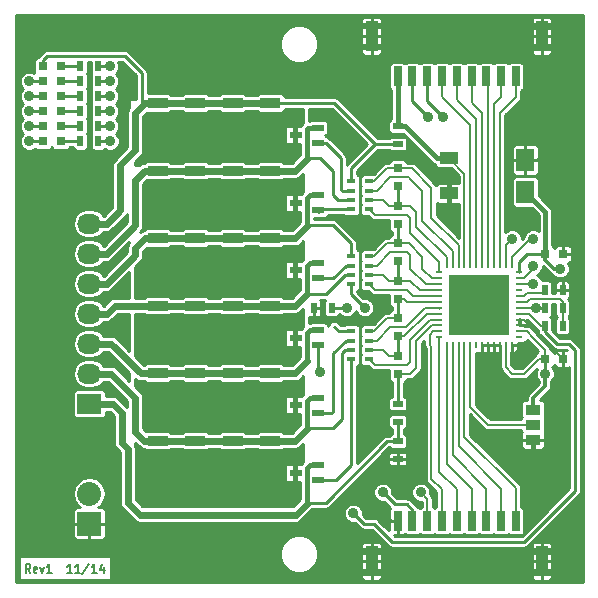
<source format=gbr>
G04 #@! TF.FileFunction,Copper,L1,Top,Signal*
%FSLAX46Y46*%
G04 Gerber Fmt 4.6, Leading zero omitted, Abs format (unit mm)*
G04 Created by KiCad (PCBNEW (2014-11-27 BZR 5304)-product) date 12/5/2014 1:18:36 AM*
%MOMM*%
G01*
G04 APERTURE LIST*
%ADD10C,0.100000*%
%ADD11C,0.130000*%
%ADD12R,0.797560X0.797560*%
%ADD13C,0.889000*%
%ADD14R,1.501140X1.950720*%
%ADD15R,0.750000X0.800000*%
%ADD16R,0.800000X0.750000*%
%ADD17R,1.270000X0.965200*%
%ADD18R,0.500000X0.900000*%
%ADD19R,1.600000X1.000000*%
%ADD20R,0.900000X0.500000*%
%ADD21R,1.700000X0.900000*%
%ADD22R,0.762000X0.431800*%
%ADD23R,2.032000X1.727200*%
%ADD24O,2.032000X1.727200*%
%ADD25R,2.032000X2.032000*%
%ADD26O,2.032000X2.032000*%
%ADD27R,1.000760X0.599440*%
%ADD28R,0.599440X0.248920*%
%ADD29R,0.248920X0.599440*%
%ADD30R,5.150000X5.150000*%
%ADD31R,0.700000X1.700000*%
%ADD32R,1.000000X2.600000*%
%ADD33C,0.406400*%
%ADD34C,0.203200*%
%ADD35C,0.254000*%
%ADD36C,0.609600*%
%ADD37C,0.508000*%
%ADD38C,0.304800*%
%ADD39C,0.228600*%
G04 APERTURE END LIST*
D10*
D11*
X167734734Y-152718867D02*
X167501400Y-152385533D01*
X167334734Y-152718867D02*
X167334734Y-152018867D01*
X167601400Y-152018867D01*
X167668067Y-152052200D01*
X167701400Y-152085533D01*
X167734734Y-152152200D01*
X167734734Y-152252200D01*
X167701400Y-152318867D01*
X167668067Y-152352200D01*
X167601400Y-152385533D01*
X167334734Y-152385533D01*
X168301400Y-152685533D02*
X168234734Y-152718867D01*
X168101400Y-152718867D01*
X168034734Y-152685533D01*
X168001400Y-152618867D01*
X168001400Y-152352200D01*
X168034734Y-152285533D01*
X168101400Y-152252200D01*
X168234734Y-152252200D01*
X168301400Y-152285533D01*
X168334734Y-152352200D01*
X168334734Y-152418867D01*
X168001400Y-152485533D01*
X168568067Y-152252200D02*
X168734734Y-152718867D01*
X168901400Y-152252200D01*
X169534733Y-152718867D02*
X169134733Y-152718867D01*
X169334733Y-152718867D02*
X169334733Y-152018867D01*
X169268067Y-152118867D01*
X169201400Y-152185533D01*
X169134733Y-152218867D01*
X171268066Y-152718867D02*
X170868066Y-152718867D01*
X171068066Y-152718867D02*
X171068066Y-152018867D01*
X171001400Y-152118867D01*
X170934733Y-152185533D01*
X170868066Y-152218867D01*
X171934733Y-152718867D02*
X171534733Y-152718867D01*
X171734733Y-152718867D02*
X171734733Y-152018867D01*
X171668067Y-152118867D01*
X171601400Y-152185533D01*
X171534733Y-152218867D01*
X172734734Y-151985533D02*
X172134734Y-152885533D01*
X173334733Y-152718867D02*
X172934733Y-152718867D01*
X173134733Y-152718867D02*
X173134733Y-152018867D01*
X173068067Y-152118867D01*
X173001400Y-152185533D01*
X172934733Y-152218867D01*
X173934734Y-152252200D02*
X173934734Y-152718867D01*
X173768067Y-151985533D02*
X173601400Y-152485533D01*
X174034734Y-152485533D01*
D12*
X168795700Y-109855000D03*
X170294300Y-109855000D03*
D13*
X205703400Y-130050200D03*
D14*
X209640400Y-117769300D03*
X209640400Y-120487100D03*
D15*
X198882000Y-118503000D03*
X198882000Y-120003000D03*
X198882000Y-121678000D03*
X198882000Y-123178000D03*
X198882000Y-124853000D03*
X198882000Y-126353000D03*
X198882000Y-128028000D03*
X198882000Y-129528000D03*
X198882000Y-131203000D03*
X198882000Y-132703000D03*
X198882000Y-134378000D03*
X198882000Y-135878000D03*
D16*
X211340000Y-134620000D03*
X212840000Y-134620000D03*
X211340000Y-125730000D03*
X212840000Y-125730000D03*
D12*
X168795700Y-111125000D03*
X170294300Y-111125000D03*
X168795700Y-112395000D03*
X170294300Y-112395000D03*
X168795700Y-113665000D03*
X170294300Y-113665000D03*
X168795700Y-114935000D03*
X170294300Y-114935000D03*
X168795700Y-116205000D03*
X170294300Y-116205000D03*
D17*
X210312000Y-138938000D03*
X210312000Y-140208000D03*
X210312000Y-141478000D03*
D18*
X173470000Y-109855000D03*
X171970000Y-109855000D03*
X173470000Y-111125000D03*
X171970000Y-111125000D03*
X173470000Y-112395000D03*
X171970000Y-112395000D03*
X173470000Y-113665000D03*
X171970000Y-113665000D03*
X173470000Y-114935000D03*
X171970000Y-114935000D03*
X173470000Y-116205000D03*
X171970000Y-116205000D03*
X193245400Y-130304200D03*
X191745400Y-130304200D03*
D19*
X203163400Y-117628200D03*
X203163400Y-120628200D03*
D18*
X212803400Y-128780200D03*
X211303400Y-128780200D03*
X212803400Y-130304200D03*
X211303400Y-130304200D03*
X212803400Y-131828200D03*
X211303400Y-131828200D03*
D20*
X198845400Y-143119200D03*
X198845400Y-141619200D03*
X198845400Y-114949200D03*
X198845400Y-116449200D03*
D21*
X181700400Y-112979200D03*
X181700400Y-115879200D03*
X178525400Y-112979200D03*
X178525400Y-115879200D03*
X181700400Y-118694200D03*
X181700400Y-121594200D03*
X184875400Y-118694200D03*
X184875400Y-121594200D03*
X188050400Y-118694200D03*
X188050400Y-121594200D03*
X184875400Y-124409200D03*
X184875400Y-127309200D03*
X188050400Y-124409200D03*
X188050400Y-127309200D03*
X181700400Y-124409200D03*
X181700400Y-127309200D03*
X178525400Y-124409200D03*
X178525400Y-127309200D03*
X188050400Y-130124200D03*
X188050400Y-133024200D03*
X184875400Y-130124200D03*
X184875400Y-133024200D03*
X181700400Y-130124200D03*
X181700400Y-133024200D03*
X188050400Y-135839200D03*
X188050400Y-138739200D03*
X178525400Y-135839200D03*
X178525400Y-138739200D03*
X181700400Y-135839200D03*
X181700400Y-138739200D03*
X184875400Y-135839200D03*
X184875400Y-138739200D03*
X184875400Y-141554200D03*
X184875400Y-144454200D03*
X188050400Y-141554200D03*
X188050400Y-144454200D03*
X181700400Y-141554200D03*
X181700400Y-144454200D03*
X178525400Y-141554200D03*
X178525400Y-144454200D03*
X188050400Y-112979200D03*
X188050400Y-115879200D03*
X184875400Y-112979200D03*
X184875400Y-115879200D03*
X178525400Y-118694200D03*
X178525400Y-121594200D03*
D22*
X194908400Y-120380420D03*
X196432400Y-120380420D03*
X194908400Y-121177980D03*
X196432400Y-121177980D03*
X194908400Y-119580320D03*
X194908400Y-121978080D03*
X196432400Y-121978080D03*
X196432400Y-119580320D03*
X194908400Y-126730420D03*
X196432400Y-126730420D03*
X194908400Y-127527980D03*
X196432400Y-127527980D03*
X194908400Y-125930320D03*
X194908400Y-128328080D03*
X196432400Y-128328080D03*
X196432400Y-125930320D03*
X194908400Y-133080420D03*
X196432400Y-133080420D03*
X194908400Y-133877980D03*
X196432400Y-133877980D03*
X194908400Y-132280320D03*
X194908400Y-134678080D03*
X196432400Y-134678080D03*
X196432400Y-132280320D03*
D21*
X178525400Y-130124200D03*
X178525400Y-133024200D03*
D20*
X198845400Y-138444200D03*
X198845400Y-139944200D03*
D23*
X172720000Y-138430000D03*
D24*
X172720000Y-135890000D03*
X172720000Y-133350000D03*
X172720000Y-130810000D03*
X172720000Y-128270000D03*
X172720000Y-125730000D03*
X172720000Y-123190000D03*
D25*
X172720000Y-148590000D03*
D26*
X172720000Y-146050000D03*
D27*
X192084960Y-115046760D03*
X192084960Y-116347240D03*
X190185040Y-115697000D03*
X192084960Y-120761760D03*
X192084960Y-122062240D03*
X190185040Y-121412000D03*
X192084960Y-126476760D03*
X192084960Y-127777240D03*
X190185040Y-127127000D03*
X192084960Y-132191760D03*
X192084960Y-133492240D03*
X190185040Y-132842000D03*
X192084960Y-137906760D03*
X192084960Y-139207240D03*
X190185040Y-138557000D03*
X192084960Y-143621760D03*
X192084960Y-144922240D03*
X190185040Y-144272000D03*
D28*
X202341480Y-127299720D03*
X202341480Y-127800100D03*
X202341480Y-128300480D03*
X202341480Y-128800860D03*
X202341480Y-129298700D03*
X202341480Y-129799080D03*
X202341480Y-130299460D03*
X202341480Y-130799840D03*
X202341480Y-131300220D03*
X202341480Y-131800600D03*
X202341480Y-132300980D03*
X202341480Y-132798820D03*
X209138520Y-128795780D03*
X209138520Y-128297940D03*
X209138520Y-127797560D03*
X209138520Y-127297180D03*
D29*
X204990700Y-133449060D03*
X205490000Y-133448000D03*
X205988920Y-133449060D03*
X206489300Y-133449060D03*
X206989680Y-133449060D03*
X207490060Y-133449060D03*
X207990440Y-133449060D03*
X208490820Y-133449060D03*
X202991720Y-133449060D03*
X203492100Y-133449060D03*
X203992480Y-133449060D03*
X204490320Y-133449060D03*
D28*
X209138520Y-132796280D03*
X209141060Y-132295900D03*
X209141060Y-131798060D03*
X209141060Y-131297680D03*
X209141060Y-130797300D03*
X209141060Y-130296920D03*
X209141060Y-129796540D03*
X209141060Y-129296160D03*
D29*
X208490820Y-126649480D03*
X207990440Y-126649480D03*
X207490060Y-126649480D03*
X206992220Y-126649480D03*
X206491840Y-126649480D03*
X205991460Y-126649480D03*
X205491080Y-126649480D03*
X204990700Y-126649480D03*
X204490320Y-126649480D03*
X203989940Y-126649480D03*
X203492100Y-126649480D03*
X202991720Y-126649480D03*
D30*
X205740000Y-130048000D03*
D31*
X208835000Y-110715000D03*
D32*
X211035000Y-107315000D03*
D31*
X207585000Y-110715000D03*
X206335000Y-110715000D03*
X205085000Y-110715000D03*
X203835000Y-110715000D03*
X202585000Y-110715000D03*
X201335000Y-110715000D03*
X200085000Y-110715000D03*
X198835000Y-110715000D03*
D32*
X196635000Y-107315000D03*
D31*
X198835000Y-148365000D03*
D32*
X196635000Y-151765000D03*
D31*
X200085000Y-148365000D03*
X201335000Y-148365000D03*
X202585000Y-148365000D03*
X203835000Y-148365000D03*
X205085000Y-148365000D03*
X206335000Y-148365000D03*
X207585000Y-148365000D03*
X208835000Y-148365000D03*
D32*
X211035000Y-151765000D03*
D13*
X195834000Y-145923000D03*
X198374000Y-107188000D03*
X194908400Y-116461200D03*
X209042000Y-107188000D03*
X203163400Y-122176200D03*
X196559400Y-123954200D03*
X198882000Y-151892000D03*
X210312000Y-143256000D03*
X197575400Y-130304200D03*
X206248000Y-134874000D03*
X209042000Y-134874000D03*
X212307400Y-117350200D03*
X208788000Y-151892000D03*
X200406000Y-137160000D03*
X212598000Y-127000000D03*
X197575400Y-145925200D03*
X167640000Y-111125000D03*
X167640000Y-112395000D03*
X167640000Y-113665000D03*
X167640000Y-114935000D03*
X167640000Y-116205000D03*
X195072000Y-147701000D03*
X202692000Y-114173000D03*
X208534000Y-124460000D03*
X201422000Y-114173000D03*
X210312000Y-124460000D03*
X181700400Y-114429200D03*
X178525400Y-114429200D03*
X188050400Y-116969200D03*
X189955400Y-116969200D03*
X181700400Y-116969200D03*
X184875400Y-116969200D03*
X178525400Y-116969200D03*
X184875400Y-114429200D03*
X188050400Y-114429200D03*
X189955400Y-114429200D03*
X189955400Y-114429200D03*
X188050400Y-114429200D03*
X184875400Y-114429200D03*
X178525400Y-116969200D03*
X184875400Y-116969200D03*
X181700400Y-116969200D03*
X189955400Y-116969200D03*
X188050400Y-116969200D03*
X178525400Y-114429200D03*
X181700400Y-114429200D03*
X174461400Y-109857200D03*
X181700400Y-120144200D03*
X178525400Y-120144200D03*
X188050400Y-122684200D03*
X189955400Y-122684200D03*
X181700400Y-122684200D03*
X184875400Y-122684200D03*
X178525400Y-122684200D03*
X184875400Y-120144200D03*
X188050400Y-120144200D03*
X189955400Y-120144200D03*
X189955400Y-120144200D03*
X188050400Y-120144200D03*
X184875400Y-120144200D03*
X178525400Y-122684200D03*
X184875400Y-122684200D03*
X181700400Y-122684200D03*
X189955400Y-122684200D03*
X188050400Y-122684200D03*
X178525400Y-120144200D03*
X181700400Y-120144200D03*
X174461400Y-111127200D03*
X188050400Y-128399200D03*
X189955400Y-128399200D03*
X181700400Y-128399200D03*
X184875400Y-128399200D03*
X178525400Y-128399200D03*
X178525400Y-128399200D03*
X184875400Y-128399200D03*
X181700400Y-128399200D03*
X189955400Y-128399200D03*
X188050400Y-128399200D03*
X181700400Y-125859200D03*
X178525400Y-125859200D03*
X184875400Y-125859200D03*
X188050400Y-125859200D03*
X189955400Y-125859200D03*
X189955400Y-125859200D03*
X188050400Y-125859200D03*
X184875400Y-125859200D03*
X178525400Y-125859200D03*
X181700400Y-125859200D03*
X174461400Y-112397200D03*
X181700400Y-131574200D03*
X178525400Y-131574200D03*
X188050400Y-134114200D03*
X189955400Y-134114200D03*
X181700400Y-134114200D03*
X184875400Y-134114200D03*
X178525400Y-134114200D03*
X184875400Y-131574200D03*
X188050400Y-131574200D03*
X189955400Y-131574200D03*
X189955400Y-131574200D03*
X188050400Y-131574200D03*
X184875400Y-131574200D03*
X178525400Y-134114200D03*
X184875400Y-134114200D03*
X181700400Y-134114200D03*
X189955400Y-134114200D03*
X188050400Y-134114200D03*
X178525400Y-131574200D03*
X181700400Y-131574200D03*
X189955400Y-134114200D03*
X189955400Y-131574200D03*
X174461400Y-113667200D03*
X181700400Y-137289200D03*
X178525400Y-137289200D03*
X188050400Y-139829200D03*
X189955400Y-139829200D03*
X181700400Y-139829200D03*
X184875400Y-139829200D03*
X178525400Y-139829200D03*
X184875400Y-137289200D03*
X188050400Y-137289200D03*
X189955400Y-137289200D03*
X189955400Y-137289200D03*
X188050400Y-137289200D03*
X184875400Y-137289200D03*
X178525400Y-139829200D03*
X184875400Y-139829200D03*
X181700400Y-139829200D03*
X189955400Y-139829200D03*
X188050400Y-139829200D03*
X178525400Y-137289200D03*
X181700400Y-137289200D03*
X174461400Y-114937200D03*
X188050400Y-145544200D03*
X189955400Y-145544200D03*
X181700400Y-145544200D03*
X184875400Y-145544200D03*
X178525400Y-145544200D03*
X178525400Y-145544200D03*
X184875400Y-145544200D03*
X181700400Y-145544200D03*
X189955400Y-145544200D03*
X188050400Y-145544200D03*
X181700400Y-143004200D03*
X178525400Y-143004200D03*
X184875400Y-143004200D03*
X188050400Y-143004200D03*
X189955400Y-143004200D03*
X189955400Y-143004200D03*
X188050400Y-143004200D03*
X184875400Y-143004200D03*
X178525400Y-143004200D03*
X181700400Y-143004200D03*
X174498000Y-116205000D03*
X210312000Y-126746000D03*
X200787000Y-145923000D03*
X210312000Y-128270000D03*
X211328000Y-135890000D03*
X210529400Y-130304200D03*
X194527400Y-130304200D03*
X196051400Y-130304200D03*
X192241400Y-135765200D03*
X204216000Y-130048000D03*
X205740000Y-128587500D03*
X207200500Y-130048000D03*
X205740000Y-131508500D03*
D33*
X198845400Y-114949200D02*
X199492400Y-114949200D01*
X202171400Y-117628200D02*
X203163400Y-117628200D01*
X199492400Y-114949200D02*
X202171400Y-117628200D01*
X198835000Y-110715000D02*
X198835000Y-114938800D01*
X198835000Y-114938800D02*
X198845400Y-114949200D01*
D34*
X204490320Y-123972320D02*
X204490320Y-118955120D01*
X204490320Y-118955120D02*
X203163400Y-117628200D01*
X204490320Y-124734320D02*
X204490320Y-123972320D01*
X204490320Y-126649480D02*
X204490320Y-124734320D01*
D35*
X198835000Y-148365000D02*
X198276000Y-148365000D01*
X198276000Y-148365000D02*
X195834000Y-145923000D01*
X213958400Y-115699200D02*
X212307400Y-117350200D01*
X213829200Y-108204000D02*
X212852000Y-108204000D01*
X213958400Y-108333200D02*
X213829200Y-108204000D01*
X213958400Y-114302200D02*
X213958400Y-108333200D01*
D36*
X209550000Y-108204000D02*
X209550000Y-107442000D01*
X212852000Y-108204000D02*
X209550000Y-108204000D01*
D35*
X213958400Y-114302200D02*
X213958400Y-115699200D01*
D36*
X209550000Y-106426000D02*
X212598000Y-106426000D01*
X209550000Y-107442000D02*
X209550000Y-106426000D01*
D37*
X198374000Y-106934000D02*
X197866000Y-106426000D01*
X197866000Y-106426000D02*
X195326000Y-106426000D01*
X198374000Y-107188000D02*
X209042000Y-107188000D01*
D36*
X209296000Y-107442000D02*
X209042000Y-107188000D01*
X209550000Y-107442000D02*
X209296000Y-107442000D01*
D37*
X198374000Y-107188000D02*
X198374000Y-106934000D01*
X198374000Y-107696000D02*
X197866000Y-108204000D01*
X197866000Y-108204000D02*
X195326000Y-108204000D01*
X198374000Y-107188000D02*
X198374000Y-107696000D01*
D35*
X209640400Y-117769300D02*
X211888300Y-117769300D01*
X211888300Y-117769300D02*
X212307400Y-117350200D01*
D33*
X203163400Y-120628200D02*
X203163400Y-122176200D01*
X203163400Y-120628200D02*
X203163400Y-119636200D01*
D34*
X212840000Y-136132000D02*
X212840000Y-134620000D01*
X212840000Y-136132000D02*
X212852000Y-136144000D01*
X212840000Y-134608000D02*
X212840000Y-134620000D01*
X210030060Y-131798060D02*
X212840000Y-134608000D01*
X209141060Y-131798060D02*
X210030060Y-131798060D01*
X209141060Y-131798060D02*
X209141060Y-131297680D01*
D36*
X198628000Y-151892000D02*
X197612000Y-150876000D01*
X197612000Y-150876000D02*
X195326000Y-150876000D01*
X198120000Y-152654000D02*
X198882000Y-151892000D01*
X195326000Y-152654000D02*
X198120000Y-152654000D01*
X194818000Y-152146000D02*
X195326000Y-152654000D01*
X194781400Y-152146000D02*
X194818000Y-152146000D01*
X198882000Y-151892000D02*
X198628000Y-151892000D01*
X198882000Y-151892000D02*
X208788000Y-151892000D01*
X209931000Y-150876000D02*
X212344000Y-150876000D01*
X208915000Y-151892000D02*
X209931000Y-150876000D01*
X208788000Y-151892000D02*
X208915000Y-151892000D01*
X210058000Y-152654000D02*
X212598000Y-152654000D01*
X209804000Y-152908000D02*
X210058000Y-152654000D01*
X208788000Y-151892000D02*
X209804000Y-152908000D01*
D33*
X210312000Y-141478000D02*
X210312000Y-143256000D01*
D35*
X194779200Y-152146000D02*
X191682602Y-149049402D01*
X191682602Y-149049402D02*
X189498198Y-149049402D01*
X194781400Y-152146000D02*
X194779200Y-152146000D01*
X175221200Y-148590000D02*
X175985400Y-149354200D01*
X175985400Y-149354200D02*
X189193400Y-149354200D01*
X189193400Y-149354200D02*
X189498198Y-149049402D01*
X172720000Y-148590000D02*
X175221200Y-148590000D01*
D34*
X206248000Y-134874000D02*
X206242920Y-134868920D01*
X206489300Y-134632700D02*
X206248000Y-134874000D01*
X206489300Y-133449060D02*
X206489300Y-134632700D01*
X208490820Y-134322820D02*
X209042000Y-134874000D01*
X208490820Y-133449060D02*
X208490820Y-134322820D01*
X209529680Y-131297680D02*
X210030060Y-131798060D01*
X209141060Y-131297680D02*
X209529680Y-131297680D01*
D35*
X198845400Y-143119200D02*
X200034800Y-143119200D01*
X200034800Y-143119200D02*
X200406000Y-142748000D01*
X200406000Y-142748000D02*
X200406000Y-137160000D01*
D38*
X211340000Y-125730000D02*
X211340000Y-126250000D01*
X212090000Y-127000000D02*
X212598000Y-127000000D01*
X211340000Y-126250000D02*
X212090000Y-127000000D01*
D35*
X200085000Y-148365000D02*
X200085000Y-147418800D01*
X198591400Y-146941200D02*
X197575400Y-145925200D01*
X199607400Y-146941200D02*
X198591400Y-146941200D01*
X200085000Y-147418800D02*
X199607400Y-146941200D01*
X209138520Y-126395480D02*
X209138520Y-127297180D01*
X209138520Y-126395480D02*
X209804000Y-125730000D01*
X211340000Y-125730000D02*
X209804000Y-125730000D01*
D33*
X211340000Y-122186700D02*
X209640400Y-120487100D01*
X211340000Y-125730000D02*
X211340000Y-122186700D01*
D35*
X188050400Y-112979200D02*
X193482400Y-112979200D01*
X193482400Y-112979200D02*
X196952400Y-116449200D01*
D36*
X172720000Y-123190000D02*
X174209600Y-123190000D01*
X174209600Y-123190000D02*
X175350400Y-122049200D01*
X175350400Y-122049200D02*
X175350400Y-118239200D01*
X175350400Y-118239200D02*
X176620400Y-116969200D01*
X176620400Y-116969200D02*
X176620400Y-113794200D01*
X177191900Y-113222700D02*
X177435400Y-112979200D01*
X176620400Y-113794200D02*
X177191900Y-113222700D01*
X177435400Y-112979200D02*
X178525400Y-112979200D01*
X184875400Y-112979200D02*
X188050400Y-112979200D01*
X181700400Y-112979200D02*
X184875400Y-112979200D01*
X178525400Y-112979200D02*
X181700400Y-112979200D01*
X178070400Y-112979200D02*
X178525400Y-112979200D01*
D34*
X194920400Y-119568320D02*
X194908400Y-119580320D01*
D35*
X196952400Y-116449200D02*
X194908400Y-118493200D01*
X194908400Y-118493200D02*
X194908400Y-119580320D01*
X198845400Y-116449200D02*
X196952400Y-116449200D01*
X175260000Y-108966000D02*
X175729200Y-108966000D01*
X168795700Y-109855000D02*
X168795700Y-109334300D01*
X169164000Y-108966000D02*
X175260000Y-108966000D01*
X168795700Y-109334300D02*
X169164000Y-108966000D01*
X177128400Y-110365200D02*
X175729200Y-108966000D01*
X177191900Y-110428700D02*
X177128400Y-110365200D01*
X177191900Y-113222700D02*
X177191900Y-110428700D01*
X170294300Y-109855000D02*
X171970000Y-109855000D01*
D36*
X190135400Y-118694200D02*
X191135000Y-117694600D01*
D35*
X192258600Y-117621400D02*
X191208200Y-117621400D01*
X191208200Y-117621400D02*
X191135000Y-117694600D01*
D36*
X188050400Y-118694200D02*
X190135400Y-118694200D01*
D33*
X191277240Y-115046760D02*
X191135000Y-115189000D01*
X191277240Y-115046760D02*
X192084960Y-115046760D01*
X191135000Y-115189000D02*
X191135000Y-117694600D01*
D36*
X172720000Y-125730000D02*
X174209600Y-125730000D01*
X174209600Y-125730000D02*
X176620400Y-123319200D01*
X176620400Y-123319200D02*
X176620400Y-119509200D01*
X176620400Y-119509200D02*
X177435400Y-118694200D01*
X177435400Y-118694200D02*
X178525400Y-118694200D01*
X184875400Y-118694200D02*
X188050400Y-118694200D01*
X181700400Y-118694200D02*
X184875400Y-118694200D01*
X178525400Y-118694200D02*
X181700400Y-118694200D01*
D35*
X168795700Y-111125000D02*
X167640000Y-111125000D01*
X193384400Y-120779200D02*
X193783180Y-121177980D01*
X193384400Y-119763200D02*
X193384400Y-120779200D01*
X193783180Y-121177980D02*
X194908400Y-121177980D01*
X192258600Y-117621400D02*
X193384400Y-118747200D01*
X193384400Y-118747200D02*
X193384400Y-119763200D01*
X170294300Y-111125000D02*
X171970000Y-111125000D01*
D36*
X190135400Y-124409200D02*
X191135000Y-123409600D01*
X188050400Y-124409200D02*
X190135400Y-124409200D01*
D33*
X191404240Y-120761760D02*
X191135000Y-121031000D01*
X191135000Y-121031000D02*
X191135000Y-123409600D01*
X191404240Y-120761760D02*
X192084960Y-120761760D01*
D36*
X176620400Y-125224200D02*
X176620400Y-125859200D01*
X176620400Y-125859200D02*
X174209600Y-128270000D01*
X174209600Y-128270000D02*
X172720000Y-128270000D01*
X177435400Y-124409200D02*
X178525400Y-124409200D01*
X176620400Y-125224200D02*
X177435400Y-124409200D01*
X184875400Y-124409200D02*
X188050400Y-124409200D01*
X181700400Y-124409200D02*
X184875400Y-124409200D01*
X178525400Y-124409200D02*
X181700400Y-124409200D01*
D35*
X167640000Y-112395000D02*
X168795700Y-112395000D01*
X194908400Y-124843200D02*
X193384400Y-123319200D01*
X193384400Y-123319200D02*
X191225400Y-123319200D01*
X194908400Y-125930320D02*
X194908400Y-124843200D01*
X170294300Y-112395000D02*
X171970000Y-112395000D01*
X191135000Y-129124600D02*
X192786000Y-129124600D01*
X194382620Y-127527980D02*
X194908400Y-127527980D01*
X193765400Y-128145200D02*
X194382620Y-127527980D01*
X192786000Y-129124600D02*
X193765400Y-128145200D01*
D33*
X192084960Y-126476760D02*
X191404240Y-126476760D01*
X191135000Y-126746000D02*
X191135000Y-129124600D01*
X191404240Y-126476760D02*
X191135000Y-126746000D01*
D36*
X188050400Y-130124200D02*
X190135400Y-130124200D01*
X190135400Y-130124200D02*
X191135000Y-129124600D01*
X178525400Y-130124200D02*
X174895400Y-130124200D01*
X174895400Y-130124200D02*
X174209600Y-130810000D01*
X174209600Y-130810000D02*
X172720000Y-130810000D01*
X184875400Y-130124200D02*
X188050400Y-130124200D01*
X181700400Y-130124200D02*
X184875400Y-130124200D01*
X178525400Y-130124200D02*
X181700400Y-130124200D01*
X178474600Y-130175000D02*
X178525400Y-130124200D01*
D35*
X167640000Y-113665000D02*
X168795700Y-113665000D01*
X170294300Y-113665000D02*
X171970000Y-113665000D01*
D33*
X192084960Y-132191760D02*
X191404240Y-132191760D01*
X191135000Y-132461000D02*
X191135000Y-134839600D01*
X191404240Y-132191760D02*
X191135000Y-132461000D01*
D36*
X188050400Y-135839200D02*
X190135400Y-135839200D01*
X190135400Y-135839200D02*
X191135000Y-134839600D01*
X178525400Y-135839200D02*
X177075400Y-135839200D01*
X177075400Y-135839200D02*
X174586200Y-133350000D01*
X174586200Y-133350000D02*
X172720000Y-133350000D01*
X184875400Y-135839200D02*
X188050400Y-135839200D01*
X181700400Y-135839200D02*
X184875400Y-135839200D01*
X178525400Y-135839200D02*
X181700400Y-135839200D01*
D35*
X168795700Y-114935000D02*
X167640000Y-114935000D01*
X193836520Y-132280320D02*
X193447900Y-131891700D01*
X194908400Y-132280320D02*
X193836520Y-132280320D01*
X170294300Y-114935000D02*
X171970000Y-114935000D01*
D33*
X192084960Y-137906760D02*
X191404240Y-137906760D01*
X191135000Y-138176000D02*
X191135000Y-140554600D01*
X191404240Y-137906760D02*
X191135000Y-138176000D01*
D35*
X194908400Y-133877980D02*
X194382620Y-133877980D01*
X194382620Y-133877980D02*
X194146400Y-134114200D01*
X194146400Y-134114200D02*
X194146400Y-139702200D01*
X194146400Y-139702200D02*
X193384400Y-140464200D01*
X193384400Y-140464200D02*
X191225400Y-140464200D01*
D36*
X188050400Y-141554200D02*
X190135400Y-141554200D01*
X190135400Y-141554200D02*
X191135000Y-140554600D01*
X178525400Y-141554200D02*
X177392900Y-141554200D01*
X177392900Y-141554200D02*
X176620400Y-140781700D01*
X176620400Y-140781700D02*
X176620400Y-139194200D01*
X172720000Y-135890000D02*
X174586200Y-135890000D01*
X174586200Y-135890000D02*
X176620400Y-137924200D01*
X176620400Y-137924200D02*
X176620400Y-139194200D01*
X184875400Y-141554200D02*
X188050400Y-141554200D01*
X181700400Y-141554200D02*
X184875400Y-141554200D01*
X178525400Y-141554200D02*
X181700400Y-141554200D01*
D35*
X167640000Y-116205000D02*
X168795700Y-116205000D01*
X170294300Y-116205000D02*
X171970000Y-116205000D01*
D34*
X204990700Y-138696700D02*
X206502000Y-140208000D01*
X206502000Y-140208000D02*
X210312000Y-140208000D01*
X204990700Y-133449060D02*
X204990700Y-138696700D01*
D33*
X192084960Y-143621760D02*
X191404240Y-143621760D01*
X191135000Y-143891000D02*
X191135000Y-146904600D01*
X191404240Y-143621760D02*
X191135000Y-143891000D01*
D36*
X174713200Y-138430000D02*
X175477400Y-139194200D01*
X175477400Y-139194200D02*
X175477400Y-141734200D01*
X175477400Y-141734200D02*
X175985400Y-142242200D01*
X175985400Y-142242200D02*
X175985400Y-146814200D01*
X175985400Y-146814200D02*
X177001400Y-147830200D01*
X177001400Y-147830200D02*
X190209400Y-147830200D01*
X190209400Y-147830200D02*
X191135000Y-146904600D01*
X172720000Y-138430000D02*
X174713200Y-138430000D01*
D35*
X198845400Y-139944200D02*
X198845400Y-141619200D01*
X192749400Y-146814200D02*
X197944400Y-141619200D01*
X197944400Y-141619200D02*
X198845400Y-141619200D01*
X191225400Y-146814200D02*
X192749400Y-146814200D01*
D34*
X210947000Y-131826000D02*
X210439000Y-131318000D01*
X209918300Y-130797300D02*
X210439000Y-131318000D01*
X209918300Y-130797300D02*
X209141060Y-130797300D01*
X211340000Y-131826000D02*
X210947000Y-131826000D01*
D35*
X195961000Y-148592200D02*
X196686400Y-148592200D01*
X196686400Y-148592200D02*
X196813400Y-148592200D01*
X213868000Y-145796000D02*
X213868000Y-133858000D01*
X197358000Y-149098000D02*
X198374000Y-150114000D01*
X209550000Y-150114000D02*
X213868000Y-145796000D01*
X198374000Y-150114000D02*
X209550000Y-150114000D01*
X213360000Y-133350000D02*
X213868000Y-133858000D01*
X211340000Y-132346000D02*
X212344000Y-133350000D01*
X212344000Y-133350000D02*
X213360000Y-133350000D01*
X211340000Y-132346000D02*
X211340000Y-131826000D01*
X196852200Y-148592200D02*
X197358000Y-149098000D01*
X196813400Y-148592200D02*
X196852200Y-148592200D01*
X195072000Y-147701000D02*
X195961000Y-148590000D01*
X195961000Y-148590000D02*
X195961000Y-148592200D01*
D34*
X208835000Y-110715000D02*
X208835000Y-112475000D01*
X207490060Y-113819940D02*
X208788000Y-112522000D01*
X207490060Y-113819940D02*
X207490060Y-126649480D01*
X208835000Y-112475000D02*
X208788000Y-112522000D01*
X207585000Y-110715000D02*
X207585000Y-112455000D01*
X206992220Y-113047780D02*
X207518000Y-112522000D01*
X206992220Y-113047780D02*
X206992220Y-126649480D01*
X207585000Y-112455000D02*
X207518000Y-112522000D01*
X206491840Y-126649480D02*
X206491840Y-110871840D01*
X206491840Y-110871840D02*
X206335000Y-110715000D01*
X205085000Y-110715000D02*
X205085000Y-112883000D01*
X205991460Y-113789460D02*
X205232000Y-113030000D01*
X205991460Y-113789460D02*
X205991460Y-126649480D01*
X205085000Y-112883000D02*
X205232000Y-113030000D01*
X203835000Y-110715000D02*
X203835000Y-112649000D01*
X205491080Y-114305080D02*
X203962000Y-112776000D01*
X205491080Y-114305080D02*
X205491080Y-126649480D01*
X203835000Y-112649000D02*
X203962000Y-112776000D01*
X202585000Y-110715000D02*
X202585000Y-112415000D01*
X204990700Y-114820700D02*
X202692000Y-112522000D01*
X204990700Y-114820700D02*
X204990700Y-126649480D01*
X202585000Y-112415000D02*
X202692000Y-112522000D01*
D35*
X201335000Y-112816000D02*
X202692000Y-114173000D01*
X201335000Y-110715000D02*
X201335000Y-112816000D01*
D34*
X207990440Y-125003560D02*
X207990440Y-126649480D01*
X207990440Y-125003560D02*
X208534000Y-124460000D01*
D35*
X200085000Y-112836000D02*
X200085000Y-110715000D01*
X200085000Y-112836000D02*
X201422000Y-114173000D01*
D34*
X208490820Y-126027180D02*
X210058000Y-124460000D01*
X208490820Y-126649480D02*
X208490820Y-126027180D01*
X210058000Y-124460000D02*
X210312000Y-124460000D01*
X202341480Y-132300980D02*
X201836020Y-132300980D01*
X201549000Y-132588000D02*
X201549000Y-133477000D01*
X201836020Y-132300980D02*
X201549000Y-132588000D01*
X201676000Y-135636000D02*
X201676000Y-144780000D01*
X201549000Y-133477000D02*
X201676000Y-133604000D01*
X201676000Y-133604000D02*
X201676000Y-135636000D01*
X202585000Y-145689000D02*
X202585000Y-148365000D01*
X201676000Y-144780000D02*
X202585000Y-145689000D01*
X202341480Y-132798820D02*
X202341480Y-144175480D01*
X203835000Y-145669000D02*
X203835000Y-148365000D01*
X202341480Y-144175480D02*
X203835000Y-145669000D01*
X202991720Y-133449060D02*
X202991720Y-143555720D01*
X205085000Y-145649000D02*
X205085000Y-148365000D01*
X202991720Y-143555720D02*
X205085000Y-145649000D01*
X203492100Y-133449060D02*
X203492100Y-142786100D01*
X206335000Y-145629000D02*
X206335000Y-148365000D01*
X203492100Y-142786100D02*
X206335000Y-145629000D01*
X203992480Y-133449060D02*
X203992480Y-142016480D01*
X207585000Y-145609000D02*
X207585000Y-148365000D01*
X203992480Y-142016480D02*
X207585000Y-145609000D01*
X204490320Y-133449060D02*
X204490320Y-141244320D01*
X208835000Y-145589000D02*
X208835000Y-148365000D01*
X204490320Y-141244320D02*
X208835000Y-145589000D01*
X199644000Y-119253000D02*
X198212600Y-119253000D01*
X198212600Y-119253000D02*
X197085180Y-120380420D01*
X197085180Y-120380420D02*
X196432400Y-120380420D01*
X203492100Y-125514100D02*
X200914000Y-122936000D01*
X200914000Y-122936000D02*
X200914000Y-120396000D01*
X200914000Y-120396000D02*
X199898000Y-119380000D01*
X203492100Y-125514100D02*
X203492100Y-126649480D01*
X199771000Y-119253000D02*
X199898000Y-119380000D01*
X199644000Y-119253000D02*
X199771000Y-119253000D01*
X199390000Y-122428000D02*
X196882320Y-122428000D01*
X196882320Y-122428000D02*
X196432400Y-121978080D01*
X199898000Y-122682000D02*
X199898000Y-123952000D01*
X199644000Y-122428000D02*
X199898000Y-122682000D01*
X202341480Y-127299720D02*
X202341480Y-126395480D01*
X199644000Y-122428000D02*
X199390000Y-122428000D01*
X199898000Y-123952000D02*
X202341480Y-126395480D01*
X199644000Y-125603000D02*
X198212600Y-125603000D01*
X198212600Y-125603000D02*
X197085180Y-126730420D01*
X197085180Y-126730420D02*
X196432400Y-126730420D01*
X199898000Y-125984000D02*
X199898000Y-125857000D01*
X201198480Y-128300480D02*
X199898000Y-127000000D01*
X199898000Y-127000000D02*
X199898000Y-125984000D01*
X202341480Y-128300480D02*
X201198480Y-128300480D01*
X199898000Y-125857000D02*
X199644000Y-125603000D01*
X199644000Y-128778000D02*
X196882320Y-128778000D01*
X196882320Y-128778000D02*
X196432400Y-128328080D01*
X200164700Y-129298700D02*
X199644000Y-128778000D01*
X202341480Y-129298700D02*
X200164700Y-129298700D01*
X199517000Y-131953000D02*
X198212600Y-131953000D01*
X198212600Y-131953000D02*
X197085180Y-133080420D01*
X197085180Y-133080420D02*
X196432400Y-133080420D01*
X199771000Y-131699000D02*
X201168000Y-130302000D01*
X199771000Y-131699000D02*
X199517000Y-131953000D01*
X202338940Y-130302000D02*
X201168000Y-130302000D01*
X202338940Y-130302000D02*
X202341480Y-130299460D01*
D35*
X202338940Y-130302000D02*
X202341480Y-130299460D01*
D34*
X199644000Y-135128000D02*
X196882320Y-135128000D01*
X196882320Y-135128000D02*
X196432400Y-134678080D01*
X199834500Y-133032500D02*
X199834500Y-134937500D01*
X199834500Y-134937500D02*
X199644000Y-135128000D01*
X202341480Y-131300220D02*
X201566780Y-131300220D01*
X201566780Y-131300220D02*
X199834500Y-133032500D01*
D33*
X181700400Y-114429200D02*
X184875400Y-114429200D01*
X178525400Y-114429200D02*
X181700400Y-114429200D01*
X190125580Y-116799020D02*
X190125580Y-115699200D01*
X190125580Y-116799020D02*
X189955400Y-116969200D01*
X188050400Y-116969200D02*
X189955400Y-116969200D01*
X186780400Y-116969200D02*
X188050400Y-116969200D01*
X184875400Y-116969200D02*
X186780400Y-116969200D01*
X181700400Y-116969200D02*
X184875400Y-116969200D01*
X178525400Y-116969200D02*
X181700400Y-116969200D01*
X186145400Y-114429200D02*
X186780400Y-115064200D01*
X186780400Y-115064200D02*
X186780400Y-116969200D01*
X184875400Y-114429200D02*
X186145400Y-114429200D01*
X190125580Y-114599380D02*
X190125580Y-115699200D01*
X190125580Y-114599380D02*
X189955400Y-114429200D01*
X188050400Y-114429200D02*
X189955400Y-114429200D01*
X188050400Y-114429200D02*
X189955400Y-114429200D01*
X190125580Y-114599380D02*
X189955400Y-114429200D01*
X190125580Y-114599380D02*
X190125580Y-115699200D01*
X184875400Y-114429200D02*
X186145400Y-114429200D01*
X186780400Y-115064200D02*
X186780400Y-116969200D01*
X186145400Y-114429200D02*
X186780400Y-115064200D01*
X178525400Y-116969200D02*
X181700400Y-116969200D01*
X181700400Y-116969200D02*
X184875400Y-116969200D01*
X184875400Y-116969200D02*
X186780400Y-116969200D01*
X186780400Y-116969200D02*
X188050400Y-116969200D01*
X188050400Y-116969200D02*
X189955400Y-116969200D01*
X190125580Y-116799020D02*
X189955400Y-116969200D01*
X190125580Y-116799020D02*
X190125580Y-115699200D01*
X178525400Y-114429200D02*
X181700400Y-114429200D01*
X181700400Y-114429200D02*
X184875400Y-114429200D01*
D35*
X174459200Y-109855000D02*
X174461400Y-109857200D01*
X173470000Y-109855000D02*
X174459200Y-109855000D01*
D33*
X181700400Y-120144200D02*
X184875400Y-120144200D01*
X178525400Y-120144200D02*
X181700400Y-120144200D01*
X190125580Y-122514020D02*
X190125580Y-121414200D01*
X190125580Y-122514020D02*
X189955400Y-122684200D01*
X188050400Y-122684200D02*
X189955400Y-122684200D01*
X186780400Y-122684200D02*
X188050400Y-122684200D01*
X184875400Y-122684200D02*
X186780400Y-122684200D01*
X181700400Y-122684200D02*
X184875400Y-122684200D01*
X178525400Y-122684200D02*
X181700400Y-122684200D01*
X186145400Y-120144200D02*
X186780400Y-120779200D01*
X186780400Y-120779200D02*
X186780400Y-122684200D01*
X184875400Y-120144200D02*
X186145400Y-120144200D01*
X190125580Y-120314380D02*
X190125580Y-121414200D01*
X190125580Y-120314380D02*
X189955400Y-120144200D01*
X188050400Y-120144200D02*
X189955400Y-120144200D01*
X188050400Y-120144200D02*
X189955400Y-120144200D01*
X190125580Y-120314380D02*
X189955400Y-120144200D01*
X190125580Y-120314380D02*
X190125580Y-121414200D01*
X184875400Y-120144200D02*
X186145400Y-120144200D01*
X186780400Y-120779200D02*
X186780400Y-122684200D01*
X186145400Y-120144200D02*
X186780400Y-120779200D01*
X178525400Y-122684200D02*
X181700400Y-122684200D01*
X181700400Y-122684200D02*
X184875400Y-122684200D01*
X184875400Y-122684200D02*
X186780400Y-122684200D01*
X186780400Y-122684200D02*
X188050400Y-122684200D01*
X188050400Y-122684200D02*
X189955400Y-122684200D01*
X190125580Y-122514020D02*
X189955400Y-122684200D01*
X190125580Y-122514020D02*
X190125580Y-121414200D01*
X178525400Y-120144200D02*
X181700400Y-120144200D01*
X181700400Y-120144200D02*
X184875400Y-120144200D01*
D35*
X174459200Y-111125000D02*
X174461400Y-111127200D01*
X173470000Y-111125000D02*
X174459200Y-111125000D01*
D33*
X181700400Y-125859200D02*
X184875400Y-125859200D01*
X178525400Y-125859200D02*
X181700400Y-125859200D01*
X190125580Y-128229020D02*
X190125580Y-127129200D01*
X190125580Y-128229020D02*
X189955400Y-128399200D01*
X188050400Y-128399200D02*
X189955400Y-128399200D01*
X186780400Y-128399200D02*
X188050400Y-128399200D01*
X184875400Y-128399200D02*
X186780400Y-128399200D01*
X181700400Y-128399200D02*
X184875400Y-128399200D01*
X178525400Y-128399200D02*
X181700400Y-128399200D01*
X186145400Y-125859200D02*
X186780400Y-126494200D01*
X186780400Y-126494200D02*
X186780400Y-128399200D01*
X184875400Y-125859200D02*
X186145400Y-125859200D01*
X190125580Y-126029380D02*
X190125580Y-127129200D01*
X190125580Y-126029380D02*
X189955400Y-125859200D01*
X188050400Y-125859200D02*
X189955400Y-125859200D01*
X188050400Y-125859200D02*
X189955400Y-125859200D01*
X190125580Y-126029380D02*
X189955400Y-125859200D01*
X190125580Y-126029380D02*
X190125580Y-127129200D01*
X184875400Y-125859200D02*
X186145400Y-125859200D01*
X186780400Y-126494200D02*
X186780400Y-128399200D01*
X186145400Y-125859200D02*
X186780400Y-126494200D01*
X178525400Y-128399200D02*
X181700400Y-128399200D01*
X181700400Y-128399200D02*
X184875400Y-128399200D01*
X184875400Y-128399200D02*
X186780400Y-128399200D01*
X186780400Y-128399200D02*
X188050400Y-128399200D01*
X188050400Y-128399200D02*
X189955400Y-128399200D01*
X190125580Y-128229020D02*
X189955400Y-128399200D01*
X190125580Y-128229020D02*
X190125580Y-127129200D01*
X178525400Y-125859200D02*
X181700400Y-125859200D01*
X181700400Y-125859200D02*
X184875400Y-125859200D01*
D35*
X174459200Y-112395000D02*
X173470000Y-112395000D01*
X174459200Y-112395000D02*
X174461400Y-112397200D01*
D33*
X181700400Y-131574200D02*
X184875400Y-131574200D01*
X178525400Y-131574200D02*
X181700400Y-131574200D01*
X190125580Y-133944020D02*
X190125580Y-132844200D01*
X190125580Y-133944020D02*
X189955400Y-134114200D01*
X188050400Y-134114200D02*
X189955400Y-134114200D01*
X186780400Y-134114200D02*
X188050400Y-134114200D01*
X184875400Y-134114200D02*
X186780400Y-134114200D01*
X181700400Y-134114200D02*
X184875400Y-134114200D01*
X178525400Y-134114200D02*
X181700400Y-134114200D01*
X186145400Y-131574200D02*
X186780400Y-132209200D01*
X186780400Y-132209200D02*
X186780400Y-134114200D01*
X184875400Y-131574200D02*
X186145400Y-131574200D01*
X190125580Y-131744380D02*
X190125580Y-132844200D01*
X190125580Y-131744380D02*
X189955400Y-131574200D01*
X188050400Y-131574200D02*
X189955400Y-131574200D01*
X188050400Y-131574200D02*
X189955400Y-131574200D01*
X190125580Y-131744380D02*
X189955400Y-131574200D01*
X190125580Y-131744380D02*
X190125580Y-132844200D01*
X184875400Y-131574200D02*
X186145400Y-131574200D01*
X186780400Y-132209200D02*
X186780400Y-134114200D01*
X186145400Y-131574200D02*
X186780400Y-132209200D01*
X178525400Y-134114200D02*
X181700400Y-134114200D01*
X181700400Y-134114200D02*
X184875400Y-134114200D01*
X184875400Y-134114200D02*
X186780400Y-134114200D01*
X186780400Y-134114200D02*
X188050400Y-134114200D01*
X188050400Y-134114200D02*
X189955400Y-134114200D01*
X190125580Y-133944020D02*
X189955400Y-134114200D01*
X190125580Y-133944020D02*
X190125580Y-132844200D01*
X178525400Y-131574200D02*
X181700400Y-131574200D01*
X181700400Y-131574200D02*
X184875400Y-131574200D01*
X190125580Y-133944020D02*
X189955400Y-134114200D01*
X190125580Y-132844200D02*
X190125580Y-133944020D01*
X190125580Y-131744380D02*
X189955400Y-131574200D01*
X190125580Y-132844200D02*
X190125580Y-131744380D01*
D35*
X174459200Y-113665000D02*
X174461400Y-113667200D01*
X173470000Y-113665000D02*
X174459200Y-113665000D01*
D33*
X181700400Y-137289200D02*
X184875400Y-137289200D01*
X178525400Y-137289200D02*
X181700400Y-137289200D01*
X190125580Y-139659020D02*
X190125580Y-138559200D01*
X190125580Y-139659020D02*
X189955400Y-139829200D01*
X188050400Y-139829200D02*
X189955400Y-139829200D01*
X186780400Y-139829200D02*
X188050400Y-139829200D01*
X184875400Y-139829200D02*
X186780400Y-139829200D01*
X181700400Y-139829200D02*
X184875400Y-139829200D01*
X178525400Y-139829200D02*
X181700400Y-139829200D01*
X186145400Y-137289200D02*
X186780400Y-137924200D01*
X186780400Y-137924200D02*
X186780400Y-139829200D01*
X184875400Y-137289200D02*
X186145400Y-137289200D01*
X190125580Y-137459380D02*
X190125580Y-138559200D01*
X190125580Y-137459380D02*
X189955400Y-137289200D01*
X188050400Y-137289200D02*
X189955400Y-137289200D01*
X188050400Y-137289200D02*
X189955400Y-137289200D01*
X190125580Y-137459380D02*
X189955400Y-137289200D01*
X190125580Y-137459380D02*
X190125580Y-138559200D01*
X184875400Y-137289200D02*
X186145400Y-137289200D01*
X186780400Y-137924200D02*
X186780400Y-139829200D01*
X186145400Y-137289200D02*
X186780400Y-137924200D01*
X178525400Y-139829200D02*
X181700400Y-139829200D01*
X181700400Y-139829200D02*
X184875400Y-139829200D01*
X184875400Y-139829200D02*
X186780400Y-139829200D01*
X186780400Y-139829200D02*
X188050400Y-139829200D01*
X188050400Y-139829200D02*
X189955400Y-139829200D01*
X190125580Y-139659020D02*
X189955400Y-139829200D01*
X190125580Y-139659020D02*
X190125580Y-138559200D01*
X178525400Y-137289200D02*
X181700400Y-137289200D01*
X181700400Y-137289200D02*
X184875400Y-137289200D01*
D35*
X173470000Y-114935000D02*
X174459200Y-114935000D01*
X174459200Y-114935000D02*
X174461400Y-114937200D01*
D33*
X181700400Y-143004200D02*
X184875400Y-143004200D01*
X178525400Y-143004200D02*
X181700400Y-143004200D01*
X190125580Y-145374020D02*
X190125580Y-144274200D01*
X190125580Y-145374020D02*
X189955400Y-145544200D01*
X188050400Y-145544200D02*
X189955400Y-145544200D01*
X186780400Y-145544200D02*
X188050400Y-145544200D01*
X184875400Y-145544200D02*
X186780400Y-145544200D01*
X181700400Y-145544200D02*
X184875400Y-145544200D01*
X178525400Y-145544200D02*
X181700400Y-145544200D01*
X186145400Y-143004200D02*
X186780400Y-143639200D01*
X186780400Y-143639200D02*
X186780400Y-145544200D01*
X184875400Y-143004200D02*
X186145400Y-143004200D01*
X190125580Y-143174380D02*
X190125580Y-144274200D01*
X190125580Y-143174380D02*
X189955400Y-143004200D01*
X188050400Y-143004200D02*
X189955400Y-143004200D01*
X188050400Y-143004200D02*
X189955400Y-143004200D01*
X190125580Y-143174380D02*
X189955400Y-143004200D01*
X190125580Y-143174380D02*
X190125580Y-144274200D01*
X184875400Y-143004200D02*
X186145400Y-143004200D01*
X186780400Y-143639200D02*
X186780400Y-145544200D01*
X186145400Y-143004200D02*
X186780400Y-143639200D01*
X178525400Y-145544200D02*
X181700400Y-145544200D01*
X181700400Y-145544200D02*
X184875400Y-145544200D01*
X184875400Y-145544200D02*
X186780400Y-145544200D01*
X186780400Y-145544200D02*
X188050400Y-145544200D01*
X188050400Y-145544200D02*
X189955400Y-145544200D01*
X190125580Y-145374020D02*
X189955400Y-145544200D01*
X190125580Y-145374020D02*
X190125580Y-144274200D01*
X178525400Y-143004200D02*
X181700400Y-143004200D01*
X181700400Y-143004200D02*
X184875400Y-143004200D01*
D35*
X173470000Y-116205000D02*
X174498000Y-116205000D01*
D34*
X209514440Y-127797560D02*
X209138520Y-127797560D01*
X210312000Y-127000000D02*
X210312000Y-126746000D01*
X209514440Y-127797560D02*
X210312000Y-127000000D01*
X201335000Y-146471000D02*
X200787000Y-145923000D01*
X201335000Y-148365000D02*
X201335000Y-146471000D01*
X198882000Y-134378000D02*
X198093200Y-134378000D01*
X198093200Y-134378000D02*
X197593180Y-133877980D01*
X197593180Y-133877980D02*
X196432400Y-133877980D01*
X202341480Y-130799840D02*
X201305160Y-130799840D01*
X199402000Y-132703000D02*
X198882000Y-132703000D01*
X201305160Y-130799840D02*
X199402000Y-132703000D01*
D35*
X198882000Y-134378000D02*
X198882000Y-132703000D01*
D34*
X202341480Y-131800600D02*
X201701400Y-131800600D01*
X199910000Y-135878000D02*
X198882000Y-135878000D01*
X200406000Y-135382000D02*
X199910000Y-135878000D01*
X200406000Y-133096000D02*
X200406000Y-135382000D01*
X201701400Y-131800600D02*
X200406000Y-133096000D01*
D35*
X198845400Y-135914600D02*
X198882000Y-135878000D01*
X198845400Y-138444200D02*
X198845400Y-135914600D01*
D34*
X198882000Y-131203000D02*
X197946600Y-131203000D01*
X197946600Y-131203000D02*
X196869280Y-132280320D01*
X196869280Y-132280320D02*
X196432400Y-132280320D01*
X202341480Y-129799080D02*
X199649080Y-129799080D01*
X199378000Y-129528000D02*
X198882000Y-129528000D01*
X199649080Y-129799080D02*
X199378000Y-129528000D01*
D35*
X198882000Y-131203000D02*
X198882000Y-129528000D01*
D34*
X198882000Y-128028000D02*
X198093200Y-128028000D01*
X198093200Y-128028000D02*
X197593180Y-127527980D01*
X197593180Y-127527980D02*
X196432400Y-127527980D01*
X202341480Y-128800860D02*
X200682860Y-128800860D01*
X199910000Y-128028000D02*
X198882000Y-128028000D01*
X200682860Y-128800860D02*
X199910000Y-128028000D01*
D35*
X198882000Y-128028000D02*
X198882000Y-126353000D01*
D34*
X198882000Y-124853000D02*
X197946600Y-124853000D01*
X197946600Y-124853000D02*
X196869280Y-125930320D01*
X196869280Y-125930320D02*
X196432400Y-125930320D01*
X198882000Y-124853000D02*
X199783000Y-124853000D01*
X201714100Y-127800100D02*
X200914000Y-127000000D01*
X201714100Y-127800100D02*
X202341480Y-127800100D01*
X200914000Y-125984000D02*
X200914000Y-127000000D01*
X199783000Y-124853000D02*
X200914000Y-125984000D01*
D35*
X198882000Y-124853000D02*
X198882000Y-123178000D01*
D34*
X198882000Y-121678000D02*
X198093200Y-121678000D01*
X198093200Y-121678000D02*
X197593180Y-121177980D01*
X197593180Y-121177980D02*
X196432400Y-121177980D01*
X202991720Y-126649480D02*
X202991720Y-126029720D01*
X199402000Y-121678000D02*
X198882000Y-121678000D01*
X199910000Y-121678000D02*
X199402000Y-121678000D01*
X200406000Y-122174000D02*
X199910000Y-121678000D01*
X200406000Y-123444000D02*
X200406000Y-122174000D01*
X202991720Y-126029720D02*
X200406000Y-123444000D01*
D35*
X198882000Y-121678000D02*
X198882000Y-120003000D01*
D34*
X198882000Y-118503000D02*
X197946600Y-118503000D01*
X197946600Y-118503000D02*
X196869280Y-119580320D01*
X196869280Y-119580320D02*
X196432400Y-119580320D01*
X203989940Y-126649480D02*
X203989940Y-124995940D01*
X200037000Y-118503000D02*
X198882000Y-118503000D01*
X201676000Y-120142000D02*
X200037000Y-118503000D01*
X201676000Y-122682000D02*
X201676000Y-120142000D01*
X203989940Y-124995940D02*
X201676000Y-122682000D01*
X209765900Y-132295900D02*
X210312000Y-132842000D01*
X209141060Y-132295900D02*
X209765900Y-132295900D01*
D35*
X211340000Y-135878000D02*
X211328000Y-135890000D01*
D34*
X210284060Y-128297940D02*
X210312000Y-128270000D01*
X210284060Y-128297940D02*
X209138520Y-128297940D01*
D35*
X211340000Y-134620000D02*
X211340000Y-135878000D01*
D34*
X211328000Y-134608000D02*
X211340000Y-134620000D01*
X211328000Y-133858000D02*
X211328000Y-134608000D01*
X210312000Y-132842000D02*
X211328000Y-133858000D01*
D38*
X210312000Y-137922000D02*
X211328000Y-136906000D01*
X211328000Y-136906000D02*
X211328000Y-135890000D01*
X210312000Y-138938000D02*
X210312000Y-137922000D01*
D34*
X207990440Y-135346440D02*
X208534000Y-135890000D01*
X208534000Y-135890000D02*
X209550000Y-135890000D01*
X209550000Y-135890000D02*
X210820000Y-134620000D01*
X210820000Y-134620000D02*
X211340000Y-134620000D01*
X207990440Y-133449060D02*
X207990440Y-135346440D01*
X211303400Y-129133598D02*
X211303400Y-128780200D01*
X209677000Y-129159000D02*
X209702402Y-129133598D01*
X209539840Y-129296160D02*
X209677000Y-129159000D01*
X209141060Y-129296160D02*
X209539840Y-129296160D01*
X209804000Y-129032000D02*
X211051600Y-129032000D01*
X211051600Y-129032000D02*
X211303400Y-128780200D01*
X209677000Y-129159000D02*
X209804000Y-129032000D01*
X212840000Y-130302000D02*
X212840000Y-131826000D01*
X209767060Y-129796540D02*
X210023600Y-129540000D01*
X210023600Y-129540000D02*
X210820000Y-129540000D01*
X212840000Y-129782000D02*
X212840000Y-130302000D01*
X212598000Y-129540000D02*
X212840000Y-129782000D01*
X210820000Y-129540000D02*
X212598000Y-129540000D01*
X209141060Y-129796540D02*
X209767060Y-129796540D01*
X211334920Y-130296920D02*
X211340000Y-130302000D01*
X209141060Y-130296920D02*
X211334920Y-130296920D01*
D35*
X210529400Y-130304200D02*
X211303400Y-130304200D01*
X193245400Y-130304200D02*
X194527400Y-130304200D01*
X192084960Y-116347240D02*
X192762440Y-116347240D01*
X194128620Y-120380420D02*
X194908400Y-120380420D01*
X194019400Y-117604200D02*
X193066900Y-116651700D01*
X194019400Y-120271200D02*
X194019400Y-117604200D01*
X194128620Y-120380420D02*
X194019400Y-120271200D01*
X192762440Y-116347240D02*
X193066900Y-116651700D01*
X192084960Y-122062240D02*
X192084960Y-122234960D01*
X192084960Y-122234960D02*
X192341840Y-121978080D01*
X192341840Y-121978080D02*
X194908400Y-121978080D01*
X194344520Y-121978080D02*
X194908400Y-121978080D01*
X192084960Y-127777240D02*
X193371360Y-127777240D01*
X193356120Y-127762000D02*
X193386600Y-127762000D01*
X193371360Y-127777240D02*
X193356120Y-127762000D01*
X194418180Y-126730420D02*
X193386600Y-127762000D01*
X194908400Y-126730420D02*
X194418180Y-126730420D01*
X192084960Y-133492240D02*
X192084960Y-135608760D01*
X192084960Y-135608760D02*
X192241400Y-135765200D01*
X194908400Y-129161200D02*
X194908400Y-128328080D01*
X194908400Y-129161200D02*
X196051400Y-130304200D01*
X192325220Y-135681380D02*
X192241400Y-135765200D01*
X192084960Y-139207240D02*
X193244360Y-139207240D01*
X194418180Y-133080420D02*
X194908400Y-133080420D01*
X193384400Y-134114200D02*
X193384400Y-139067200D01*
X194418180Y-133080420D02*
X193384400Y-134114200D01*
X193244360Y-139207240D02*
X193384400Y-139067200D01*
X193625360Y-144922240D02*
X194908400Y-143639200D01*
X194908400Y-143639200D02*
X194908400Y-134678080D01*
X192084960Y-144922240D02*
X193548000Y-144922240D01*
X193548000Y-144922240D02*
X193625360Y-144922240D01*
D34*
X204216000Y-130048000D02*
X205740000Y-130048000D01*
X205740000Y-128587500D02*
X205740000Y-130048000D01*
X207200500Y-130048000D02*
X205740000Y-130048000D01*
X205740000Y-131508500D02*
X205740000Y-130048000D01*
D39*
G36*
X196251940Y-116449200D02*
X194558170Y-118142970D01*
X194514700Y-118208026D01*
X194514700Y-117604200D01*
X194476998Y-117414657D01*
X194476997Y-117414656D01*
X194369630Y-117253970D01*
X193417130Y-116301470D01*
X193112670Y-115997010D01*
X192951984Y-115889642D01*
X192915591Y-115882403D01*
X192897570Y-115838895D01*
X192793965Y-115735291D01*
X192701524Y-115697000D01*
X192793965Y-115658710D01*
X192897569Y-115555105D01*
X192953640Y-115419740D01*
X192953640Y-115273221D01*
X192953640Y-114673781D01*
X192897570Y-114538415D01*
X192793965Y-114434811D01*
X192658600Y-114378740D01*
X192512081Y-114378740D01*
X191511321Y-114378740D01*
X191375955Y-114434810D01*
X191339700Y-114471065D01*
X191339700Y-113474500D01*
X193277240Y-113474500D01*
X196251940Y-116449200D01*
X196251940Y-116449200D01*
G37*
X196251940Y-116449200D02*
X194558170Y-118142970D01*
X194514700Y-118208026D01*
X194514700Y-117604200D01*
X194476998Y-117414657D01*
X194476997Y-117414656D01*
X194369630Y-117253970D01*
X193417130Y-116301470D01*
X193112670Y-115997010D01*
X192951984Y-115889642D01*
X192915591Y-115882403D01*
X192897570Y-115838895D01*
X192793965Y-115735291D01*
X192701524Y-115697000D01*
X192793965Y-115658710D01*
X192897569Y-115555105D01*
X192953640Y-115419740D01*
X192953640Y-115273221D01*
X192953640Y-114673781D01*
X192897570Y-114538415D01*
X192793965Y-114434811D01*
X192658600Y-114378740D01*
X192512081Y-114378740D01*
X191511321Y-114378740D01*
X191375955Y-114434810D01*
X191339700Y-114471065D01*
X191339700Y-113474500D01*
X193277240Y-113474500D01*
X196251940Y-116449200D01*
G36*
X210736223Y-133930761D02*
X210731375Y-133932770D01*
X210627771Y-134036375D01*
X210571700Y-134171740D01*
X210571700Y-134231623D01*
X210487730Y-134287731D01*
X209355361Y-135420100D01*
X208983580Y-135420100D01*
X208983580Y-133822040D01*
X208983580Y-133675521D01*
X208983580Y-133553835D01*
X208891505Y-133461760D01*
X208503520Y-133461760D01*
X208503520Y-134025005D01*
X208595595Y-134117080D01*
X208688539Y-134117080D01*
X208823905Y-134061010D01*
X208927509Y-133957405D01*
X208983580Y-133822040D01*
X208983580Y-135420100D01*
X208728638Y-135420100D01*
X208460340Y-135151801D01*
X208460340Y-134042785D01*
X208478120Y-134025005D01*
X208478120Y-133834303D01*
X208483200Y-133822040D01*
X208483200Y-133675521D01*
X208483200Y-133416360D01*
X208503520Y-133416360D01*
X208503520Y-133436360D01*
X208891505Y-133436360D01*
X208983580Y-133344285D01*
X208983580Y-133289040D01*
X209511499Y-133289040D01*
X209646865Y-133232970D01*
X209750469Y-133129365D01*
X209804466Y-132999004D01*
X209979731Y-133174269D01*
X210736223Y-133930761D01*
X210736223Y-133930761D01*
G37*
X210736223Y-133930761D02*
X210731375Y-133932770D01*
X210627771Y-134036375D01*
X210571700Y-134171740D01*
X210571700Y-134231623D01*
X210487730Y-134287731D01*
X209355361Y-135420100D01*
X208983580Y-135420100D01*
X208983580Y-133822040D01*
X208983580Y-133675521D01*
X208983580Y-133553835D01*
X208891505Y-133461760D01*
X208503520Y-133461760D01*
X208503520Y-134025005D01*
X208595595Y-134117080D01*
X208688539Y-134117080D01*
X208823905Y-134061010D01*
X208927509Y-133957405D01*
X208983580Y-133822040D01*
X208983580Y-135420100D01*
X208728638Y-135420100D01*
X208460340Y-135151801D01*
X208460340Y-134042785D01*
X208478120Y-134025005D01*
X208478120Y-133834303D01*
X208483200Y-133822040D01*
X208483200Y-133675521D01*
X208483200Y-133416360D01*
X208503520Y-133416360D01*
X208503520Y-133436360D01*
X208891505Y-133436360D01*
X208983580Y-133344285D01*
X208983580Y-133289040D01*
X209511499Y-133289040D01*
X209646865Y-133232970D01*
X209750469Y-133129365D01*
X209804466Y-132999004D01*
X209979731Y-133174269D01*
X210736223Y-133930761D01*
G36*
X210807300Y-136690318D02*
X209943809Y-137553809D01*
X209830936Y-137722737D01*
X209791299Y-137922000D01*
X209791300Y-137922005D01*
X209791300Y-138087100D01*
X209603741Y-138087100D01*
X209468375Y-138143170D01*
X209364771Y-138246775D01*
X209308700Y-138382140D01*
X209308700Y-138528659D01*
X209308700Y-139493859D01*
X209341481Y-139573000D01*
X209308700Y-139652140D01*
X209308700Y-139738100D01*
X207482440Y-139738100D01*
X207482440Y-133822040D01*
X207482440Y-133675521D01*
X207482440Y-133553835D01*
X207477360Y-133548755D01*
X207477360Y-133461760D01*
X207390365Y-133461760D01*
X207089375Y-133461760D01*
X207002380Y-133461760D01*
X207002380Y-133548755D01*
X206997300Y-133553835D01*
X206997300Y-133675521D01*
X206997300Y-133822040D01*
X207002380Y-133834303D01*
X207002380Y-134025005D01*
X207094455Y-134117080D01*
X207187399Y-134117080D01*
X207239870Y-134095345D01*
X207292341Y-134117080D01*
X207385285Y-134117080D01*
X207477360Y-134025005D01*
X207477360Y-133834303D01*
X207482440Y-133822040D01*
X207482440Y-139738100D01*
X206982060Y-139738100D01*
X206982060Y-133822040D01*
X206982060Y-133675521D01*
X206982060Y-133553835D01*
X206976980Y-133548755D01*
X206976980Y-133461760D01*
X206889985Y-133461760D01*
X206588995Y-133461760D01*
X206502000Y-133461760D01*
X206502000Y-133548755D01*
X206496920Y-133553835D01*
X206496920Y-133675521D01*
X206496920Y-133822040D01*
X206502000Y-133834303D01*
X206502000Y-134025005D01*
X206594075Y-134117080D01*
X206687019Y-134117080D01*
X206739490Y-134095345D01*
X206791961Y-134117080D01*
X206884905Y-134117080D01*
X206976980Y-134025005D01*
X206976980Y-133834303D01*
X206982060Y-133822040D01*
X206982060Y-139738100D01*
X206696638Y-139738100D01*
X206481680Y-139523141D01*
X206481680Y-133822040D01*
X206481680Y-133675521D01*
X206481680Y-133553835D01*
X206476600Y-133548755D01*
X206476600Y-133461760D01*
X206389605Y-133461760D01*
X206088615Y-133461760D01*
X206001620Y-133461760D01*
X206001620Y-133548755D01*
X205996540Y-133553835D01*
X205996540Y-133675521D01*
X205996540Y-133822040D01*
X206001620Y-133834303D01*
X206001620Y-134025005D01*
X206093695Y-134117080D01*
X206186639Y-134117080D01*
X206239110Y-134095345D01*
X206291581Y-134117080D01*
X206384525Y-134117080D01*
X206476600Y-134025005D01*
X206476600Y-133834303D01*
X206481680Y-133822040D01*
X206481680Y-139523141D01*
X205460600Y-138502061D01*
X205460600Y-134116020D01*
X205687719Y-134116020D01*
X205738180Y-134095118D01*
X205791201Y-134117080D01*
X205884145Y-134117080D01*
X205976220Y-134025005D01*
X205976220Y-133836768D01*
X205982760Y-133820980D01*
X205982760Y-133674461D01*
X205982760Y-133416360D01*
X206001620Y-133416360D01*
X206001620Y-133436360D01*
X206088615Y-133436360D01*
X206389605Y-133436360D01*
X206476600Y-133436360D01*
X206476600Y-133416360D01*
X206502000Y-133416360D01*
X206502000Y-133436360D01*
X206588995Y-133436360D01*
X206889985Y-133436360D01*
X206976980Y-133436360D01*
X206976980Y-133416360D01*
X207002380Y-133416360D01*
X207002380Y-133436360D01*
X207089375Y-133436360D01*
X207390365Y-133436360D01*
X207477360Y-133436360D01*
X207477360Y-133416360D01*
X207497680Y-133416360D01*
X207497680Y-133822039D01*
X207502760Y-133834303D01*
X207502760Y-134025005D01*
X207520540Y-134042785D01*
X207520540Y-135346440D01*
X207556309Y-135526263D01*
X207658171Y-135678709D01*
X208201731Y-136222270D01*
X208354177Y-136324131D01*
X208534000Y-136359900D01*
X209550000Y-136359900D01*
X209550000Y-136359899D01*
X209729823Y-136324131D01*
X209882269Y-136222269D01*
X210613629Y-135490908D01*
X210515341Y-135727615D01*
X210515059Y-136050967D01*
X210638540Y-136349813D01*
X210807300Y-136518868D01*
X210807300Y-136690318D01*
X210807300Y-136690318D01*
G37*
X210807300Y-136690318D02*
X209943809Y-137553809D01*
X209830936Y-137722737D01*
X209791299Y-137922000D01*
X209791300Y-137922005D01*
X209791300Y-138087100D01*
X209603741Y-138087100D01*
X209468375Y-138143170D01*
X209364771Y-138246775D01*
X209308700Y-138382140D01*
X209308700Y-138528659D01*
X209308700Y-139493859D01*
X209341481Y-139573000D01*
X209308700Y-139652140D01*
X209308700Y-139738100D01*
X207482440Y-139738100D01*
X207482440Y-133822040D01*
X207482440Y-133675521D01*
X207482440Y-133553835D01*
X207477360Y-133548755D01*
X207477360Y-133461760D01*
X207390365Y-133461760D01*
X207089375Y-133461760D01*
X207002380Y-133461760D01*
X207002380Y-133548755D01*
X206997300Y-133553835D01*
X206997300Y-133675521D01*
X206997300Y-133822040D01*
X207002380Y-133834303D01*
X207002380Y-134025005D01*
X207094455Y-134117080D01*
X207187399Y-134117080D01*
X207239870Y-134095345D01*
X207292341Y-134117080D01*
X207385285Y-134117080D01*
X207477360Y-134025005D01*
X207477360Y-133834303D01*
X207482440Y-133822040D01*
X207482440Y-139738100D01*
X206982060Y-139738100D01*
X206982060Y-133822040D01*
X206982060Y-133675521D01*
X206982060Y-133553835D01*
X206976980Y-133548755D01*
X206976980Y-133461760D01*
X206889985Y-133461760D01*
X206588995Y-133461760D01*
X206502000Y-133461760D01*
X206502000Y-133548755D01*
X206496920Y-133553835D01*
X206496920Y-133675521D01*
X206496920Y-133822040D01*
X206502000Y-133834303D01*
X206502000Y-134025005D01*
X206594075Y-134117080D01*
X206687019Y-134117080D01*
X206739490Y-134095345D01*
X206791961Y-134117080D01*
X206884905Y-134117080D01*
X206976980Y-134025005D01*
X206976980Y-133834303D01*
X206982060Y-133822040D01*
X206982060Y-139738100D01*
X206696638Y-139738100D01*
X206481680Y-139523141D01*
X206481680Y-133822040D01*
X206481680Y-133675521D01*
X206481680Y-133553835D01*
X206476600Y-133548755D01*
X206476600Y-133461760D01*
X206389605Y-133461760D01*
X206088615Y-133461760D01*
X206001620Y-133461760D01*
X206001620Y-133548755D01*
X205996540Y-133553835D01*
X205996540Y-133675521D01*
X205996540Y-133822040D01*
X206001620Y-133834303D01*
X206001620Y-134025005D01*
X206093695Y-134117080D01*
X206186639Y-134117080D01*
X206239110Y-134095345D01*
X206291581Y-134117080D01*
X206384525Y-134117080D01*
X206476600Y-134025005D01*
X206476600Y-133834303D01*
X206481680Y-133822040D01*
X206481680Y-139523141D01*
X205460600Y-138502061D01*
X205460600Y-134116020D01*
X205687719Y-134116020D01*
X205738180Y-134095118D01*
X205791201Y-134117080D01*
X205884145Y-134117080D01*
X205976220Y-134025005D01*
X205976220Y-133836768D01*
X205982760Y-133820980D01*
X205982760Y-133674461D01*
X205982760Y-133416360D01*
X206001620Y-133416360D01*
X206001620Y-133436360D01*
X206088615Y-133436360D01*
X206389605Y-133436360D01*
X206476600Y-133436360D01*
X206476600Y-133416360D01*
X206502000Y-133416360D01*
X206502000Y-133436360D01*
X206588995Y-133436360D01*
X206889985Y-133436360D01*
X206976980Y-133436360D01*
X206976980Y-133416360D01*
X207002380Y-133416360D01*
X207002380Y-133436360D01*
X207089375Y-133436360D01*
X207390365Y-133436360D01*
X207477360Y-133436360D01*
X207477360Y-133416360D01*
X207497680Y-133416360D01*
X207497680Y-133822039D01*
X207502760Y-133834303D01*
X207502760Y-134025005D01*
X207520540Y-134042785D01*
X207520540Y-135346440D01*
X207556309Y-135526263D01*
X207658171Y-135678709D01*
X208201731Y-136222270D01*
X208354177Y-136324131D01*
X208534000Y-136359900D01*
X209550000Y-136359900D01*
X209550000Y-136359899D01*
X209729823Y-136324131D01*
X209882269Y-136222269D01*
X210613629Y-135490908D01*
X210515341Y-135727615D01*
X210515059Y-136050967D01*
X210638540Y-136349813D01*
X210807300Y-136518868D01*
X210807300Y-136690318D01*
G36*
X214515700Y-153555700D02*
X214363300Y-153555700D01*
X214363300Y-145796000D01*
X214363300Y-133858000D01*
X214325598Y-133668457D01*
X214325597Y-133668456D01*
X214218230Y-133507770D01*
X213710230Y-132999770D01*
X213549544Y-132892402D01*
X213360000Y-132854700D01*
X212549160Y-132854700D01*
X211921700Y-132227240D01*
X211921700Y-132204941D01*
X211921700Y-131304941D01*
X211865630Y-131169575D01*
X211762254Y-131066200D01*
X211865629Y-130962825D01*
X211921700Y-130827460D01*
X211921700Y-130680941D01*
X211921700Y-130009900D01*
X212185100Y-130009900D01*
X212185100Y-130827459D01*
X212241170Y-130962825D01*
X212344545Y-131066199D01*
X212241171Y-131169575D01*
X212185100Y-131304940D01*
X212185100Y-131451459D01*
X212185100Y-132351459D01*
X212241170Y-132486825D01*
X212344775Y-132590429D01*
X212480140Y-132646500D01*
X212626659Y-132646500D01*
X213126659Y-132646500D01*
X213262025Y-132590430D01*
X213365629Y-132486825D01*
X213421700Y-132351460D01*
X213421700Y-132204941D01*
X213421700Y-131304941D01*
X213365630Y-131169575D01*
X213309900Y-131113845D01*
X213309900Y-131018554D01*
X213365629Y-130962825D01*
X213421700Y-130827460D01*
X213421700Y-130680941D01*
X213421700Y-129780941D01*
X213365630Y-129645575D01*
X213262254Y-129542200D01*
X213365629Y-129438825D01*
X213421700Y-129303460D01*
X213421700Y-129156941D01*
X213421700Y-128884975D01*
X213421700Y-128675425D01*
X213421700Y-128403459D01*
X213421700Y-128256940D01*
X213365629Y-128121575D01*
X213262025Y-128017970D01*
X213126659Y-127961900D01*
X212908175Y-127961900D01*
X212816100Y-128053975D01*
X212816100Y-128767500D01*
X213329625Y-128767500D01*
X213421700Y-128675425D01*
X213421700Y-128884975D01*
X213329625Y-128792900D01*
X212816100Y-128792900D01*
X212816100Y-128812900D01*
X212790700Y-128812900D01*
X212790700Y-128792900D01*
X212790700Y-128767500D01*
X212790700Y-128053975D01*
X212698625Y-127961900D01*
X212480141Y-127961900D01*
X212344775Y-128017970D01*
X212241171Y-128121575D01*
X212185100Y-128256940D01*
X212185100Y-128403459D01*
X212185100Y-128675425D01*
X212277175Y-128767500D01*
X212790700Y-128767500D01*
X212790700Y-128792900D01*
X212277175Y-128792900D01*
X212185100Y-128884975D01*
X212185100Y-129070100D01*
X211921700Y-129070100D01*
X211921700Y-128256941D01*
X211865630Y-128121575D01*
X211762025Y-128017971D01*
X211626660Y-127961900D01*
X211480141Y-127961900D01*
X211064146Y-127961900D01*
X211001460Y-127810187D01*
X210773016Y-127581343D01*
X210596319Y-127507972D01*
X210771813Y-127435460D01*
X211000657Y-127207016D01*
X211124659Y-126908385D01*
X211124778Y-126771160D01*
X211721806Y-127368187D01*
X211721809Y-127368191D01*
X211823073Y-127435853D01*
X211890736Y-127481064D01*
X211890737Y-127481064D01*
X211939421Y-127490748D01*
X212136984Y-127688657D01*
X212435615Y-127812659D01*
X212758967Y-127812941D01*
X213057813Y-127689460D01*
X213286657Y-127461016D01*
X213410659Y-127162385D01*
X213410941Y-126839033D01*
X213287460Y-126540187D01*
X213220689Y-126473300D01*
X213313259Y-126473300D01*
X213448625Y-126417230D01*
X213552229Y-126313625D01*
X213608300Y-126178260D01*
X213608300Y-126031741D01*
X213608300Y-125834775D01*
X213608300Y-125625225D01*
X213608300Y-125428259D01*
X213608300Y-125281740D01*
X213552229Y-125146375D01*
X213448625Y-125042770D01*
X213313259Y-124986700D01*
X212944775Y-124986700D01*
X212852700Y-125078775D01*
X212852700Y-125717300D01*
X213516225Y-125717300D01*
X213608300Y-125625225D01*
X213608300Y-125834775D01*
X213516225Y-125742700D01*
X212852700Y-125742700D01*
X212852700Y-125762700D01*
X212827300Y-125762700D01*
X212827300Y-125742700D01*
X212807300Y-125742700D01*
X212807300Y-125717300D01*
X212827300Y-125717300D01*
X212827300Y-125078775D01*
X212735225Y-124986700D01*
X212366741Y-124986700D01*
X212231375Y-125042770D01*
X212127771Y-125146375D01*
X212090000Y-125237560D01*
X212052230Y-125146375D01*
X211948625Y-125042771D01*
X211911500Y-125027393D01*
X211911500Y-122186700D01*
X211903300Y-122145476D01*
X211903300Y-108688260D01*
X211903300Y-108541741D01*
X211903300Y-107419775D01*
X211903300Y-107210225D01*
X211903300Y-106088259D01*
X211903300Y-105941740D01*
X211847229Y-105806375D01*
X211743625Y-105702770D01*
X211608259Y-105646700D01*
X211139775Y-105646700D01*
X211047700Y-105738775D01*
X211047700Y-107302300D01*
X211811225Y-107302300D01*
X211903300Y-107210225D01*
X211903300Y-107419775D01*
X211811225Y-107327700D01*
X211047700Y-107327700D01*
X211047700Y-108891225D01*
X211139775Y-108983300D01*
X211608259Y-108983300D01*
X211743625Y-108927230D01*
X211847229Y-108823625D01*
X211903300Y-108688260D01*
X211903300Y-122145476D01*
X211867997Y-121967997D01*
X211867997Y-121967996D01*
X211744112Y-121782588D01*
X211744108Y-121782585D01*
X211022300Y-121060776D01*
X211022300Y-108891225D01*
X211022300Y-107327700D01*
X211022300Y-107302300D01*
X211022300Y-105738775D01*
X210930225Y-105646700D01*
X210461741Y-105646700D01*
X210326375Y-105702770D01*
X210222771Y-105806375D01*
X210166700Y-105941740D01*
X210166700Y-106088259D01*
X210166700Y-107210225D01*
X210258775Y-107302300D01*
X211022300Y-107302300D01*
X211022300Y-107327700D01*
X210258775Y-107327700D01*
X210166700Y-107419775D01*
X210166700Y-108541741D01*
X210166700Y-108688260D01*
X210222771Y-108823625D01*
X210326375Y-108927230D01*
X210461741Y-108983300D01*
X210930225Y-108983300D01*
X211022300Y-108891225D01*
X211022300Y-121060776D01*
X210759270Y-120797746D01*
X210759270Y-119438481D01*
X210759270Y-118817919D01*
X210759270Y-117874075D01*
X210759270Y-117664525D01*
X210759270Y-116720681D01*
X210703200Y-116585315D01*
X210599595Y-116481711D01*
X210464230Y-116425640D01*
X210317711Y-116425640D01*
X209745175Y-116425640D01*
X209653100Y-116517715D01*
X209653100Y-117756600D01*
X210667195Y-117756600D01*
X210759270Y-117664525D01*
X210759270Y-117874075D01*
X210667195Y-117782000D01*
X209653100Y-117782000D01*
X209653100Y-119020885D01*
X209745175Y-119112960D01*
X210317711Y-119112960D01*
X210464230Y-119112960D01*
X210599595Y-119056889D01*
X210703200Y-118953285D01*
X210759270Y-118817919D01*
X210759270Y-119438481D01*
X210703200Y-119303115D01*
X210599595Y-119199511D01*
X210464230Y-119143440D01*
X210317711Y-119143440D01*
X209627700Y-119143440D01*
X209627700Y-119020885D01*
X209627700Y-117782000D01*
X209627700Y-117756600D01*
X209627700Y-116517715D01*
X209535625Y-116425640D01*
X208963089Y-116425640D01*
X208816570Y-116425640D01*
X208681205Y-116481711D01*
X208577600Y-116585315D01*
X208521530Y-116720681D01*
X208521530Y-117664525D01*
X208613605Y-117756600D01*
X209627700Y-117756600D01*
X209627700Y-117782000D01*
X208613605Y-117782000D01*
X208521530Y-117874075D01*
X208521530Y-118817919D01*
X208577600Y-118953285D01*
X208681205Y-119056889D01*
X208816570Y-119112960D01*
X208963089Y-119112960D01*
X209535625Y-119112960D01*
X209627700Y-119020885D01*
X209627700Y-119143440D01*
X208816571Y-119143440D01*
X208681205Y-119199510D01*
X208577601Y-119303115D01*
X208521530Y-119438480D01*
X208521530Y-119584999D01*
X208521530Y-121535719D01*
X208577600Y-121671085D01*
X208681205Y-121774689D01*
X208816570Y-121830760D01*
X208963089Y-121830760D01*
X210175836Y-121830760D01*
X210768500Y-122423423D01*
X210768500Y-123769467D01*
X210474385Y-123647341D01*
X210151033Y-123647059D01*
X209852187Y-123770540D01*
X209623343Y-123998984D01*
X209499341Y-124297615D01*
X209499291Y-124354169D01*
X209346759Y-124506701D01*
X209346941Y-124299033D01*
X209223460Y-124000187D01*
X208995016Y-123771343D01*
X208696385Y-123647341D01*
X208373033Y-123647059D01*
X208074187Y-123770540D01*
X207959960Y-123884567D01*
X207959960Y-114014578D01*
X209120269Y-112854270D01*
X209120269Y-112854269D01*
X209120271Y-112854266D01*
X209167269Y-112807270D01*
X209167269Y-112807269D01*
X209269131Y-112654823D01*
X209304899Y-112475000D01*
X209304900Y-112475000D01*
X209304900Y-111913980D01*
X209393625Y-111877230D01*
X209497229Y-111773625D01*
X209553300Y-111638260D01*
X209553300Y-111491741D01*
X209553300Y-109791741D01*
X209497230Y-109656375D01*
X209393625Y-109552771D01*
X209258260Y-109496700D01*
X209111741Y-109496700D01*
X208411741Y-109496700D01*
X208276375Y-109552770D01*
X208210000Y-109619145D01*
X208143625Y-109552771D01*
X208008260Y-109496700D01*
X207861741Y-109496700D01*
X207161741Y-109496700D01*
X207026375Y-109552770D01*
X206960000Y-109619145D01*
X206893625Y-109552771D01*
X206758260Y-109496700D01*
X206611741Y-109496700D01*
X205911741Y-109496700D01*
X205776375Y-109552770D01*
X205710000Y-109619145D01*
X205643625Y-109552771D01*
X205508260Y-109496700D01*
X205361741Y-109496700D01*
X204661741Y-109496700D01*
X204526375Y-109552770D01*
X204460000Y-109619145D01*
X204393625Y-109552771D01*
X204258260Y-109496700D01*
X204111741Y-109496700D01*
X203411741Y-109496700D01*
X203276375Y-109552770D01*
X203210000Y-109619145D01*
X203143625Y-109552771D01*
X203008260Y-109496700D01*
X202861741Y-109496700D01*
X202161741Y-109496700D01*
X202026375Y-109552770D01*
X201960000Y-109619145D01*
X201893625Y-109552771D01*
X201758260Y-109496700D01*
X201611741Y-109496700D01*
X200911741Y-109496700D01*
X200776375Y-109552770D01*
X200710000Y-109619145D01*
X200643625Y-109552771D01*
X200508260Y-109496700D01*
X200361741Y-109496700D01*
X199661741Y-109496700D01*
X199526375Y-109552770D01*
X199460000Y-109619145D01*
X199393625Y-109552771D01*
X199258260Y-109496700D01*
X199111741Y-109496700D01*
X198411741Y-109496700D01*
X198276375Y-109552770D01*
X198172771Y-109656375D01*
X198116700Y-109791740D01*
X198116700Y-109938259D01*
X198116700Y-111638259D01*
X198172770Y-111773625D01*
X198263500Y-111864354D01*
X198263500Y-114355189D01*
X198186775Y-114386970D01*
X198083171Y-114490575D01*
X198027100Y-114625940D01*
X198027100Y-114772459D01*
X198027100Y-115272459D01*
X198083170Y-115407825D01*
X198186775Y-115511429D01*
X198322140Y-115567500D01*
X198468659Y-115567500D01*
X199302476Y-115567500D01*
X201767285Y-118032308D01*
X201767288Y-118032312D01*
X201952696Y-118156197D01*
X201952697Y-118156197D01*
X201988982Y-118163414D01*
X201995100Y-118164631D01*
X201995100Y-118201459D01*
X202051170Y-118336825D01*
X202154775Y-118440429D01*
X202290140Y-118496500D01*
X202436659Y-118496500D01*
X203367161Y-118496500D01*
X204020420Y-119149758D01*
X204020420Y-119759900D01*
X203890141Y-119759900D01*
X203268175Y-119759900D01*
X203176100Y-119851975D01*
X203176100Y-120615500D01*
X203196100Y-120615500D01*
X203196100Y-120640900D01*
X203176100Y-120640900D01*
X203176100Y-121404425D01*
X203268175Y-121496500D01*
X203890141Y-121496500D01*
X204020420Y-121496500D01*
X204020420Y-123972320D01*
X204020420Y-124361881D01*
X202145900Y-122487361D01*
X202145900Y-121431554D01*
X202154775Y-121440429D01*
X202290140Y-121496500D01*
X202436659Y-121496500D01*
X203058625Y-121496500D01*
X203150700Y-121404425D01*
X203150700Y-120640900D01*
X203130700Y-120640900D01*
X203130700Y-120615500D01*
X203150700Y-120615500D01*
X203150700Y-119851975D01*
X203058625Y-119759900D01*
X202436659Y-119759900D01*
X202290140Y-119759900D01*
X202154775Y-119815971D01*
X202069450Y-119901294D01*
X202008269Y-119809731D01*
X200369269Y-118170731D01*
X200216823Y-118068869D01*
X200037000Y-118033100D01*
X199625300Y-118033100D01*
X199625300Y-118029741D01*
X199569230Y-117894375D01*
X199465625Y-117790771D01*
X199330260Y-117734700D01*
X199183741Y-117734700D01*
X198433741Y-117734700D01*
X198298375Y-117790770D01*
X198194771Y-117894375D01*
X198138700Y-118029740D01*
X198138700Y-118033100D01*
X197946600Y-118033100D01*
X197766777Y-118068869D01*
X197614331Y-118170730D01*
X196788941Y-118996120D01*
X196740141Y-118996120D01*
X195978141Y-118996120D01*
X195842775Y-119052190D01*
X195739171Y-119155795D01*
X195683100Y-119291160D01*
X195683100Y-119437679D01*
X195683100Y-119869479D01*
X195729032Y-119980370D01*
X195683100Y-120091260D01*
X195683100Y-120237779D01*
X195683100Y-120669579D01*
X195728506Y-120779200D01*
X195683100Y-120888820D01*
X195683100Y-121035339D01*
X195683100Y-121467139D01*
X195729032Y-121578030D01*
X195683100Y-121688920D01*
X195683100Y-121835439D01*
X195683100Y-122267239D01*
X195739170Y-122402605D01*
X195842775Y-122506209D01*
X195978140Y-122562280D01*
X196124659Y-122562280D01*
X196352061Y-122562280D01*
X196550051Y-122760270D01*
X196702497Y-122862131D01*
X196882320Y-122897900D01*
X198138700Y-122897900D01*
X198138700Y-123651259D01*
X198194770Y-123786625D01*
X198298375Y-123890229D01*
X198386700Y-123926815D01*
X198386700Y-124104184D01*
X198298375Y-124140770D01*
X198194771Y-124244375D01*
X198138700Y-124379740D01*
X198138700Y-124383100D01*
X197946600Y-124383100D01*
X197766777Y-124418869D01*
X197614331Y-124520730D01*
X196788941Y-125346120D01*
X196740141Y-125346120D01*
X195978141Y-125346120D01*
X195842775Y-125402190D01*
X195739171Y-125505795D01*
X195683100Y-125641160D01*
X195683100Y-125787679D01*
X195683100Y-126219479D01*
X195729032Y-126330370D01*
X195683100Y-126441260D01*
X195683100Y-126587779D01*
X195683100Y-127019579D01*
X195728506Y-127129200D01*
X195683100Y-127238820D01*
X195683100Y-127385339D01*
X195683100Y-127817139D01*
X195729032Y-127928030D01*
X195683100Y-128038920D01*
X195683100Y-128185439D01*
X195683100Y-128617239D01*
X195739170Y-128752605D01*
X195842775Y-128856209D01*
X195978140Y-128912280D01*
X196124659Y-128912280D01*
X196352061Y-128912280D01*
X196550051Y-129110270D01*
X196702497Y-129212131D01*
X196882320Y-129247900D01*
X198138700Y-129247900D01*
X198138700Y-130001259D01*
X198194770Y-130136625D01*
X198298375Y-130240229D01*
X198386700Y-130276815D01*
X198386700Y-130454184D01*
X198298375Y-130490770D01*
X198194771Y-130594375D01*
X198138700Y-130729740D01*
X198138700Y-130733100D01*
X197946600Y-130733100D01*
X197766777Y-130768869D01*
X197614331Y-130870730D01*
X196788941Y-131696120D01*
X196740141Y-131696120D01*
X195978141Y-131696120D01*
X195842775Y-131752190D01*
X195739171Y-131855795D01*
X195683100Y-131991160D01*
X195683100Y-132137679D01*
X195683100Y-132569479D01*
X195729032Y-132680370D01*
X195683100Y-132791260D01*
X195683100Y-132937779D01*
X195683100Y-133369579D01*
X195728506Y-133479200D01*
X195683100Y-133588820D01*
X195683100Y-133735339D01*
X195683100Y-134167139D01*
X195729032Y-134278030D01*
X195683100Y-134388920D01*
X195683100Y-134535439D01*
X195683100Y-134967239D01*
X195739170Y-135102605D01*
X195842775Y-135206209D01*
X195978140Y-135262280D01*
X196124659Y-135262280D01*
X196352061Y-135262280D01*
X196550051Y-135460270D01*
X196702497Y-135562131D01*
X196882320Y-135597900D01*
X198138700Y-135597900D01*
X198138700Y-136351259D01*
X198194770Y-136486625D01*
X198298375Y-136590229D01*
X198350100Y-136611654D01*
X198350100Y-137825900D01*
X198322141Y-137825900D01*
X198186775Y-137881970D01*
X198083171Y-137985575D01*
X198027100Y-138120940D01*
X198027100Y-138267459D01*
X198027100Y-138767459D01*
X198083170Y-138902825D01*
X198186775Y-139006429D01*
X198322140Y-139062500D01*
X198468659Y-139062500D01*
X199368659Y-139062500D01*
X199504025Y-139006430D01*
X199607629Y-138902825D01*
X199663700Y-138767460D01*
X199663700Y-138620941D01*
X199663700Y-138120941D01*
X199607630Y-137985575D01*
X199504025Y-137881971D01*
X199368660Y-137825900D01*
X199340700Y-137825900D01*
X199340700Y-136641975D01*
X199465625Y-136590230D01*
X199569229Y-136486625D01*
X199625300Y-136351260D01*
X199625300Y-136347900D01*
X199910000Y-136347900D01*
X199910000Y-136347899D01*
X200089823Y-136312131D01*
X200242269Y-136210269D01*
X200738269Y-135714269D01*
X200738270Y-135714269D01*
X200840131Y-135561823D01*
X200875899Y-135382000D01*
X200875900Y-135382000D01*
X200875900Y-133290638D01*
X201079100Y-133087438D01*
X201079100Y-133477000D01*
X201114869Y-133656823D01*
X201206100Y-133793358D01*
X201206100Y-135636000D01*
X201206100Y-144780000D01*
X201241869Y-144959823D01*
X201343731Y-145112269D01*
X202115100Y-145883638D01*
X202115100Y-147166019D01*
X202026375Y-147202770D01*
X201960000Y-147269145D01*
X201893625Y-147202771D01*
X201804900Y-147166019D01*
X201804900Y-146471000D01*
X201769131Y-146291177D01*
X201667269Y-146138731D01*
X201599671Y-146071133D01*
X201599941Y-145762033D01*
X201476460Y-145463187D01*
X201248016Y-145234343D01*
X200949385Y-145110341D01*
X200626033Y-145110059D01*
X200327187Y-145233540D01*
X200098343Y-145461984D01*
X199974341Y-145760615D01*
X199974059Y-146083967D01*
X200097540Y-146382813D01*
X200325984Y-146611657D01*
X200624615Y-146735659D01*
X200865100Y-146735868D01*
X200865100Y-147166019D01*
X200776375Y-147202770D01*
X200710000Y-147269145D01*
X200643625Y-147202771D01*
X200508260Y-147146700D01*
X200487435Y-147146700D01*
X200435230Y-147068570D01*
X199957630Y-146590970D01*
X199796944Y-146483602D01*
X199663700Y-146457098D01*
X199663700Y-143442459D01*
X199663700Y-143223975D01*
X199663700Y-143014425D01*
X199663700Y-142795941D01*
X199663700Y-141942460D01*
X199663700Y-141795941D01*
X199663700Y-141295941D01*
X199607630Y-141160575D01*
X199504025Y-141056971D01*
X199368660Y-141000900D01*
X199340700Y-141000900D01*
X199340700Y-140562500D01*
X199368659Y-140562500D01*
X199504025Y-140506430D01*
X199607629Y-140402825D01*
X199663700Y-140267460D01*
X199663700Y-140120941D01*
X199663700Y-139620941D01*
X199607630Y-139485575D01*
X199504025Y-139381971D01*
X199368660Y-139325900D01*
X199222141Y-139325900D01*
X198322141Y-139325900D01*
X198186775Y-139381970D01*
X198083171Y-139485575D01*
X198027100Y-139620940D01*
X198027100Y-139767459D01*
X198027100Y-140267459D01*
X198083170Y-140402825D01*
X198186775Y-140506429D01*
X198322140Y-140562500D01*
X198350100Y-140562500D01*
X198350100Y-141000900D01*
X198322141Y-141000900D01*
X198186775Y-141056970D01*
X198119845Y-141123900D01*
X197944400Y-141123900D01*
X197754857Y-141161602D01*
X197594170Y-141268970D01*
X195403700Y-143459440D01*
X195403700Y-135245280D01*
X195498025Y-135206210D01*
X195601629Y-135102605D01*
X195657700Y-134967240D01*
X195657700Y-134820721D01*
X195657700Y-134388921D01*
X195611767Y-134278029D01*
X195657700Y-134167140D01*
X195657700Y-134020621D01*
X195657700Y-133588821D01*
X195612293Y-133479199D01*
X195657700Y-133369580D01*
X195657700Y-133223061D01*
X195657700Y-132791261D01*
X195611767Y-132680369D01*
X195657700Y-132569480D01*
X195657700Y-132422961D01*
X195657700Y-131991161D01*
X195601630Y-131855795D01*
X195498025Y-131752191D01*
X195362660Y-131696120D01*
X195216141Y-131696120D01*
X194454141Y-131696120D01*
X194318775Y-131752190D01*
X194285945Y-131785020D01*
X194041680Y-131785020D01*
X193798130Y-131541470D01*
X193637444Y-131434102D01*
X193447900Y-131396400D01*
X193258356Y-131434102D01*
X193097670Y-131541470D01*
X192990302Y-131702156D01*
X192953640Y-131886471D01*
X192953640Y-131818781D01*
X192897570Y-131683415D01*
X192793965Y-131579811D01*
X192658600Y-131523740D01*
X192512081Y-131523740D01*
X192363700Y-131523740D01*
X192363700Y-130827460D01*
X192363700Y-130680941D01*
X192363700Y-130408975D01*
X192271625Y-130316900D01*
X191758100Y-130316900D01*
X191758100Y-131030425D01*
X191850175Y-131122500D01*
X192068659Y-131122500D01*
X192204025Y-131066430D01*
X192307629Y-130962825D01*
X192363700Y-130827460D01*
X192363700Y-131523740D01*
X191511321Y-131523740D01*
X191375955Y-131579810D01*
X191339700Y-131616065D01*
X191339700Y-131088352D01*
X191422141Y-131122500D01*
X191640625Y-131122500D01*
X191732700Y-131030425D01*
X191732700Y-130316900D01*
X191712700Y-130316900D01*
X191712700Y-130291500D01*
X191732700Y-130291500D01*
X191732700Y-130271500D01*
X191758100Y-130271500D01*
X191758100Y-130291500D01*
X192271625Y-130291500D01*
X192363700Y-130199425D01*
X192363700Y-129927459D01*
X192363700Y-129780940D01*
X192307629Y-129645575D01*
X192281954Y-129619900D01*
X192708845Y-129619900D01*
X192683171Y-129645575D01*
X192627100Y-129780940D01*
X192627100Y-129927459D01*
X192627100Y-130827459D01*
X192683170Y-130962825D01*
X192786775Y-131066429D01*
X192922140Y-131122500D01*
X193068659Y-131122500D01*
X193568659Y-131122500D01*
X193704025Y-131066430D01*
X193807629Y-130962825D01*
X193863700Y-130827460D01*
X193863700Y-130799500D01*
X193873364Y-130799500D01*
X194066384Y-130992857D01*
X194365015Y-131116859D01*
X194688367Y-131117141D01*
X194987213Y-130993660D01*
X195216057Y-130765216D01*
X195289427Y-130588519D01*
X195361940Y-130764013D01*
X195590384Y-130992857D01*
X195889015Y-131116859D01*
X196212367Y-131117141D01*
X196511213Y-130993660D01*
X196740057Y-130765216D01*
X196864059Y-130466585D01*
X196864341Y-130143233D01*
X196740860Y-129844387D01*
X196512416Y-129615543D01*
X196213785Y-129491541D01*
X195938961Y-129491301D01*
X195403700Y-128956040D01*
X195403700Y-128895280D01*
X195498025Y-128856210D01*
X195601629Y-128752605D01*
X195657700Y-128617240D01*
X195657700Y-128470721D01*
X195657700Y-128038921D01*
X195611767Y-127928029D01*
X195657700Y-127817140D01*
X195657700Y-127670621D01*
X195657700Y-127238821D01*
X195612293Y-127129199D01*
X195657700Y-127019580D01*
X195657700Y-126873061D01*
X195657700Y-126441261D01*
X195611767Y-126330369D01*
X195657700Y-126219480D01*
X195657700Y-126072961D01*
X195657700Y-125641161D01*
X195601630Y-125505795D01*
X195498025Y-125402191D01*
X195403700Y-125363119D01*
X195403700Y-124843200D01*
X195365998Y-124653657D01*
X195365997Y-124653656D01*
X195258630Y-124492970D01*
X193734630Y-122968970D01*
X193573944Y-122861602D01*
X193384400Y-122823900D01*
X191706500Y-122823900D01*
X191706500Y-122730260D01*
X192084960Y-122730260D01*
X192658599Y-122730260D01*
X192793965Y-122674190D01*
X192897569Y-122570585D01*
X192937833Y-122473380D01*
X194285945Y-122473380D01*
X194318775Y-122506209D01*
X194454140Y-122562280D01*
X194600659Y-122562280D01*
X195362659Y-122562280D01*
X195498025Y-122506210D01*
X195601629Y-122402605D01*
X195657700Y-122267240D01*
X195657700Y-122120721D01*
X195657700Y-121688921D01*
X195611767Y-121578029D01*
X195657700Y-121467140D01*
X195657700Y-121320621D01*
X195657700Y-120888821D01*
X195612293Y-120779199D01*
X195657700Y-120669580D01*
X195657700Y-120523061D01*
X195657700Y-120091261D01*
X195611767Y-119980369D01*
X195657700Y-119869480D01*
X195657700Y-119722961D01*
X195657700Y-119291161D01*
X195601630Y-119155795D01*
X195498025Y-119052191D01*
X195403700Y-119013119D01*
X195403700Y-118698360D01*
X197157560Y-116944500D01*
X198119845Y-116944500D01*
X198186775Y-117011429D01*
X198322140Y-117067500D01*
X198468659Y-117067500D01*
X199368659Y-117067500D01*
X199504025Y-117011430D01*
X199607629Y-116907825D01*
X199663700Y-116772460D01*
X199663700Y-116625941D01*
X199663700Y-116125941D01*
X199607630Y-115990575D01*
X199504025Y-115886971D01*
X199368660Y-115830900D01*
X199222141Y-115830900D01*
X198322141Y-115830900D01*
X198186775Y-115886970D01*
X198119845Y-115953900D01*
X197503300Y-115953900D01*
X197503300Y-108688260D01*
X197503300Y-108541741D01*
X197503300Y-107419775D01*
X197503300Y-107210225D01*
X197503300Y-106088259D01*
X197503300Y-105941740D01*
X197447229Y-105806375D01*
X197343625Y-105702770D01*
X197208259Y-105646700D01*
X196739775Y-105646700D01*
X196647700Y-105738775D01*
X196647700Y-107302300D01*
X197411225Y-107302300D01*
X197503300Y-107210225D01*
X197503300Y-107419775D01*
X197411225Y-107327700D01*
X196647700Y-107327700D01*
X196647700Y-108891225D01*
X196739775Y-108983300D01*
X197208259Y-108983300D01*
X197343625Y-108927230D01*
X197447229Y-108823625D01*
X197503300Y-108688260D01*
X197503300Y-115953900D01*
X197157560Y-115953900D01*
X196622300Y-115418640D01*
X196622300Y-108891225D01*
X196622300Y-107327700D01*
X196622300Y-107302300D01*
X196622300Y-105738775D01*
X196530225Y-105646700D01*
X196061741Y-105646700D01*
X195926375Y-105702770D01*
X195822771Y-105806375D01*
X195766700Y-105941740D01*
X195766700Y-106088259D01*
X195766700Y-107210225D01*
X195858775Y-107302300D01*
X196622300Y-107302300D01*
X196622300Y-107327700D01*
X195858775Y-107327700D01*
X195766700Y-107419775D01*
X195766700Y-108541741D01*
X195766700Y-108688260D01*
X195822771Y-108823625D01*
X195926375Y-108927230D01*
X196061741Y-108983300D01*
X196530225Y-108983300D01*
X196622300Y-108891225D01*
X196622300Y-115418640D01*
X193832630Y-112628970D01*
X193671944Y-112521602D01*
X193482400Y-112483900D01*
X192118260Y-112483900D01*
X192118260Y-107629576D01*
X191872456Y-107034685D01*
X191417709Y-106579143D01*
X190823248Y-106332302D01*
X190179576Y-106331740D01*
X189584685Y-106577544D01*
X189129143Y-107032291D01*
X188882302Y-107626752D01*
X188881740Y-108270424D01*
X189127544Y-108865315D01*
X189582291Y-109320857D01*
X190176752Y-109567698D01*
X190820424Y-109568260D01*
X191415315Y-109322456D01*
X191870857Y-108867709D01*
X192117698Y-108273248D01*
X192118260Y-107629576D01*
X192118260Y-112483900D01*
X189268700Y-112483900D01*
X189268700Y-112455941D01*
X189212630Y-112320575D01*
X189109025Y-112216971D01*
X188973660Y-112160900D01*
X188827141Y-112160900D01*
X187127141Y-112160900D01*
X186991775Y-112216970D01*
X186902645Y-112306100D01*
X186023154Y-112306100D01*
X185934025Y-112216971D01*
X185798660Y-112160900D01*
X185652141Y-112160900D01*
X183952141Y-112160900D01*
X183816775Y-112216970D01*
X183727645Y-112306100D01*
X182848154Y-112306100D01*
X182759025Y-112216971D01*
X182623660Y-112160900D01*
X182477141Y-112160900D01*
X180777141Y-112160900D01*
X180641775Y-112216970D01*
X180552645Y-112306100D01*
X179673154Y-112306100D01*
X179584025Y-112216971D01*
X179448660Y-112160900D01*
X179302141Y-112160900D01*
X177687200Y-112160900D01*
X177687200Y-110428700D01*
X177649498Y-110239157D01*
X177542130Y-110078470D01*
X177478630Y-110014970D01*
X176079430Y-108615770D01*
X175918744Y-108508402D01*
X175729200Y-108470700D01*
X175260000Y-108470700D01*
X169164000Y-108470700D01*
X168974457Y-108508402D01*
X168813770Y-108615770D01*
X168445470Y-108984070D01*
X168376078Y-109087920D01*
X168323661Y-109087920D01*
X168188295Y-109143990D01*
X168084691Y-109247595D01*
X168028620Y-109382960D01*
X168028620Y-109529479D01*
X168028620Y-110327039D01*
X168068261Y-110422742D01*
X167802385Y-110312341D01*
X167479033Y-110312059D01*
X167180187Y-110435540D01*
X166951343Y-110663984D01*
X166827341Y-110962615D01*
X166827059Y-111285967D01*
X166950540Y-111584813D01*
X167125526Y-111760105D01*
X166951343Y-111933984D01*
X166827341Y-112232615D01*
X166827059Y-112555967D01*
X166950540Y-112854813D01*
X167125526Y-113030105D01*
X166951343Y-113203984D01*
X166827341Y-113502615D01*
X166827059Y-113825967D01*
X166950540Y-114124813D01*
X167125526Y-114300105D01*
X166951343Y-114473984D01*
X166827341Y-114772615D01*
X166827059Y-115095967D01*
X166950540Y-115394813D01*
X167125526Y-115570105D01*
X166951343Y-115743984D01*
X166827341Y-116042615D01*
X166827059Y-116365967D01*
X166950540Y-116664813D01*
X167178984Y-116893657D01*
X167477615Y-117017659D01*
X167800967Y-117017941D01*
X168099813Y-116894460D01*
X168133308Y-116861023D01*
X168188295Y-116916009D01*
X168323660Y-116972080D01*
X168470179Y-116972080D01*
X169267739Y-116972080D01*
X169403105Y-116916010D01*
X169506709Y-116812405D01*
X169544999Y-116719964D01*
X169583290Y-116812405D01*
X169686895Y-116916009D01*
X169822260Y-116972080D01*
X169968779Y-116972080D01*
X170766339Y-116972080D01*
X170901705Y-116916010D01*
X171005309Y-116812405D01*
X171051745Y-116700300D01*
X171351700Y-116700300D01*
X171351700Y-116728259D01*
X171407770Y-116863625D01*
X171511375Y-116967229D01*
X171646740Y-117023300D01*
X171793259Y-117023300D01*
X172293259Y-117023300D01*
X172428625Y-116967230D01*
X172532229Y-116863625D01*
X172588300Y-116728260D01*
X172588300Y-116581741D01*
X172588300Y-115681741D01*
X172542015Y-115569999D01*
X172588300Y-115458260D01*
X172588300Y-115311741D01*
X172588300Y-114411741D01*
X172542015Y-114299999D01*
X172588300Y-114188260D01*
X172588300Y-114041741D01*
X172588300Y-113141741D01*
X172542015Y-113029999D01*
X172588300Y-112918260D01*
X172588300Y-112771741D01*
X172588300Y-111871741D01*
X172542015Y-111759999D01*
X172588300Y-111648260D01*
X172588300Y-111501741D01*
X172588300Y-110601741D01*
X172542015Y-110489999D01*
X172588300Y-110378260D01*
X172588300Y-110231741D01*
X172588300Y-109461300D01*
X172851700Y-109461300D01*
X172851700Y-109478259D01*
X172851700Y-110378259D01*
X172897984Y-110490000D01*
X172851700Y-110601740D01*
X172851700Y-110748259D01*
X172851700Y-111648259D01*
X172897984Y-111760000D01*
X172851700Y-111871740D01*
X172851700Y-112018259D01*
X172851700Y-112918259D01*
X172897984Y-113030000D01*
X172851700Y-113141740D01*
X172851700Y-113288259D01*
X172851700Y-114188259D01*
X172897984Y-114300000D01*
X172851700Y-114411740D01*
X172851700Y-114558259D01*
X172851700Y-115458259D01*
X172897984Y-115570000D01*
X172851700Y-115681740D01*
X172851700Y-115828259D01*
X172851700Y-116728259D01*
X172907770Y-116863625D01*
X173011375Y-116967229D01*
X173146740Y-117023300D01*
X173293259Y-117023300D01*
X173793259Y-117023300D01*
X173928625Y-116967230D01*
X174019605Y-116876248D01*
X174036984Y-116893657D01*
X174335615Y-117017659D01*
X174658967Y-117017941D01*
X174957813Y-116894460D01*
X175186657Y-116666016D01*
X175310659Y-116367385D01*
X175310941Y-116044033D01*
X175187460Y-115745187D01*
X174995305Y-115552696D01*
X175150057Y-115398216D01*
X175274059Y-115099585D01*
X175274341Y-114776233D01*
X175150860Y-114477387D01*
X174975873Y-114302094D01*
X175150057Y-114128216D01*
X175274059Y-113829585D01*
X175274341Y-113506233D01*
X175150860Y-113207387D01*
X174975873Y-113032094D01*
X175150057Y-112858216D01*
X175274059Y-112559585D01*
X175274341Y-112236233D01*
X175150860Y-111937387D01*
X174975873Y-111762094D01*
X175150057Y-111588216D01*
X175274059Y-111289585D01*
X175274341Y-110966233D01*
X175150860Y-110667387D01*
X174975873Y-110492094D01*
X175150057Y-110318216D01*
X175274059Y-110019585D01*
X175274341Y-109696233D01*
X175177268Y-109461300D01*
X175260000Y-109461300D01*
X175524040Y-109461300D01*
X176696600Y-110633860D01*
X176696600Y-112663900D01*
X176125100Y-112663900D01*
X176125100Y-113347199D01*
X175998537Y-113536616D01*
X175947299Y-113794200D01*
X175947300Y-113794205D01*
X175947300Y-116690392D01*
X174874446Y-117763246D01*
X174728537Y-117981616D01*
X174677299Y-118239200D01*
X174677300Y-118239205D01*
X174677300Y-121770392D01*
X173930792Y-122516900D01*
X173902894Y-122516900D01*
X173770605Y-122318915D01*
X173370948Y-122051873D01*
X172899520Y-121958100D01*
X172540480Y-121958100D01*
X172069052Y-122051873D01*
X171669395Y-122318915D01*
X171402353Y-122718572D01*
X171308580Y-123190000D01*
X171402353Y-123661428D01*
X171669395Y-124061085D01*
X172069052Y-124328127D01*
X172540480Y-124421900D01*
X172899520Y-124421900D01*
X173370948Y-124328127D01*
X173770605Y-124061085D01*
X173902894Y-123863100D01*
X174209594Y-123863100D01*
X174209600Y-123863101D01*
X174209600Y-123863100D01*
X174467184Y-123811863D01*
X174685554Y-123665954D01*
X175826350Y-122525156D01*
X175826354Y-122525154D01*
X175826354Y-122525153D01*
X175947300Y-122344144D01*
X175947300Y-123040392D01*
X173930792Y-125056900D01*
X173902894Y-125056900D01*
X173770605Y-124858915D01*
X173370948Y-124591873D01*
X172899520Y-124498100D01*
X172540480Y-124498100D01*
X172069052Y-124591873D01*
X171669395Y-124858915D01*
X171402353Y-125258572D01*
X171308580Y-125730000D01*
X171402353Y-126201428D01*
X171669395Y-126601085D01*
X172069052Y-126868127D01*
X172540480Y-126961900D01*
X172899520Y-126961900D01*
X173370948Y-126868127D01*
X173770605Y-126601085D01*
X173902894Y-126403100D01*
X174209594Y-126403100D01*
X174209600Y-126403101D01*
X174209600Y-126403100D01*
X174467184Y-126351863D01*
X174685554Y-126205954D01*
X176125100Y-124766408D01*
X176125100Y-124777199D01*
X175998537Y-124966616D01*
X175947299Y-125224200D01*
X175947300Y-125224205D01*
X175947300Y-125580392D01*
X173930792Y-127596900D01*
X173902894Y-127596900D01*
X173770605Y-127398915D01*
X173370948Y-127131873D01*
X172899520Y-127038100D01*
X172540480Y-127038100D01*
X172069052Y-127131873D01*
X171669395Y-127398915D01*
X171402353Y-127798572D01*
X171308580Y-128270000D01*
X171402353Y-128741428D01*
X171669395Y-129141085D01*
X172069052Y-129408127D01*
X172540480Y-129501900D01*
X172899520Y-129501900D01*
X173370948Y-129408127D01*
X173770605Y-129141085D01*
X173902894Y-128943100D01*
X174209594Y-128943100D01*
X174209600Y-128943101D01*
X174209600Y-128943100D01*
X174467184Y-128891863D01*
X174685554Y-128745954D01*
X176125100Y-127306408D01*
X176125100Y-129451100D01*
X174895405Y-129451100D01*
X174895400Y-129451099D01*
X174637816Y-129502337D01*
X174419446Y-129648246D01*
X174419443Y-129648249D01*
X173930792Y-130136900D01*
X173902894Y-130136900D01*
X173770605Y-129938915D01*
X173370948Y-129671873D01*
X172899520Y-129578100D01*
X172540480Y-129578100D01*
X172069052Y-129671873D01*
X171669395Y-129938915D01*
X171402353Y-130338572D01*
X171308580Y-130810000D01*
X171402353Y-131281428D01*
X171669395Y-131681085D01*
X172069052Y-131948127D01*
X172540480Y-132041900D01*
X172899520Y-132041900D01*
X173370948Y-131948127D01*
X173770605Y-131681085D01*
X173902894Y-131483100D01*
X174209594Y-131483100D01*
X174209600Y-131483101D01*
X174209600Y-131483100D01*
X174467184Y-131431863D01*
X174685554Y-131285954D01*
X175174207Y-130797300D01*
X176125100Y-130797300D01*
X176125100Y-133936992D01*
X175062154Y-132874046D01*
X174843784Y-132728137D01*
X174586200Y-132676899D01*
X174586194Y-132676900D01*
X173902894Y-132676900D01*
X173770605Y-132478915D01*
X173370948Y-132211873D01*
X172899520Y-132118100D01*
X172540480Y-132118100D01*
X172069052Y-132211873D01*
X171669395Y-132478915D01*
X171402353Y-132878572D01*
X171308580Y-133350000D01*
X171402353Y-133821428D01*
X171669395Y-134221085D01*
X172069052Y-134488127D01*
X172540480Y-134581900D01*
X172899520Y-134581900D01*
X173370948Y-134488127D01*
X173770605Y-134221085D01*
X173902894Y-134023100D01*
X174307392Y-134023100D01*
X176125100Y-135840807D01*
X176125100Y-135879500D01*
X176125100Y-136476992D01*
X175062154Y-135414046D01*
X174843784Y-135268137D01*
X174586200Y-135216899D01*
X174586194Y-135216900D01*
X173902894Y-135216900D01*
X173770605Y-135018915D01*
X173370948Y-134751873D01*
X172899520Y-134658100D01*
X172540480Y-134658100D01*
X172069052Y-134751873D01*
X171669395Y-135018915D01*
X171402353Y-135418572D01*
X171308580Y-135890000D01*
X171402353Y-136361428D01*
X171669395Y-136761085D01*
X172069052Y-137028127D01*
X172540480Y-137121900D01*
X172899520Y-137121900D01*
X173370948Y-137028127D01*
X173770605Y-136761085D01*
X173902894Y-136563100D01*
X174307392Y-136563100D01*
X175947300Y-138203007D01*
X175947300Y-138712192D01*
X175189154Y-137954046D01*
X174970784Y-137808137D01*
X174713200Y-137756899D01*
X174713194Y-137756900D01*
X174104300Y-137756900D01*
X174104300Y-137493141D01*
X174048230Y-137357775D01*
X173944625Y-137254171D01*
X173809260Y-137198100D01*
X173662741Y-137198100D01*
X171630741Y-137198100D01*
X171495375Y-137254170D01*
X171391771Y-137357775D01*
X171335700Y-137493140D01*
X171335700Y-137639659D01*
X171335700Y-139366859D01*
X171391770Y-139502225D01*
X171495375Y-139605829D01*
X171630740Y-139661900D01*
X171777259Y-139661900D01*
X173809259Y-139661900D01*
X173944625Y-139605830D01*
X174048229Y-139502225D01*
X174104300Y-139366860D01*
X174104300Y-139220341D01*
X174104300Y-139103100D01*
X174434392Y-139103100D01*
X174804300Y-139473008D01*
X174804300Y-141734194D01*
X174804299Y-141734200D01*
X174855537Y-141991784D01*
X175001446Y-142210154D01*
X175312300Y-142521007D01*
X175312300Y-146814194D01*
X175312299Y-146814200D01*
X175363537Y-147071784D01*
X175509446Y-147290154D01*
X176525446Y-148306154D01*
X176743816Y-148452063D01*
X177001400Y-148503301D01*
X177001400Y-148503300D01*
X177001405Y-148503300D01*
X190209394Y-148503300D01*
X190209400Y-148503301D01*
X190209400Y-148503300D01*
X190466984Y-148452063D01*
X190685354Y-148306154D01*
X191610954Y-147380554D01*
X191658430Y-147309500D01*
X192749400Y-147309500D01*
X192938943Y-147271798D01*
X192938944Y-147271798D01*
X193099630Y-147164430D01*
X198134702Y-142129357D01*
X198186775Y-142181429D01*
X198322140Y-142237500D01*
X198468659Y-142237500D01*
X199368659Y-142237500D01*
X199504025Y-142181430D01*
X199607629Y-142077825D01*
X199663700Y-141942460D01*
X199663700Y-142795941D01*
X199607630Y-142660575D01*
X199504025Y-142556971D01*
X199368660Y-142500900D01*
X199222141Y-142500900D01*
X198950175Y-142500900D01*
X198858100Y-142592975D01*
X198858100Y-143106500D01*
X199571625Y-143106500D01*
X199663700Y-143014425D01*
X199663700Y-143223975D01*
X199571625Y-143131900D01*
X198858100Y-143131900D01*
X198858100Y-143645425D01*
X198950175Y-143737500D01*
X199222141Y-143737500D01*
X199368660Y-143737500D01*
X199504025Y-143681429D01*
X199607630Y-143577825D01*
X199663700Y-143442459D01*
X199663700Y-146457098D01*
X199607400Y-146445900D01*
X198832700Y-146445900D01*
X198832700Y-143645425D01*
X198832700Y-143131900D01*
X198832700Y-143106500D01*
X198832700Y-142592975D01*
X198740625Y-142500900D01*
X198468659Y-142500900D01*
X198322140Y-142500900D01*
X198186775Y-142556971D01*
X198083170Y-142660575D01*
X198027100Y-142795941D01*
X198027100Y-143014425D01*
X198119175Y-143106500D01*
X198832700Y-143106500D01*
X198832700Y-143131900D01*
X198119175Y-143131900D01*
X198027100Y-143223975D01*
X198027100Y-143442459D01*
X198083170Y-143577825D01*
X198186775Y-143681429D01*
X198322140Y-143737500D01*
X198468659Y-143737500D01*
X198740625Y-143737500D01*
X198832700Y-143645425D01*
X198832700Y-146445900D01*
X198796560Y-146445900D01*
X198388102Y-146037442D01*
X198388341Y-145764233D01*
X198264860Y-145465387D01*
X198036416Y-145236543D01*
X197737785Y-145112541D01*
X197414433Y-145112259D01*
X197115587Y-145235740D01*
X196886743Y-145464184D01*
X196762741Y-145762815D01*
X196762459Y-146086167D01*
X196885940Y-146385013D01*
X197114384Y-146613857D01*
X197413015Y-146737859D01*
X197687838Y-146738098D01*
X198214442Y-147264702D01*
X198172771Y-147306375D01*
X198116700Y-147441740D01*
X198116700Y-147588259D01*
X198116700Y-148260225D01*
X198208775Y-148352300D01*
X198822300Y-148352300D01*
X198822300Y-148332300D01*
X198847700Y-148332300D01*
X198847700Y-148352300D01*
X198867700Y-148352300D01*
X198867700Y-148377700D01*
X198847700Y-148377700D01*
X198847700Y-149491225D01*
X198939775Y-149583300D01*
X199258259Y-149583300D01*
X199393625Y-149527230D01*
X199459999Y-149460854D01*
X199526375Y-149527229D01*
X199661740Y-149583300D01*
X199808259Y-149583300D01*
X200508259Y-149583300D01*
X200643625Y-149527230D01*
X200709999Y-149460854D01*
X200776375Y-149527229D01*
X200911740Y-149583300D01*
X201058259Y-149583300D01*
X201758259Y-149583300D01*
X201893625Y-149527230D01*
X201959999Y-149460854D01*
X202026375Y-149527229D01*
X202161740Y-149583300D01*
X202308259Y-149583300D01*
X203008259Y-149583300D01*
X203143625Y-149527230D01*
X203209999Y-149460854D01*
X203276375Y-149527229D01*
X203411740Y-149583300D01*
X203558259Y-149583300D01*
X204258259Y-149583300D01*
X204393625Y-149527230D01*
X204459999Y-149460854D01*
X204526375Y-149527229D01*
X204661740Y-149583300D01*
X204808259Y-149583300D01*
X205508259Y-149583300D01*
X205643625Y-149527230D01*
X205709999Y-149460854D01*
X205776375Y-149527229D01*
X205911740Y-149583300D01*
X206058259Y-149583300D01*
X206758259Y-149583300D01*
X206893625Y-149527230D01*
X206959999Y-149460854D01*
X207026375Y-149527229D01*
X207161740Y-149583300D01*
X207308259Y-149583300D01*
X208008259Y-149583300D01*
X208143625Y-149527230D01*
X208209999Y-149460854D01*
X208276375Y-149527229D01*
X208411740Y-149583300D01*
X208558259Y-149583300D01*
X209258259Y-149583300D01*
X209393625Y-149527230D01*
X209497229Y-149423625D01*
X209553300Y-149288260D01*
X209553300Y-149141741D01*
X209553300Y-147441741D01*
X209497230Y-147306375D01*
X209393625Y-147202771D01*
X209304900Y-147166019D01*
X209304900Y-145589000D01*
X209269131Y-145409177D01*
X209167269Y-145256731D01*
X209167269Y-145256730D01*
X204960220Y-141049681D01*
X204960220Y-139330758D01*
X206169731Y-140540270D01*
X206322177Y-140642131D01*
X206502000Y-140677900D01*
X209308700Y-140677900D01*
X209308700Y-140763859D01*
X209341481Y-140843000D01*
X209308700Y-140922140D01*
X209308700Y-141068659D01*
X209308700Y-141373225D01*
X209400775Y-141465300D01*
X210299300Y-141465300D01*
X210299300Y-141445300D01*
X210324700Y-141445300D01*
X210324700Y-141465300D01*
X211223225Y-141465300D01*
X211315300Y-141373225D01*
X211315300Y-141068659D01*
X211315300Y-140922140D01*
X211282518Y-140843000D01*
X211315300Y-140763860D01*
X211315300Y-140617341D01*
X211315300Y-139652141D01*
X211282518Y-139572999D01*
X211315300Y-139493860D01*
X211315300Y-139347341D01*
X211315300Y-138382141D01*
X211259230Y-138246775D01*
X211155625Y-138143171D01*
X211020260Y-138087100D01*
X210883281Y-138087100D01*
X211696187Y-137274193D01*
X211696191Y-137274191D01*
X211696191Y-137274190D01*
X211809064Y-137105263D01*
X211848700Y-136906000D01*
X211848701Y-136906000D01*
X211848700Y-136905994D01*
X211848700Y-136518679D01*
X212016657Y-136351016D01*
X212140659Y-136052385D01*
X212140941Y-135729033D01*
X212017460Y-135430187D01*
X211910487Y-135323027D01*
X211948625Y-135307230D01*
X212052229Y-135203625D01*
X212090000Y-135112439D01*
X212127771Y-135203625D01*
X212231375Y-135307230D01*
X212366741Y-135363300D01*
X212735225Y-135363300D01*
X212827300Y-135271225D01*
X212827300Y-134632700D01*
X212807300Y-134632700D01*
X212807300Y-134607300D01*
X212827300Y-134607300D01*
X212827300Y-133968775D01*
X212735225Y-133876700D01*
X212366741Y-133876700D01*
X212231375Y-133932770D01*
X212127771Y-134036375D01*
X212090000Y-134127560D01*
X212052230Y-134036375D01*
X211948625Y-133932771D01*
X211813260Y-133876700D01*
X211797900Y-133876700D01*
X211797900Y-133858000D01*
X211762131Y-133678177D01*
X211660269Y-133525731D01*
X210644269Y-132509731D01*
X210098169Y-131963631D01*
X209945723Y-131861769D01*
X209809080Y-131834589D01*
X209765900Y-131826000D01*
X209732245Y-131826000D01*
X209717005Y-131810760D01*
X209532435Y-131810760D01*
X209514040Y-131803140D01*
X209367521Y-131803140D01*
X209108360Y-131803140D01*
X209108360Y-131785360D01*
X209128360Y-131785360D01*
X209128360Y-131698365D01*
X209128360Y-131397375D01*
X209128360Y-131310380D01*
X209108360Y-131310380D01*
X209108360Y-131290060D01*
X209173760Y-131290060D01*
X209173760Y-131310380D01*
X209153760Y-131310380D01*
X209153760Y-131397375D01*
X209153760Y-131698365D01*
X209153760Y-131785360D01*
X209240755Y-131785360D01*
X209245835Y-131790440D01*
X209514039Y-131790440D01*
X209526303Y-131785360D01*
X209717005Y-131785360D01*
X209809080Y-131693285D01*
X209809080Y-131600340D01*
X209787345Y-131547870D01*
X209809080Y-131495400D01*
X209809080Y-131402455D01*
X209717007Y-131310382D01*
X209766844Y-131310382D01*
X209809080Y-131352618D01*
X210106731Y-131650269D01*
X210614730Y-132158269D01*
X210614731Y-132158269D01*
X210685100Y-132205288D01*
X210685100Y-132351459D01*
X210741170Y-132486825D01*
X210844775Y-132590429D01*
X210947509Y-132632983D01*
X210947510Y-132632984D01*
X210989770Y-132696230D01*
X211993770Y-133700230D01*
X212154456Y-133807597D01*
X212154457Y-133807598D01*
X212344000Y-133845300D01*
X213154840Y-133845300D01*
X213186240Y-133876700D01*
X212944775Y-133876700D01*
X212852700Y-133968775D01*
X212852700Y-134607300D01*
X212872700Y-134607300D01*
X212872700Y-134632700D01*
X212852700Y-134632700D01*
X212852700Y-135271225D01*
X212944775Y-135363300D01*
X213313259Y-135363300D01*
X213372700Y-135338678D01*
X213372700Y-145590840D01*
X211315300Y-147648240D01*
X211315300Y-142033860D01*
X211315300Y-141887341D01*
X211315300Y-141582775D01*
X211223225Y-141490700D01*
X210324700Y-141490700D01*
X210324700Y-142236825D01*
X210416775Y-142328900D01*
X211020259Y-142328900D01*
X211155625Y-142272830D01*
X211259229Y-142169225D01*
X211315300Y-142033860D01*
X211315300Y-147648240D01*
X210299300Y-148664240D01*
X210299300Y-142236825D01*
X210299300Y-141490700D01*
X209400775Y-141490700D01*
X209308700Y-141582775D01*
X209308700Y-141887341D01*
X209308700Y-142033860D01*
X209364771Y-142169225D01*
X209468375Y-142272830D01*
X209603741Y-142328900D01*
X210207225Y-142328900D01*
X210299300Y-142236825D01*
X210299300Y-148664240D01*
X209344840Y-149618700D01*
X198579160Y-149618700D01*
X198543760Y-149583300D01*
X198730225Y-149583300D01*
X198822300Y-149491225D01*
X198822300Y-148377700D01*
X198208775Y-148377700D01*
X198116700Y-148469775D01*
X198116700Y-149141741D01*
X198116700Y-149156240D01*
X197708230Y-148747770D01*
X197202430Y-148241970D01*
X197041744Y-148134602D01*
X196852200Y-148096900D01*
X196813400Y-148096900D01*
X196686400Y-148096900D01*
X196168360Y-148096900D01*
X195884702Y-147813242D01*
X195884941Y-147540033D01*
X195761460Y-147241187D01*
X195533016Y-147012343D01*
X195234385Y-146888341D01*
X194911033Y-146888059D01*
X194612187Y-147011540D01*
X194383343Y-147239984D01*
X194259341Y-147538615D01*
X194259059Y-147861967D01*
X194382540Y-148160813D01*
X194610984Y-148389657D01*
X194909615Y-148513659D01*
X195184438Y-148513898D01*
X195606339Y-148935799D01*
X195610770Y-148942430D01*
X195771457Y-149049798D01*
X195961000Y-149087500D01*
X196647040Y-149087500D01*
X197007770Y-149448230D01*
X198023770Y-150464230D01*
X198184457Y-150571598D01*
X198374000Y-150609300D01*
X209550000Y-150609300D01*
X209739543Y-150571598D01*
X209739544Y-150571598D01*
X209900230Y-150464230D01*
X214218230Y-146146230D01*
X214325598Y-145985544D01*
X214325598Y-145985543D01*
X214363300Y-145796000D01*
X214363300Y-153555700D01*
X211903300Y-153555700D01*
X211903300Y-153138260D01*
X211903300Y-152991741D01*
X211903300Y-151869775D01*
X211903300Y-151660225D01*
X211903300Y-150538259D01*
X211903300Y-150391740D01*
X211847229Y-150256375D01*
X211743625Y-150152770D01*
X211608259Y-150096700D01*
X211139775Y-150096700D01*
X211047700Y-150188775D01*
X211047700Y-151752300D01*
X211811225Y-151752300D01*
X211903300Y-151660225D01*
X211903300Y-151869775D01*
X211811225Y-151777700D01*
X211047700Y-151777700D01*
X211047700Y-153341225D01*
X211139775Y-153433300D01*
X211608259Y-153433300D01*
X211743625Y-153377230D01*
X211847229Y-153273625D01*
X211903300Y-153138260D01*
X211903300Y-153555700D01*
X211022300Y-153555700D01*
X211022300Y-153341225D01*
X211022300Y-151777700D01*
X211022300Y-151752300D01*
X211022300Y-150188775D01*
X210930225Y-150096700D01*
X210461741Y-150096700D01*
X210326375Y-150152770D01*
X210222771Y-150256375D01*
X210166700Y-150391740D01*
X210166700Y-150538259D01*
X210166700Y-151660225D01*
X210258775Y-151752300D01*
X211022300Y-151752300D01*
X211022300Y-151777700D01*
X210258775Y-151777700D01*
X210166700Y-151869775D01*
X210166700Y-152991741D01*
X210166700Y-153138260D01*
X210222771Y-153273625D01*
X210326375Y-153377230D01*
X210461741Y-153433300D01*
X210930225Y-153433300D01*
X211022300Y-153341225D01*
X211022300Y-153555700D01*
X197503300Y-153555700D01*
X197503300Y-153138260D01*
X197503300Y-152991741D01*
X197503300Y-151869775D01*
X197503300Y-151660225D01*
X197503300Y-150538259D01*
X197503300Y-150391740D01*
X197447229Y-150256375D01*
X197343625Y-150152770D01*
X197208259Y-150096700D01*
X196739775Y-150096700D01*
X196647700Y-150188775D01*
X196647700Y-151752300D01*
X197411225Y-151752300D01*
X197503300Y-151660225D01*
X197503300Y-151869775D01*
X197411225Y-151777700D01*
X196647700Y-151777700D01*
X196647700Y-153341225D01*
X196739775Y-153433300D01*
X197208259Y-153433300D01*
X197343625Y-153377230D01*
X197447229Y-153273625D01*
X197503300Y-153138260D01*
X197503300Y-153555700D01*
X196622300Y-153555700D01*
X196622300Y-153341225D01*
X196622300Y-151777700D01*
X196622300Y-151752300D01*
X196622300Y-150188775D01*
X196530225Y-150096700D01*
X196061741Y-150096700D01*
X195926375Y-150152770D01*
X195822771Y-150256375D01*
X195766700Y-150391740D01*
X195766700Y-150538259D01*
X195766700Y-151660225D01*
X195858775Y-151752300D01*
X196622300Y-151752300D01*
X196622300Y-151777700D01*
X195858775Y-151777700D01*
X195766700Y-151869775D01*
X195766700Y-152991741D01*
X195766700Y-153138260D01*
X195822771Y-153273625D01*
X195926375Y-153377230D01*
X196061741Y-153433300D01*
X196530225Y-153433300D01*
X196622300Y-153341225D01*
X196622300Y-153555700D01*
X192118260Y-153555700D01*
X192118260Y-150809576D01*
X191872456Y-150214685D01*
X191417709Y-149759143D01*
X190823248Y-149512302D01*
X190179576Y-149511740D01*
X189584685Y-149757544D01*
X189129143Y-150212291D01*
X188882302Y-150806752D01*
X188881740Y-151450424D01*
X189127544Y-152045315D01*
X189582291Y-152500857D01*
X190176752Y-152747698D01*
X190820424Y-152748260D01*
X191415315Y-152502456D01*
X191870857Y-152047709D01*
X192117698Y-151453248D01*
X192118260Y-150809576D01*
X192118260Y-153555700D01*
X174568034Y-153555700D01*
X174568034Y-153325500D01*
X174568034Y-151348900D01*
X174104300Y-151348900D01*
X174104300Y-149679259D01*
X174104300Y-148694775D01*
X174104300Y-148485225D01*
X174104300Y-147500741D01*
X174048230Y-147365375D01*
X173944625Y-147261771D01*
X173809260Y-147205700D01*
X173662741Y-147205700D01*
X173474757Y-147205700D01*
X173698848Y-147055968D01*
X173998926Y-146606869D01*
X174104300Y-146077120D01*
X174104300Y-146022880D01*
X173998926Y-145493131D01*
X173698848Y-145044032D01*
X173249749Y-144743954D01*
X172720000Y-144638580D01*
X172190251Y-144743954D01*
X171741152Y-145044032D01*
X171441074Y-145493131D01*
X171335700Y-146022880D01*
X171335700Y-146077120D01*
X171441074Y-146606869D01*
X171741152Y-147055968D01*
X171965242Y-147205700D01*
X171777259Y-147205700D01*
X171630740Y-147205700D01*
X171495375Y-147261771D01*
X171391770Y-147365375D01*
X171335700Y-147500741D01*
X171335700Y-148485225D01*
X171427775Y-148577300D01*
X172707300Y-148577300D01*
X172707300Y-148557300D01*
X172732700Y-148557300D01*
X172732700Y-148577300D01*
X174012225Y-148577300D01*
X174104300Y-148485225D01*
X174104300Y-148694775D01*
X174012225Y-148602700D01*
X172732700Y-148602700D01*
X172732700Y-149882225D01*
X172824775Y-149974300D01*
X173662741Y-149974300D01*
X173809260Y-149974300D01*
X173944625Y-149918229D01*
X174048230Y-149814625D01*
X174104300Y-149679259D01*
X174104300Y-151348900D01*
X172707300Y-151348900D01*
X172707300Y-149882225D01*
X172707300Y-148602700D01*
X171427775Y-148602700D01*
X171335700Y-148694775D01*
X171335700Y-149679259D01*
X171391770Y-149814625D01*
X171495375Y-149918229D01*
X171630740Y-149974300D01*
X171777259Y-149974300D01*
X172615225Y-149974300D01*
X172707300Y-149882225D01*
X172707300Y-151348900D01*
X166734767Y-151348900D01*
X166734767Y-153325500D01*
X174568034Y-153325500D01*
X174568034Y-153555700D01*
X166484300Y-153555700D01*
X166484300Y-105524300D01*
X214515700Y-105524300D01*
X214515700Y-153555700D01*
X214515700Y-153555700D01*
G37*
X214515700Y-153555700D02*
X214363300Y-153555700D01*
X214363300Y-145796000D01*
X214363300Y-133858000D01*
X214325598Y-133668457D01*
X214325597Y-133668456D01*
X214218230Y-133507770D01*
X213710230Y-132999770D01*
X213549544Y-132892402D01*
X213360000Y-132854700D01*
X212549160Y-132854700D01*
X211921700Y-132227240D01*
X211921700Y-132204941D01*
X211921700Y-131304941D01*
X211865630Y-131169575D01*
X211762254Y-131066200D01*
X211865629Y-130962825D01*
X211921700Y-130827460D01*
X211921700Y-130680941D01*
X211921700Y-130009900D01*
X212185100Y-130009900D01*
X212185100Y-130827459D01*
X212241170Y-130962825D01*
X212344545Y-131066199D01*
X212241171Y-131169575D01*
X212185100Y-131304940D01*
X212185100Y-131451459D01*
X212185100Y-132351459D01*
X212241170Y-132486825D01*
X212344775Y-132590429D01*
X212480140Y-132646500D01*
X212626659Y-132646500D01*
X213126659Y-132646500D01*
X213262025Y-132590430D01*
X213365629Y-132486825D01*
X213421700Y-132351460D01*
X213421700Y-132204941D01*
X213421700Y-131304941D01*
X213365630Y-131169575D01*
X213309900Y-131113845D01*
X213309900Y-131018554D01*
X213365629Y-130962825D01*
X213421700Y-130827460D01*
X213421700Y-130680941D01*
X213421700Y-129780941D01*
X213365630Y-129645575D01*
X213262254Y-129542200D01*
X213365629Y-129438825D01*
X213421700Y-129303460D01*
X213421700Y-129156941D01*
X213421700Y-128884975D01*
X213421700Y-128675425D01*
X213421700Y-128403459D01*
X213421700Y-128256940D01*
X213365629Y-128121575D01*
X213262025Y-128017970D01*
X213126659Y-127961900D01*
X212908175Y-127961900D01*
X212816100Y-128053975D01*
X212816100Y-128767500D01*
X213329625Y-128767500D01*
X213421700Y-128675425D01*
X213421700Y-128884975D01*
X213329625Y-128792900D01*
X212816100Y-128792900D01*
X212816100Y-128812900D01*
X212790700Y-128812900D01*
X212790700Y-128792900D01*
X212790700Y-128767500D01*
X212790700Y-128053975D01*
X212698625Y-127961900D01*
X212480141Y-127961900D01*
X212344775Y-128017970D01*
X212241171Y-128121575D01*
X212185100Y-128256940D01*
X212185100Y-128403459D01*
X212185100Y-128675425D01*
X212277175Y-128767500D01*
X212790700Y-128767500D01*
X212790700Y-128792900D01*
X212277175Y-128792900D01*
X212185100Y-128884975D01*
X212185100Y-129070100D01*
X211921700Y-129070100D01*
X211921700Y-128256941D01*
X211865630Y-128121575D01*
X211762025Y-128017971D01*
X211626660Y-127961900D01*
X211480141Y-127961900D01*
X211064146Y-127961900D01*
X211001460Y-127810187D01*
X210773016Y-127581343D01*
X210596319Y-127507972D01*
X210771813Y-127435460D01*
X211000657Y-127207016D01*
X211124659Y-126908385D01*
X211124778Y-126771160D01*
X211721806Y-127368187D01*
X211721809Y-127368191D01*
X211823073Y-127435853D01*
X211890736Y-127481064D01*
X211890737Y-127481064D01*
X211939421Y-127490748D01*
X212136984Y-127688657D01*
X212435615Y-127812659D01*
X212758967Y-127812941D01*
X213057813Y-127689460D01*
X213286657Y-127461016D01*
X213410659Y-127162385D01*
X213410941Y-126839033D01*
X213287460Y-126540187D01*
X213220689Y-126473300D01*
X213313259Y-126473300D01*
X213448625Y-126417230D01*
X213552229Y-126313625D01*
X213608300Y-126178260D01*
X213608300Y-126031741D01*
X213608300Y-125834775D01*
X213608300Y-125625225D01*
X213608300Y-125428259D01*
X213608300Y-125281740D01*
X213552229Y-125146375D01*
X213448625Y-125042770D01*
X213313259Y-124986700D01*
X212944775Y-124986700D01*
X212852700Y-125078775D01*
X212852700Y-125717300D01*
X213516225Y-125717300D01*
X213608300Y-125625225D01*
X213608300Y-125834775D01*
X213516225Y-125742700D01*
X212852700Y-125742700D01*
X212852700Y-125762700D01*
X212827300Y-125762700D01*
X212827300Y-125742700D01*
X212807300Y-125742700D01*
X212807300Y-125717300D01*
X212827300Y-125717300D01*
X212827300Y-125078775D01*
X212735225Y-124986700D01*
X212366741Y-124986700D01*
X212231375Y-125042770D01*
X212127771Y-125146375D01*
X212090000Y-125237560D01*
X212052230Y-125146375D01*
X211948625Y-125042771D01*
X211911500Y-125027393D01*
X211911500Y-122186700D01*
X211903300Y-122145476D01*
X211903300Y-108688260D01*
X211903300Y-108541741D01*
X211903300Y-107419775D01*
X211903300Y-107210225D01*
X211903300Y-106088259D01*
X211903300Y-105941740D01*
X211847229Y-105806375D01*
X211743625Y-105702770D01*
X211608259Y-105646700D01*
X211139775Y-105646700D01*
X211047700Y-105738775D01*
X211047700Y-107302300D01*
X211811225Y-107302300D01*
X211903300Y-107210225D01*
X211903300Y-107419775D01*
X211811225Y-107327700D01*
X211047700Y-107327700D01*
X211047700Y-108891225D01*
X211139775Y-108983300D01*
X211608259Y-108983300D01*
X211743625Y-108927230D01*
X211847229Y-108823625D01*
X211903300Y-108688260D01*
X211903300Y-122145476D01*
X211867997Y-121967997D01*
X211867997Y-121967996D01*
X211744112Y-121782588D01*
X211744108Y-121782585D01*
X211022300Y-121060776D01*
X211022300Y-108891225D01*
X211022300Y-107327700D01*
X211022300Y-107302300D01*
X211022300Y-105738775D01*
X210930225Y-105646700D01*
X210461741Y-105646700D01*
X210326375Y-105702770D01*
X210222771Y-105806375D01*
X210166700Y-105941740D01*
X210166700Y-106088259D01*
X210166700Y-107210225D01*
X210258775Y-107302300D01*
X211022300Y-107302300D01*
X211022300Y-107327700D01*
X210258775Y-107327700D01*
X210166700Y-107419775D01*
X210166700Y-108541741D01*
X210166700Y-108688260D01*
X210222771Y-108823625D01*
X210326375Y-108927230D01*
X210461741Y-108983300D01*
X210930225Y-108983300D01*
X211022300Y-108891225D01*
X211022300Y-121060776D01*
X210759270Y-120797746D01*
X210759270Y-119438481D01*
X210759270Y-118817919D01*
X210759270Y-117874075D01*
X210759270Y-117664525D01*
X210759270Y-116720681D01*
X210703200Y-116585315D01*
X210599595Y-116481711D01*
X210464230Y-116425640D01*
X210317711Y-116425640D01*
X209745175Y-116425640D01*
X209653100Y-116517715D01*
X209653100Y-117756600D01*
X210667195Y-117756600D01*
X210759270Y-117664525D01*
X210759270Y-117874075D01*
X210667195Y-117782000D01*
X209653100Y-117782000D01*
X209653100Y-119020885D01*
X209745175Y-119112960D01*
X210317711Y-119112960D01*
X210464230Y-119112960D01*
X210599595Y-119056889D01*
X210703200Y-118953285D01*
X210759270Y-118817919D01*
X210759270Y-119438481D01*
X210703200Y-119303115D01*
X210599595Y-119199511D01*
X210464230Y-119143440D01*
X210317711Y-119143440D01*
X209627700Y-119143440D01*
X209627700Y-119020885D01*
X209627700Y-117782000D01*
X209627700Y-117756600D01*
X209627700Y-116517715D01*
X209535625Y-116425640D01*
X208963089Y-116425640D01*
X208816570Y-116425640D01*
X208681205Y-116481711D01*
X208577600Y-116585315D01*
X208521530Y-116720681D01*
X208521530Y-117664525D01*
X208613605Y-117756600D01*
X209627700Y-117756600D01*
X209627700Y-117782000D01*
X208613605Y-117782000D01*
X208521530Y-117874075D01*
X208521530Y-118817919D01*
X208577600Y-118953285D01*
X208681205Y-119056889D01*
X208816570Y-119112960D01*
X208963089Y-119112960D01*
X209535625Y-119112960D01*
X209627700Y-119020885D01*
X209627700Y-119143440D01*
X208816571Y-119143440D01*
X208681205Y-119199510D01*
X208577601Y-119303115D01*
X208521530Y-119438480D01*
X208521530Y-119584999D01*
X208521530Y-121535719D01*
X208577600Y-121671085D01*
X208681205Y-121774689D01*
X208816570Y-121830760D01*
X208963089Y-121830760D01*
X210175836Y-121830760D01*
X210768500Y-122423423D01*
X210768500Y-123769467D01*
X210474385Y-123647341D01*
X210151033Y-123647059D01*
X209852187Y-123770540D01*
X209623343Y-123998984D01*
X209499341Y-124297615D01*
X209499291Y-124354169D01*
X209346759Y-124506701D01*
X209346941Y-124299033D01*
X209223460Y-124000187D01*
X208995016Y-123771343D01*
X208696385Y-123647341D01*
X208373033Y-123647059D01*
X208074187Y-123770540D01*
X207959960Y-123884567D01*
X207959960Y-114014578D01*
X209120269Y-112854270D01*
X209120269Y-112854269D01*
X209120271Y-112854266D01*
X209167269Y-112807270D01*
X209167269Y-112807269D01*
X209269131Y-112654823D01*
X209304899Y-112475000D01*
X209304900Y-112475000D01*
X209304900Y-111913980D01*
X209393625Y-111877230D01*
X209497229Y-111773625D01*
X209553300Y-111638260D01*
X209553300Y-111491741D01*
X209553300Y-109791741D01*
X209497230Y-109656375D01*
X209393625Y-109552771D01*
X209258260Y-109496700D01*
X209111741Y-109496700D01*
X208411741Y-109496700D01*
X208276375Y-109552770D01*
X208210000Y-109619145D01*
X208143625Y-109552771D01*
X208008260Y-109496700D01*
X207861741Y-109496700D01*
X207161741Y-109496700D01*
X207026375Y-109552770D01*
X206960000Y-109619145D01*
X206893625Y-109552771D01*
X206758260Y-109496700D01*
X206611741Y-109496700D01*
X205911741Y-109496700D01*
X205776375Y-109552770D01*
X205710000Y-109619145D01*
X205643625Y-109552771D01*
X205508260Y-109496700D01*
X205361741Y-109496700D01*
X204661741Y-109496700D01*
X204526375Y-109552770D01*
X204460000Y-109619145D01*
X204393625Y-109552771D01*
X204258260Y-109496700D01*
X204111741Y-109496700D01*
X203411741Y-109496700D01*
X203276375Y-109552770D01*
X203210000Y-109619145D01*
X203143625Y-109552771D01*
X203008260Y-109496700D01*
X202861741Y-109496700D01*
X202161741Y-109496700D01*
X202026375Y-109552770D01*
X201960000Y-109619145D01*
X201893625Y-109552771D01*
X201758260Y-109496700D01*
X201611741Y-109496700D01*
X200911741Y-109496700D01*
X200776375Y-109552770D01*
X200710000Y-109619145D01*
X200643625Y-109552771D01*
X200508260Y-109496700D01*
X200361741Y-109496700D01*
X199661741Y-109496700D01*
X199526375Y-109552770D01*
X199460000Y-109619145D01*
X199393625Y-109552771D01*
X199258260Y-109496700D01*
X199111741Y-109496700D01*
X198411741Y-109496700D01*
X198276375Y-109552770D01*
X198172771Y-109656375D01*
X198116700Y-109791740D01*
X198116700Y-109938259D01*
X198116700Y-111638259D01*
X198172770Y-111773625D01*
X198263500Y-111864354D01*
X198263500Y-114355189D01*
X198186775Y-114386970D01*
X198083171Y-114490575D01*
X198027100Y-114625940D01*
X198027100Y-114772459D01*
X198027100Y-115272459D01*
X198083170Y-115407825D01*
X198186775Y-115511429D01*
X198322140Y-115567500D01*
X198468659Y-115567500D01*
X199302476Y-115567500D01*
X201767285Y-118032308D01*
X201767288Y-118032312D01*
X201952696Y-118156197D01*
X201952697Y-118156197D01*
X201988982Y-118163414D01*
X201995100Y-118164631D01*
X201995100Y-118201459D01*
X202051170Y-118336825D01*
X202154775Y-118440429D01*
X202290140Y-118496500D01*
X202436659Y-118496500D01*
X203367161Y-118496500D01*
X204020420Y-119149758D01*
X204020420Y-119759900D01*
X203890141Y-119759900D01*
X203268175Y-119759900D01*
X203176100Y-119851975D01*
X203176100Y-120615500D01*
X203196100Y-120615500D01*
X203196100Y-120640900D01*
X203176100Y-120640900D01*
X203176100Y-121404425D01*
X203268175Y-121496500D01*
X203890141Y-121496500D01*
X204020420Y-121496500D01*
X204020420Y-123972320D01*
X204020420Y-124361881D01*
X202145900Y-122487361D01*
X202145900Y-121431554D01*
X202154775Y-121440429D01*
X202290140Y-121496500D01*
X202436659Y-121496500D01*
X203058625Y-121496500D01*
X203150700Y-121404425D01*
X203150700Y-120640900D01*
X203130700Y-120640900D01*
X203130700Y-120615500D01*
X203150700Y-120615500D01*
X203150700Y-119851975D01*
X203058625Y-119759900D01*
X202436659Y-119759900D01*
X202290140Y-119759900D01*
X202154775Y-119815971D01*
X202069450Y-119901294D01*
X202008269Y-119809731D01*
X200369269Y-118170731D01*
X200216823Y-118068869D01*
X200037000Y-118033100D01*
X199625300Y-118033100D01*
X199625300Y-118029741D01*
X199569230Y-117894375D01*
X199465625Y-117790771D01*
X199330260Y-117734700D01*
X199183741Y-117734700D01*
X198433741Y-117734700D01*
X198298375Y-117790770D01*
X198194771Y-117894375D01*
X198138700Y-118029740D01*
X198138700Y-118033100D01*
X197946600Y-118033100D01*
X197766777Y-118068869D01*
X197614331Y-118170730D01*
X196788941Y-118996120D01*
X196740141Y-118996120D01*
X195978141Y-118996120D01*
X195842775Y-119052190D01*
X195739171Y-119155795D01*
X195683100Y-119291160D01*
X195683100Y-119437679D01*
X195683100Y-119869479D01*
X195729032Y-119980370D01*
X195683100Y-120091260D01*
X195683100Y-120237779D01*
X195683100Y-120669579D01*
X195728506Y-120779200D01*
X195683100Y-120888820D01*
X195683100Y-121035339D01*
X195683100Y-121467139D01*
X195729032Y-121578030D01*
X195683100Y-121688920D01*
X195683100Y-121835439D01*
X195683100Y-122267239D01*
X195739170Y-122402605D01*
X195842775Y-122506209D01*
X195978140Y-122562280D01*
X196124659Y-122562280D01*
X196352061Y-122562280D01*
X196550051Y-122760270D01*
X196702497Y-122862131D01*
X196882320Y-122897900D01*
X198138700Y-122897900D01*
X198138700Y-123651259D01*
X198194770Y-123786625D01*
X198298375Y-123890229D01*
X198386700Y-123926815D01*
X198386700Y-124104184D01*
X198298375Y-124140770D01*
X198194771Y-124244375D01*
X198138700Y-124379740D01*
X198138700Y-124383100D01*
X197946600Y-124383100D01*
X197766777Y-124418869D01*
X197614331Y-124520730D01*
X196788941Y-125346120D01*
X196740141Y-125346120D01*
X195978141Y-125346120D01*
X195842775Y-125402190D01*
X195739171Y-125505795D01*
X195683100Y-125641160D01*
X195683100Y-125787679D01*
X195683100Y-126219479D01*
X195729032Y-126330370D01*
X195683100Y-126441260D01*
X195683100Y-126587779D01*
X195683100Y-127019579D01*
X195728506Y-127129200D01*
X195683100Y-127238820D01*
X195683100Y-127385339D01*
X195683100Y-127817139D01*
X195729032Y-127928030D01*
X195683100Y-128038920D01*
X195683100Y-128185439D01*
X195683100Y-128617239D01*
X195739170Y-128752605D01*
X195842775Y-128856209D01*
X195978140Y-128912280D01*
X196124659Y-128912280D01*
X196352061Y-128912280D01*
X196550051Y-129110270D01*
X196702497Y-129212131D01*
X196882320Y-129247900D01*
X198138700Y-129247900D01*
X198138700Y-130001259D01*
X198194770Y-130136625D01*
X198298375Y-130240229D01*
X198386700Y-130276815D01*
X198386700Y-130454184D01*
X198298375Y-130490770D01*
X198194771Y-130594375D01*
X198138700Y-130729740D01*
X198138700Y-130733100D01*
X197946600Y-130733100D01*
X197766777Y-130768869D01*
X197614331Y-130870730D01*
X196788941Y-131696120D01*
X196740141Y-131696120D01*
X195978141Y-131696120D01*
X195842775Y-131752190D01*
X195739171Y-131855795D01*
X195683100Y-131991160D01*
X195683100Y-132137679D01*
X195683100Y-132569479D01*
X195729032Y-132680370D01*
X195683100Y-132791260D01*
X195683100Y-132937779D01*
X195683100Y-133369579D01*
X195728506Y-133479200D01*
X195683100Y-133588820D01*
X195683100Y-133735339D01*
X195683100Y-134167139D01*
X195729032Y-134278030D01*
X195683100Y-134388920D01*
X195683100Y-134535439D01*
X195683100Y-134967239D01*
X195739170Y-135102605D01*
X195842775Y-135206209D01*
X195978140Y-135262280D01*
X196124659Y-135262280D01*
X196352061Y-135262280D01*
X196550051Y-135460270D01*
X196702497Y-135562131D01*
X196882320Y-135597900D01*
X198138700Y-135597900D01*
X198138700Y-136351259D01*
X198194770Y-136486625D01*
X198298375Y-136590229D01*
X198350100Y-136611654D01*
X198350100Y-137825900D01*
X198322141Y-137825900D01*
X198186775Y-137881970D01*
X198083171Y-137985575D01*
X198027100Y-138120940D01*
X198027100Y-138267459D01*
X198027100Y-138767459D01*
X198083170Y-138902825D01*
X198186775Y-139006429D01*
X198322140Y-139062500D01*
X198468659Y-139062500D01*
X199368659Y-139062500D01*
X199504025Y-139006430D01*
X199607629Y-138902825D01*
X199663700Y-138767460D01*
X199663700Y-138620941D01*
X199663700Y-138120941D01*
X199607630Y-137985575D01*
X199504025Y-137881971D01*
X199368660Y-137825900D01*
X199340700Y-137825900D01*
X199340700Y-136641975D01*
X199465625Y-136590230D01*
X199569229Y-136486625D01*
X199625300Y-136351260D01*
X199625300Y-136347900D01*
X199910000Y-136347900D01*
X199910000Y-136347899D01*
X200089823Y-136312131D01*
X200242269Y-136210269D01*
X200738269Y-135714269D01*
X200738270Y-135714269D01*
X200840131Y-135561823D01*
X200875899Y-135382000D01*
X200875900Y-135382000D01*
X200875900Y-133290638D01*
X201079100Y-133087438D01*
X201079100Y-133477000D01*
X201114869Y-133656823D01*
X201206100Y-133793358D01*
X201206100Y-135636000D01*
X201206100Y-144780000D01*
X201241869Y-144959823D01*
X201343731Y-145112269D01*
X202115100Y-145883638D01*
X202115100Y-147166019D01*
X202026375Y-147202770D01*
X201960000Y-147269145D01*
X201893625Y-147202771D01*
X201804900Y-147166019D01*
X201804900Y-146471000D01*
X201769131Y-146291177D01*
X201667269Y-146138731D01*
X201599671Y-146071133D01*
X201599941Y-145762033D01*
X201476460Y-145463187D01*
X201248016Y-145234343D01*
X200949385Y-145110341D01*
X200626033Y-145110059D01*
X200327187Y-145233540D01*
X200098343Y-145461984D01*
X199974341Y-145760615D01*
X199974059Y-146083967D01*
X200097540Y-146382813D01*
X200325984Y-146611657D01*
X200624615Y-146735659D01*
X200865100Y-146735868D01*
X200865100Y-147166019D01*
X200776375Y-147202770D01*
X200710000Y-147269145D01*
X200643625Y-147202771D01*
X200508260Y-147146700D01*
X200487435Y-147146700D01*
X200435230Y-147068570D01*
X199957630Y-146590970D01*
X199796944Y-146483602D01*
X199663700Y-146457098D01*
X199663700Y-143442459D01*
X199663700Y-143223975D01*
X199663700Y-143014425D01*
X199663700Y-142795941D01*
X199663700Y-141942460D01*
X199663700Y-141795941D01*
X199663700Y-141295941D01*
X199607630Y-141160575D01*
X199504025Y-141056971D01*
X199368660Y-141000900D01*
X199340700Y-141000900D01*
X199340700Y-140562500D01*
X199368659Y-140562500D01*
X199504025Y-140506430D01*
X199607629Y-140402825D01*
X199663700Y-140267460D01*
X199663700Y-140120941D01*
X199663700Y-139620941D01*
X199607630Y-139485575D01*
X199504025Y-139381971D01*
X199368660Y-139325900D01*
X199222141Y-139325900D01*
X198322141Y-139325900D01*
X198186775Y-139381970D01*
X198083171Y-139485575D01*
X198027100Y-139620940D01*
X198027100Y-139767459D01*
X198027100Y-140267459D01*
X198083170Y-140402825D01*
X198186775Y-140506429D01*
X198322140Y-140562500D01*
X198350100Y-140562500D01*
X198350100Y-141000900D01*
X198322141Y-141000900D01*
X198186775Y-141056970D01*
X198119845Y-141123900D01*
X197944400Y-141123900D01*
X197754857Y-141161602D01*
X197594170Y-141268970D01*
X195403700Y-143459440D01*
X195403700Y-135245280D01*
X195498025Y-135206210D01*
X195601629Y-135102605D01*
X195657700Y-134967240D01*
X195657700Y-134820721D01*
X195657700Y-134388921D01*
X195611767Y-134278029D01*
X195657700Y-134167140D01*
X195657700Y-134020621D01*
X195657700Y-133588821D01*
X195612293Y-133479199D01*
X195657700Y-133369580D01*
X195657700Y-133223061D01*
X195657700Y-132791261D01*
X195611767Y-132680369D01*
X195657700Y-132569480D01*
X195657700Y-132422961D01*
X195657700Y-131991161D01*
X195601630Y-131855795D01*
X195498025Y-131752191D01*
X195362660Y-131696120D01*
X195216141Y-131696120D01*
X194454141Y-131696120D01*
X194318775Y-131752190D01*
X194285945Y-131785020D01*
X194041680Y-131785020D01*
X193798130Y-131541470D01*
X193637444Y-131434102D01*
X193447900Y-131396400D01*
X193258356Y-131434102D01*
X193097670Y-131541470D01*
X192990302Y-131702156D01*
X192953640Y-131886471D01*
X192953640Y-131818781D01*
X192897570Y-131683415D01*
X192793965Y-131579811D01*
X192658600Y-131523740D01*
X192512081Y-131523740D01*
X192363700Y-131523740D01*
X192363700Y-130827460D01*
X192363700Y-130680941D01*
X192363700Y-130408975D01*
X192271625Y-130316900D01*
X191758100Y-130316900D01*
X191758100Y-131030425D01*
X191850175Y-131122500D01*
X192068659Y-131122500D01*
X192204025Y-131066430D01*
X192307629Y-130962825D01*
X192363700Y-130827460D01*
X192363700Y-131523740D01*
X191511321Y-131523740D01*
X191375955Y-131579810D01*
X191339700Y-131616065D01*
X191339700Y-131088352D01*
X191422141Y-131122500D01*
X191640625Y-131122500D01*
X191732700Y-131030425D01*
X191732700Y-130316900D01*
X191712700Y-130316900D01*
X191712700Y-130291500D01*
X191732700Y-130291500D01*
X191732700Y-130271500D01*
X191758100Y-130271500D01*
X191758100Y-130291500D01*
X192271625Y-130291500D01*
X192363700Y-130199425D01*
X192363700Y-129927459D01*
X192363700Y-129780940D01*
X192307629Y-129645575D01*
X192281954Y-129619900D01*
X192708845Y-129619900D01*
X192683171Y-129645575D01*
X192627100Y-129780940D01*
X192627100Y-129927459D01*
X192627100Y-130827459D01*
X192683170Y-130962825D01*
X192786775Y-131066429D01*
X192922140Y-131122500D01*
X193068659Y-131122500D01*
X193568659Y-131122500D01*
X193704025Y-131066430D01*
X193807629Y-130962825D01*
X193863700Y-130827460D01*
X193863700Y-130799500D01*
X193873364Y-130799500D01*
X194066384Y-130992857D01*
X194365015Y-131116859D01*
X194688367Y-131117141D01*
X194987213Y-130993660D01*
X195216057Y-130765216D01*
X195289427Y-130588519D01*
X195361940Y-130764013D01*
X195590384Y-130992857D01*
X195889015Y-131116859D01*
X196212367Y-131117141D01*
X196511213Y-130993660D01*
X196740057Y-130765216D01*
X196864059Y-130466585D01*
X196864341Y-130143233D01*
X196740860Y-129844387D01*
X196512416Y-129615543D01*
X196213785Y-129491541D01*
X195938961Y-129491301D01*
X195403700Y-128956040D01*
X195403700Y-128895280D01*
X195498025Y-128856210D01*
X195601629Y-128752605D01*
X195657700Y-128617240D01*
X195657700Y-128470721D01*
X195657700Y-128038921D01*
X195611767Y-127928029D01*
X195657700Y-127817140D01*
X195657700Y-127670621D01*
X195657700Y-127238821D01*
X195612293Y-127129199D01*
X195657700Y-127019580D01*
X195657700Y-126873061D01*
X195657700Y-126441261D01*
X195611767Y-126330369D01*
X195657700Y-126219480D01*
X195657700Y-126072961D01*
X195657700Y-125641161D01*
X195601630Y-125505795D01*
X195498025Y-125402191D01*
X195403700Y-125363119D01*
X195403700Y-124843200D01*
X195365998Y-124653657D01*
X195365997Y-124653656D01*
X195258630Y-124492970D01*
X193734630Y-122968970D01*
X193573944Y-122861602D01*
X193384400Y-122823900D01*
X191706500Y-122823900D01*
X191706500Y-122730260D01*
X192084960Y-122730260D01*
X192658599Y-122730260D01*
X192793965Y-122674190D01*
X192897569Y-122570585D01*
X192937833Y-122473380D01*
X194285945Y-122473380D01*
X194318775Y-122506209D01*
X194454140Y-122562280D01*
X194600659Y-122562280D01*
X195362659Y-122562280D01*
X195498025Y-122506210D01*
X195601629Y-122402605D01*
X195657700Y-122267240D01*
X195657700Y-122120721D01*
X195657700Y-121688921D01*
X195611767Y-121578029D01*
X195657700Y-121467140D01*
X195657700Y-121320621D01*
X195657700Y-120888821D01*
X195612293Y-120779199D01*
X195657700Y-120669580D01*
X195657700Y-120523061D01*
X195657700Y-120091261D01*
X195611767Y-119980369D01*
X195657700Y-119869480D01*
X195657700Y-119722961D01*
X195657700Y-119291161D01*
X195601630Y-119155795D01*
X195498025Y-119052191D01*
X195403700Y-119013119D01*
X195403700Y-118698360D01*
X197157560Y-116944500D01*
X198119845Y-116944500D01*
X198186775Y-117011429D01*
X198322140Y-117067500D01*
X198468659Y-117067500D01*
X199368659Y-117067500D01*
X199504025Y-117011430D01*
X199607629Y-116907825D01*
X199663700Y-116772460D01*
X199663700Y-116625941D01*
X199663700Y-116125941D01*
X199607630Y-115990575D01*
X199504025Y-115886971D01*
X199368660Y-115830900D01*
X199222141Y-115830900D01*
X198322141Y-115830900D01*
X198186775Y-115886970D01*
X198119845Y-115953900D01*
X197503300Y-115953900D01*
X197503300Y-108688260D01*
X197503300Y-108541741D01*
X197503300Y-107419775D01*
X197503300Y-107210225D01*
X197503300Y-106088259D01*
X197503300Y-105941740D01*
X197447229Y-105806375D01*
X197343625Y-105702770D01*
X197208259Y-105646700D01*
X196739775Y-105646700D01*
X196647700Y-105738775D01*
X196647700Y-107302300D01*
X197411225Y-107302300D01*
X197503300Y-107210225D01*
X197503300Y-107419775D01*
X197411225Y-107327700D01*
X196647700Y-107327700D01*
X196647700Y-108891225D01*
X196739775Y-108983300D01*
X197208259Y-108983300D01*
X197343625Y-108927230D01*
X197447229Y-108823625D01*
X197503300Y-108688260D01*
X197503300Y-115953900D01*
X197157560Y-115953900D01*
X196622300Y-115418640D01*
X196622300Y-108891225D01*
X196622300Y-107327700D01*
X196622300Y-107302300D01*
X196622300Y-105738775D01*
X196530225Y-105646700D01*
X196061741Y-105646700D01*
X195926375Y-105702770D01*
X195822771Y-105806375D01*
X195766700Y-105941740D01*
X195766700Y-106088259D01*
X195766700Y-107210225D01*
X195858775Y-107302300D01*
X196622300Y-107302300D01*
X196622300Y-107327700D01*
X195858775Y-107327700D01*
X195766700Y-107419775D01*
X195766700Y-108541741D01*
X195766700Y-108688260D01*
X195822771Y-108823625D01*
X195926375Y-108927230D01*
X196061741Y-108983300D01*
X196530225Y-108983300D01*
X196622300Y-108891225D01*
X196622300Y-115418640D01*
X193832630Y-112628970D01*
X193671944Y-112521602D01*
X193482400Y-112483900D01*
X192118260Y-112483900D01*
X192118260Y-107629576D01*
X191872456Y-107034685D01*
X191417709Y-106579143D01*
X190823248Y-106332302D01*
X190179576Y-106331740D01*
X189584685Y-106577544D01*
X189129143Y-107032291D01*
X188882302Y-107626752D01*
X188881740Y-108270424D01*
X189127544Y-108865315D01*
X189582291Y-109320857D01*
X190176752Y-109567698D01*
X190820424Y-109568260D01*
X191415315Y-109322456D01*
X191870857Y-108867709D01*
X192117698Y-108273248D01*
X192118260Y-107629576D01*
X192118260Y-112483900D01*
X189268700Y-112483900D01*
X189268700Y-112455941D01*
X189212630Y-112320575D01*
X189109025Y-112216971D01*
X188973660Y-112160900D01*
X188827141Y-112160900D01*
X187127141Y-112160900D01*
X186991775Y-112216970D01*
X186902645Y-112306100D01*
X186023154Y-112306100D01*
X185934025Y-112216971D01*
X185798660Y-112160900D01*
X185652141Y-112160900D01*
X183952141Y-112160900D01*
X183816775Y-112216970D01*
X183727645Y-112306100D01*
X182848154Y-112306100D01*
X182759025Y-112216971D01*
X182623660Y-112160900D01*
X182477141Y-112160900D01*
X180777141Y-112160900D01*
X180641775Y-112216970D01*
X180552645Y-112306100D01*
X179673154Y-112306100D01*
X179584025Y-112216971D01*
X179448660Y-112160900D01*
X179302141Y-112160900D01*
X177687200Y-112160900D01*
X177687200Y-110428700D01*
X177649498Y-110239157D01*
X177542130Y-110078470D01*
X177478630Y-110014970D01*
X176079430Y-108615770D01*
X175918744Y-108508402D01*
X175729200Y-108470700D01*
X175260000Y-108470700D01*
X169164000Y-108470700D01*
X168974457Y-108508402D01*
X168813770Y-108615770D01*
X168445470Y-108984070D01*
X168376078Y-109087920D01*
X168323661Y-109087920D01*
X168188295Y-109143990D01*
X168084691Y-109247595D01*
X168028620Y-109382960D01*
X168028620Y-109529479D01*
X168028620Y-110327039D01*
X168068261Y-110422742D01*
X167802385Y-110312341D01*
X167479033Y-110312059D01*
X167180187Y-110435540D01*
X166951343Y-110663984D01*
X166827341Y-110962615D01*
X166827059Y-111285967D01*
X166950540Y-111584813D01*
X167125526Y-111760105D01*
X166951343Y-111933984D01*
X166827341Y-112232615D01*
X166827059Y-112555967D01*
X166950540Y-112854813D01*
X167125526Y-113030105D01*
X166951343Y-113203984D01*
X166827341Y-113502615D01*
X166827059Y-113825967D01*
X166950540Y-114124813D01*
X167125526Y-114300105D01*
X166951343Y-114473984D01*
X166827341Y-114772615D01*
X166827059Y-115095967D01*
X166950540Y-115394813D01*
X167125526Y-115570105D01*
X166951343Y-115743984D01*
X166827341Y-116042615D01*
X166827059Y-116365967D01*
X166950540Y-116664813D01*
X167178984Y-116893657D01*
X167477615Y-117017659D01*
X167800967Y-117017941D01*
X168099813Y-116894460D01*
X168133308Y-116861023D01*
X168188295Y-116916009D01*
X168323660Y-116972080D01*
X168470179Y-116972080D01*
X169267739Y-116972080D01*
X169403105Y-116916010D01*
X169506709Y-116812405D01*
X169544999Y-116719964D01*
X169583290Y-116812405D01*
X169686895Y-116916009D01*
X169822260Y-116972080D01*
X169968779Y-116972080D01*
X170766339Y-116972080D01*
X170901705Y-116916010D01*
X171005309Y-116812405D01*
X171051745Y-116700300D01*
X171351700Y-116700300D01*
X171351700Y-116728259D01*
X171407770Y-116863625D01*
X171511375Y-116967229D01*
X171646740Y-117023300D01*
X171793259Y-117023300D01*
X172293259Y-117023300D01*
X172428625Y-116967230D01*
X172532229Y-116863625D01*
X172588300Y-116728260D01*
X172588300Y-116581741D01*
X172588300Y-115681741D01*
X172542015Y-115569999D01*
X172588300Y-115458260D01*
X172588300Y-115311741D01*
X172588300Y-114411741D01*
X172542015Y-114299999D01*
X172588300Y-114188260D01*
X172588300Y-114041741D01*
X172588300Y-113141741D01*
X172542015Y-113029999D01*
X172588300Y-112918260D01*
X172588300Y-112771741D01*
X172588300Y-111871741D01*
X172542015Y-111759999D01*
X172588300Y-111648260D01*
X172588300Y-111501741D01*
X172588300Y-110601741D01*
X172542015Y-110489999D01*
X172588300Y-110378260D01*
X172588300Y-110231741D01*
X172588300Y-109461300D01*
X172851700Y-109461300D01*
X172851700Y-109478259D01*
X172851700Y-110378259D01*
X172897984Y-110490000D01*
X172851700Y-110601740D01*
X172851700Y-110748259D01*
X172851700Y-111648259D01*
X172897984Y-111760000D01*
X172851700Y-111871740D01*
X172851700Y-112018259D01*
X172851700Y-112918259D01*
X172897984Y-113030000D01*
X172851700Y-113141740D01*
X172851700Y-113288259D01*
X172851700Y-114188259D01*
X172897984Y-114300000D01*
X172851700Y-114411740D01*
X172851700Y-114558259D01*
X172851700Y-115458259D01*
X172897984Y-115570000D01*
X172851700Y-115681740D01*
X172851700Y-115828259D01*
X172851700Y-116728259D01*
X172907770Y-116863625D01*
X173011375Y-116967229D01*
X173146740Y-117023300D01*
X173293259Y-117023300D01*
X173793259Y-117023300D01*
X173928625Y-116967230D01*
X174019605Y-116876248D01*
X174036984Y-116893657D01*
X174335615Y-117017659D01*
X174658967Y-117017941D01*
X174957813Y-116894460D01*
X175186657Y-116666016D01*
X175310659Y-116367385D01*
X175310941Y-116044033D01*
X175187460Y-115745187D01*
X174995305Y-115552696D01*
X175150057Y-115398216D01*
X175274059Y-115099585D01*
X175274341Y-114776233D01*
X175150860Y-114477387D01*
X174975873Y-114302094D01*
X175150057Y-114128216D01*
X175274059Y-113829585D01*
X175274341Y-113506233D01*
X175150860Y-113207387D01*
X174975873Y-113032094D01*
X175150057Y-112858216D01*
X175274059Y-112559585D01*
X175274341Y-112236233D01*
X175150860Y-111937387D01*
X174975873Y-111762094D01*
X175150057Y-111588216D01*
X175274059Y-111289585D01*
X175274341Y-110966233D01*
X175150860Y-110667387D01*
X174975873Y-110492094D01*
X175150057Y-110318216D01*
X175274059Y-110019585D01*
X175274341Y-109696233D01*
X175177268Y-109461300D01*
X175260000Y-109461300D01*
X175524040Y-109461300D01*
X176696600Y-110633860D01*
X176696600Y-112663900D01*
X176125100Y-112663900D01*
X176125100Y-113347199D01*
X175998537Y-113536616D01*
X175947299Y-113794200D01*
X175947300Y-113794205D01*
X175947300Y-116690392D01*
X174874446Y-117763246D01*
X174728537Y-117981616D01*
X174677299Y-118239200D01*
X174677300Y-118239205D01*
X174677300Y-121770392D01*
X173930792Y-122516900D01*
X173902894Y-122516900D01*
X173770605Y-122318915D01*
X173370948Y-122051873D01*
X172899520Y-121958100D01*
X172540480Y-121958100D01*
X172069052Y-122051873D01*
X171669395Y-122318915D01*
X171402353Y-122718572D01*
X171308580Y-123190000D01*
X171402353Y-123661428D01*
X171669395Y-124061085D01*
X172069052Y-124328127D01*
X172540480Y-124421900D01*
X172899520Y-124421900D01*
X173370948Y-124328127D01*
X173770605Y-124061085D01*
X173902894Y-123863100D01*
X174209594Y-123863100D01*
X174209600Y-123863101D01*
X174209600Y-123863100D01*
X174467184Y-123811863D01*
X174685554Y-123665954D01*
X175826350Y-122525156D01*
X175826354Y-122525154D01*
X175826354Y-122525153D01*
X175947300Y-122344144D01*
X175947300Y-123040392D01*
X173930792Y-125056900D01*
X173902894Y-125056900D01*
X173770605Y-124858915D01*
X173370948Y-124591873D01*
X172899520Y-124498100D01*
X172540480Y-124498100D01*
X172069052Y-124591873D01*
X171669395Y-124858915D01*
X171402353Y-125258572D01*
X171308580Y-125730000D01*
X171402353Y-126201428D01*
X171669395Y-126601085D01*
X172069052Y-126868127D01*
X172540480Y-126961900D01*
X172899520Y-126961900D01*
X173370948Y-126868127D01*
X173770605Y-126601085D01*
X173902894Y-126403100D01*
X174209594Y-126403100D01*
X174209600Y-126403101D01*
X174209600Y-126403100D01*
X174467184Y-126351863D01*
X174685554Y-126205954D01*
X176125100Y-124766408D01*
X176125100Y-124777199D01*
X175998537Y-124966616D01*
X175947299Y-125224200D01*
X175947300Y-125224205D01*
X175947300Y-125580392D01*
X173930792Y-127596900D01*
X173902894Y-127596900D01*
X173770605Y-127398915D01*
X173370948Y-127131873D01*
X172899520Y-127038100D01*
X172540480Y-127038100D01*
X172069052Y-127131873D01*
X171669395Y-127398915D01*
X171402353Y-127798572D01*
X171308580Y-128270000D01*
X171402353Y-128741428D01*
X171669395Y-129141085D01*
X172069052Y-129408127D01*
X172540480Y-129501900D01*
X172899520Y-129501900D01*
X173370948Y-129408127D01*
X173770605Y-129141085D01*
X173902894Y-128943100D01*
X174209594Y-128943100D01*
X174209600Y-128943101D01*
X174209600Y-128943100D01*
X174467184Y-128891863D01*
X174685554Y-128745954D01*
X176125100Y-127306408D01*
X176125100Y-129451100D01*
X174895405Y-129451100D01*
X174895400Y-129451099D01*
X174637816Y-129502337D01*
X174419446Y-129648246D01*
X174419443Y-129648249D01*
X173930792Y-130136900D01*
X173902894Y-130136900D01*
X173770605Y-129938915D01*
X173370948Y-129671873D01*
X172899520Y-129578100D01*
X172540480Y-129578100D01*
X172069052Y-129671873D01*
X171669395Y-129938915D01*
X171402353Y-130338572D01*
X171308580Y-130810000D01*
X171402353Y-131281428D01*
X171669395Y-131681085D01*
X172069052Y-131948127D01*
X172540480Y-132041900D01*
X172899520Y-132041900D01*
X173370948Y-131948127D01*
X173770605Y-131681085D01*
X173902894Y-131483100D01*
X174209594Y-131483100D01*
X174209600Y-131483101D01*
X174209600Y-131483100D01*
X174467184Y-131431863D01*
X174685554Y-131285954D01*
X175174207Y-130797300D01*
X176125100Y-130797300D01*
X176125100Y-133936992D01*
X175062154Y-132874046D01*
X174843784Y-132728137D01*
X174586200Y-132676899D01*
X174586194Y-132676900D01*
X173902894Y-132676900D01*
X173770605Y-132478915D01*
X173370948Y-132211873D01*
X172899520Y-132118100D01*
X172540480Y-132118100D01*
X172069052Y-132211873D01*
X171669395Y-132478915D01*
X171402353Y-132878572D01*
X171308580Y-133350000D01*
X171402353Y-133821428D01*
X171669395Y-134221085D01*
X172069052Y-134488127D01*
X172540480Y-134581900D01*
X172899520Y-134581900D01*
X173370948Y-134488127D01*
X173770605Y-134221085D01*
X173902894Y-134023100D01*
X174307392Y-134023100D01*
X176125100Y-135840807D01*
X176125100Y-135879500D01*
X176125100Y-136476992D01*
X175062154Y-135414046D01*
X174843784Y-135268137D01*
X174586200Y-135216899D01*
X174586194Y-135216900D01*
X173902894Y-135216900D01*
X173770605Y-135018915D01*
X173370948Y-134751873D01*
X172899520Y-134658100D01*
X172540480Y-134658100D01*
X172069052Y-134751873D01*
X171669395Y-135018915D01*
X171402353Y-135418572D01*
X171308580Y-135890000D01*
X171402353Y-136361428D01*
X171669395Y-136761085D01*
X172069052Y-137028127D01*
X172540480Y-137121900D01*
X172899520Y-137121900D01*
X173370948Y-137028127D01*
X173770605Y-136761085D01*
X173902894Y-136563100D01*
X174307392Y-136563100D01*
X175947300Y-138203007D01*
X175947300Y-138712192D01*
X175189154Y-137954046D01*
X174970784Y-137808137D01*
X174713200Y-137756899D01*
X174713194Y-137756900D01*
X174104300Y-137756900D01*
X174104300Y-137493141D01*
X174048230Y-137357775D01*
X173944625Y-137254171D01*
X173809260Y-137198100D01*
X173662741Y-137198100D01*
X171630741Y-137198100D01*
X171495375Y-137254170D01*
X171391771Y-137357775D01*
X171335700Y-137493140D01*
X171335700Y-137639659D01*
X171335700Y-139366859D01*
X171391770Y-139502225D01*
X171495375Y-139605829D01*
X171630740Y-139661900D01*
X171777259Y-139661900D01*
X173809259Y-139661900D01*
X173944625Y-139605830D01*
X174048229Y-139502225D01*
X174104300Y-139366860D01*
X174104300Y-139220341D01*
X174104300Y-139103100D01*
X174434392Y-139103100D01*
X174804300Y-139473008D01*
X174804300Y-141734194D01*
X174804299Y-141734200D01*
X174855537Y-141991784D01*
X175001446Y-142210154D01*
X175312300Y-142521007D01*
X175312300Y-146814194D01*
X175312299Y-146814200D01*
X175363537Y-147071784D01*
X175509446Y-147290154D01*
X176525446Y-148306154D01*
X176743816Y-148452063D01*
X177001400Y-148503301D01*
X177001400Y-148503300D01*
X177001405Y-148503300D01*
X190209394Y-148503300D01*
X190209400Y-148503301D01*
X190209400Y-148503300D01*
X190466984Y-148452063D01*
X190685354Y-148306154D01*
X191610954Y-147380554D01*
X191658430Y-147309500D01*
X192749400Y-147309500D01*
X192938943Y-147271798D01*
X192938944Y-147271798D01*
X193099630Y-147164430D01*
X198134702Y-142129357D01*
X198186775Y-142181429D01*
X198322140Y-142237500D01*
X198468659Y-142237500D01*
X199368659Y-142237500D01*
X199504025Y-142181430D01*
X199607629Y-142077825D01*
X199663700Y-141942460D01*
X199663700Y-142795941D01*
X199607630Y-142660575D01*
X199504025Y-142556971D01*
X199368660Y-142500900D01*
X199222141Y-142500900D01*
X198950175Y-142500900D01*
X198858100Y-142592975D01*
X198858100Y-143106500D01*
X199571625Y-143106500D01*
X199663700Y-143014425D01*
X199663700Y-143223975D01*
X199571625Y-143131900D01*
X198858100Y-143131900D01*
X198858100Y-143645425D01*
X198950175Y-143737500D01*
X199222141Y-143737500D01*
X199368660Y-143737500D01*
X199504025Y-143681429D01*
X199607630Y-143577825D01*
X199663700Y-143442459D01*
X199663700Y-146457098D01*
X199607400Y-146445900D01*
X198832700Y-146445900D01*
X198832700Y-143645425D01*
X198832700Y-143131900D01*
X198832700Y-143106500D01*
X198832700Y-142592975D01*
X198740625Y-142500900D01*
X198468659Y-142500900D01*
X198322140Y-142500900D01*
X198186775Y-142556971D01*
X198083170Y-142660575D01*
X198027100Y-142795941D01*
X198027100Y-143014425D01*
X198119175Y-143106500D01*
X198832700Y-143106500D01*
X198832700Y-143131900D01*
X198119175Y-143131900D01*
X198027100Y-143223975D01*
X198027100Y-143442459D01*
X198083170Y-143577825D01*
X198186775Y-143681429D01*
X198322140Y-143737500D01*
X198468659Y-143737500D01*
X198740625Y-143737500D01*
X198832700Y-143645425D01*
X198832700Y-146445900D01*
X198796560Y-146445900D01*
X198388102Y-146037442D01*
X198388341Y-145764233D01*
X198264860Y-145465387D01*
X198036416Y-145236543D01*
X197737785Y-145112541D01*
X197414433Y-145112259D01*
X197115587Y-145235740D01*
X196886743Y-145464184D01*
X196762741Y-145762815D01*
X196762459Y-146086167D01*
X196885940Y-146385013D01*
X197114384Y-146613857D01*
X197413015Y-146737859D01*
X197687838Y-146738098D01*
X198214442Y-147264702D01*
X198172771Y-147306375D01*
X198116700Y-147441740D01*
X198116700Y-147588259D01*
X198116700Y-148260225D01*
X198208775Y-148352300D01*
X198822300Y-148352300D01*
X198822300Y-148332300D01*
X198847700Y-148332300D01*
X198847700Y-148352300D01*
X198867700Y-148352300D01*
X198867700Y-148377700D01*
X198847700Y-148377700D01*
X198847700Y-149491225D01*
X198939775Y-149583300D01*
X199258259Y-149583300D01*
X199393625Y-149527230D01*
X199459999Y-149460854D01*
X199526375Y-149527229D01*
X199661740Y-149583300D01*
X199808259Y-149583300D01*
X200508259Y-149583300D01*
X200643625Y-149527230D01*
X200709999Y-149460854D01*
X200776375Y-149527229D01*
X200911740Y-149583300D01*
X201058259Y-149583300D01*
X201758259Y-149583300D01*
X201893625Y-149527230D01*
X201959999Y-149460854D01*
X202026375Y-149527229D01*
X202161740Y-149583300D01*
X202308259Y-149583300D01*
X203008259Y-149583300D01*
X203143625Y-149527230D01*
X203209999Y-149460854D01*
X203276375Y-149527229D01*
X203411740Y-149583300D01*
X203558259Y-149583300D01*
X204258259Y-149583300D01*
X204393625Y-149527230D01*
X204459999Y-149460854D01*
X204526375Y-149527229D01*
X204661740Y-149583300D01*
X204808259Y-149583300D01*
X205508259Y-149583300D01*
X205643625Y-149527230D01*
X205709999Y-149460854D01*
X205776375Y-149527229D01*
X205911740Y-149583300D01*
X206058259Y-149583300D01*
X206758259Y-149583300D01*
X206893625Y-149527230D01*
X206959999Y-149460854D01*
X207026375Y-149527229D01*
X207161740Y-149583300D01*
X207308259Y-149583300D01*
X208008259Y-149583300D01*
X208143625Y-149527230D01*
X208209999Y-149460854D01*
X208276375Y-149527229D01*
X208411740Y-149583300D01*
X208558259Y-149583300D01*
X209258259Y-149583300D01*
X209393625Y-149527230D01*
X209497229Y-149423625D01*
X209553300Y-149288260D01*
X209553300Y-149141741D01*
X209553300Y-147441741D01*
X209497230Y-147306375D01*
X209393625Y-147202771D01*
X209304900Y-147166019D01*
X209304900Y-145589000D01*
X209269131Y-145409177D01*
X209167269Y-145256731D01*
X209167269Y-145256730D01*
X204960220Y-141049681D01*
X204960220Y-139330758D01*
X206169731Y-140540270D01*
X206322177Y-140642131D01*
X206502000Y-140677900D01*
X209308700Y-140677900D01*
X209308700Y-140763859D01*
X209341481Y-140843000D01*
X209308700Y-140922140D01*
X209308700Y-141068659D01*
X209308700Y-141373225D01*
X209400775Y-141465300D01*
X210299300Y-141465300D01*
X210299300Y-141445300D01*
X210324700Y-141445300D01*
X210324700Y-141465300D01*
X211223225Y-141465300D01*
X211315300Y-141373225D01*
X211315300Y-141068659D01*
X211315300Y-140922140D01*
X211282518Y-140843000D01*
X211315300Y-140763860D01*
X211315300Y-140617341D01*
X211315300Y-139652141D01*
X211282518Y-139572999D01*
X211315300Y-139493860D01*
X211315300Y-139347341D01*
X211315300Y-138382141D01*
X211259230Y-138246775D01*
X211155625Y-138143171D01*
X211020260Y-138087100D01*
X210883281Y-138087100D01*
X211696187Y-137274193D01*
X211696191Y-137274191D01*
X211696191Y-137274190D01*
X211809064Y-137105263D01*
X211848700Y-136906000D01*
X211848701Y-136906000D01*
X211848700Y-136905994D01*
X211848700Y-136518679D01*
X212016657Y-136351016D01*
X212140659Y-136052385D01*
X212140941Y-135729033D01*
X212017460Y-135430187D01*
X211910487Y-135323027D01*
X211948625Y-135307230D01*
X212052229Y-135203625D01*
X212090000Y-135112439D01*
X212127771Y-135203625D01*
X212231375Y-135307230D01*
X212366741Y-135363300D01*
X212735225Y-135363300D01*
X212827300Y-135271225D01*
X212827300Y-134632700D01*
X212807300Y-134632700D01*
X212807300Y-134607300D01*
X212827300Y-134607300D01*
X212827300Y-133968775D01*
X212735225Y-133876700D01*
X212366741Y-133876700D01*
X212231375Y-133932770D01*
X212127771Y-134036375D01*
X212090000Y-134127560D01*
X212052230Y-134036375D01*
X211948625Y-133932771D01*
X211813260Y-133876700D01*
X211797900Y-133876700D01*
X211797900Y-133858000D01*
X211762131Y-133678177D01*
X211660269Y-133525731D01*
X210644269Y-132509731D01*
X210098169Y-131963631D01*
X209945723Y-131861769D01*
X209809080Y-131834589D01*
X209765900Y-131826000D01*
X209732245Y-131826000D01*
X209717005Y-131810760D01*
X209532435Y-131810760D01*
X209514040Y-131803140D01*
X209367521Y-131803140D01*
X209108360Y-131803140D01*
X209108360Y-131785360D01*
X209128360Y-131785360D01*
X209128360Y-131698365D01*
X209128360Y-131397375D01*
X209128360Y-131310380D01*
X209108360Y-131310380D01*
X209108360Y-131290060D01*
X209173760Y-131290060D01*
X209173760Y-131310380D01*
X209153760Y-131310380D01*
X209153760Y-131397375D01*
X209153760Y-131698365D01*
X209153760Y-131785360D01*
X209240755Y-131785360D01*
X209245835Y-131790440D01*
X209514039Y-131790440D01*
X209526303Y-131785360D01*
X209717005Y-131785360D01*
X209809080Y-131693285D01*
X209809080Y-131600340D01*
X209787345Y-131547870D01*
X209809080Y-131495400D01*
X209809080Y-131402455D01*
X209717007Y-131310382D01*
X209766844Y-131310382D01*
X209809080Y-131352618D01*
X210106731Y-131650269D01*
X210614730Y-132158269D01*
X210614731Y-132158269D01*
X210685100Y-132205288D01*
X210685100Y-132351459D01*
X210741170Y-132486825D01*
X210844775Y-132590429D01*
X210947509Y-132632983D01*
X210947510Y-132632984D01*
X210989770Y-132696230D01*
X211993770Y-133700230D01*
X212154456Y-133807597D01*
X212154457Y-133807598D01*
X212344000Y-133845300D01*
X213154840Y-133845300D01*
X213186240Y-133876700D01*
X212944775Y-133876700D01*
X212852700Y-133968775D01*
X212852700Y-134607300D01*
X212872700Y-134607300D01*
X212872700Y-134632700D01*
X212852700Y-134632700D01*
X212852700Y-135271225D01*
X212944775Y-135363300D01*
X213313259Y-135363300D01*
X213372700Y-135338678D01*
X213372700Y-145590840D01*
X211315300Y-147648240D01*
X211315300Y-142033860D01*
X211315300Y-141887341D01*
X211315300Y-141582775D01*
X211223225Y-141490700D01*
X210324700Y-141490700D01*
X210324700Y-142236825D01*
X210416775Y-142328900D01*
X211020259Y-142328900D01*
X211155625Y-142272830D01*
X211259229Y-142169225D01*
X211315300Y-142033860D01*
X211315300Y-147648240D01*
X210299300Y-148664240D01*
X210299300Y-142236825D01*
X210299300Y-141490700D01*
X209400775Y-141490700D01*
X209308700Y-141582775D01*
X209308700Y-141887341D01*
X209308700Y-142033860D01*
X209364771Y-142169225D01*
X209468375Y-142272830D01*
X209603741Y-142328900D01*
X210207225Y-142328900D01*
X210299300Y-142236825D01*
X210299300Y-148664240D01*
X209344840Y-149618700D01*
X198579160Y-149618700D01*
X198543760Y-149583300D01*
X198730225Y-149583300D01*
X198822300Y-149491225D01*
X198822300Y-148377700D01*
X198208775Y-148377700D01*
X198116700Y-148469775D01*
X198116700Y-149141741D01*
X198116700Y-149156240D01*
X197708230Y-148747770D01*
X197202430Y-148241970D01*
X197041744Y-148134602D01*
X196852200Y-148096900D01*
X196813400Y-148096900D01*
X196686400Y-148096900D01*
X196168360Y-148096900D01*
X195884702Y-147813242D01*
X195884941Y-147540033D01*
X195761460Y-147241187D01*
X195533016Y-147012343D01*
X195234385Y-146888341D01*
X194911033Y-146888059D01*
X194612187Y-147011540D01*
X194383343Y-147239984D01*
X194259341Y-147538615D01*
X194259059Y-147861967D01*
X194382540Y-148160813D01*
X194610984Y-148389657D01*
X194909615Y-148513659D01*
X195184438Y-148513898D01*
X195606339Y-148935799D01*
X195610770Y-148942430D01*
X195771457Y-149049798D01*
X195961000Y-149087500D01*
X196647040Y-149087500D01*
X197007770Y-149448230D01*
X198023770Y-150464230D01*
X198184457Y-150571598D01*
X198374000Y-150609300D01*
X209550000Y-150609300D01*
X209739543Y-150571598D01*
X209739544Y-150571598D01*
X209900230Y-150464230D01*
X214218230Y-146146230D01*
X214325598Y-145985544D01*
X214325598Y-145985543D01*
X214363300Y-145796000D01*
X214363300Y-153555700D01*
X211903300Y-153555700D01*
X211903300Y-153138260D01*
X211903300Y-152991741D01*
X211903300Y-151869775D01*
X211903300Y-151660225D01*
X211903300Y-150538259D01*
X211903300Y-150391740D01*
X211847229Y-150256375D01*
X211743625Y-150152770D01*
X211608259Y-150096700D01*
X211139775Y-150096700D01*
X211047700Y-150188775D01*
X211047700Y-151752300D01*
X211811225Y-151752300D01*
X211903300Y-151660225D01*
X211903300Y-151869775D01*
X211811225Y-151777700D01*
X211047700Y-151777700D01*
X211047700Y-153341225D01*
X211139775Y-153433300D01*
X211608259Y-153433300D01*
X211743625Y-153377230D01*
X211847229Y-153273625D01*
X211903300Y-153138260D01*
X211903300Y-153555700D01*
X211022300Y-153555700D01*
X211022300Y-153341225D01*
X211022300Y-151777700D01*
X211022300Y-151752300D01*
X211022300Y-150188775D01*
X210930225Y-150096700D01*
X210461741Y-150096700D01*
X210326375Y-150152770D01*
X210222771Y-150256375D01*
X210166700Y-150391740D01*
X210166700Y-150538259D01*
X210166700Y-151660225D01*
X210258775Y-151752300D01*
X211022300Y-151752300D01*
X211022300Y-151777700D01*
X210258775Y-151777700D01*
X210166700Y-151869775D01*
X210166700Y-152991741D01*
X210166700Y-153138260D01*
X210222771Y-153273625D01*
X210326375Y-153377230D01*
X210461741Y-153433300D01*
X210930225Y-153433300D01*
X211022300Y-153341225D01*
X211022300Y-153555700D01*
X197503300Y-153555700D01*
X197503300Y-153138260D01*
X197503300Y-152991741D01*
X197503300Y-151869775D01*
X197503300Y-151660225D01*
X197503300Y-150538259D01*
X197503300Y-150391740D01*
X197447229Y-150256375D01*
X197343625Y-150152770D01*
X197208259Y-150096700D01*
X196739775Y-150096700D01*
X196647700Y-150188775D01*
X196647700Y-151752300D01*
X197411225Y-151752300D01*
X197503300Y-151660225D01*
X197503300Y-151869775D01*
X197411225Y-151777700D01*
X196647700Y-151777700D01*
X196647700Y-153341225D01*
X196739775Y-153433300D01*
X197208259Y-153433300D01*
X197343625Y-153377230D01*
X197447229Y-153273625D01*
X197503300Y-153138260D01*
X197503300Y-153555700D01*
X196622300Y-153555700D01*
X196622300Y-153341225D01*
X196622300Y-151777700D01*
X196622300Y-151752300D01*
X196622300Y-150188775D01*
X196530225Y-150096700D01*
X196061741Y-150096700D01*
X195926375Y-150152770D01*
X195822771Y-150256375D01*
X195766700Y-150391740D01*
X195766700Y-150538259D01*
X195766700Y-151660225D01*
X195858775Y-151752300D01*
X196622300Y-151752300D01*
X196622300Y-151777700D01*
X195858775Y-151777700D01*
X195766700Y-151869775D01*
X195766700Y-152991741D01*
X195766700Y-153138260D01*
X195822771Y-153273625D01*
X195926375Y-153377230D01*
X196061741Y-153433300D01*
X196530225Y-153433300D01*
X196622300Y-153341225D01*
X196622300Y-153555700D01*
X192118260Y-153555700D01*
X192118260Y-150809576D01*
X191872456Y-150214685D01*
X191417709Y-149759143D01*
X190823248Y-149512302D01*
X190179576Y-149511740D01*
X189584685Y-149757544D01*
X189129143Y-150212291D01*
X188882302Y-150806752D01*
X188881740Y-151450424D01*
X189127544Y-152045315D01*
X189582291Y-152500857D01*
X190176752Y-152747698D01*
X190820424Y-152748260D01*
X191415315Y-152502456D01*
X191870857Y-152047709D01*
X192117698Y-151453248D01*
X192118260Y-150809576D01*
X192118260Y-153555700D01*
X174568034Y-153555700D01*
X174568034Y-153325500D01*
X174568034Y-151348900D01*
X174104300Y-151348900D01*
X174104300Y-149679259D01*
X174104300Y-148694775D01*
X174104300Y-148485225D01*
X174104300Y-147500741D01*
X174048230Y-147365375D01*
X173944625Y-147261771D01*
X173809260Y-147205700D01*
X173662741Y-147205700D01*
X173474757Y-147205700D01*
X173698848Y-147055968D01*
X173998926Y-146606869D01*
X174104300Y-146077120D01*
X174104300Y-146022880D01*
X173998926Y-145493131D01*
X173698848Y-145044032D01*
X173249749Y-144743954D01*
X172720000Y-144638580D01*
X172190251Y-144743954D01*
X171741152Y-145044032D01*
X171441074Y-145493131D01*
X171335700Y-146022880D01*
X171335700Y-146077120D01*
X171441074Y-146606869D01*
X171741152Y-147055968D01*
X171965242Y-147205700D01*
X171777259Y-147205700D01*
X171630740Y-147205700D01*
X171495375Y-147261771D01*
X171391770Y-147365375D01*
X171335700Y-147500741D01*
X171335700Y-148485225D01*
X171427775Y-148577300D01*
X172707300Y-148577300D01*
X172707300Y-148557300D01*
X172732700Y-148557300D01*
X172732700Y-148577300D01*
X174012225Y-148577300D01*
X174104300Y-148485225D01*
X174104300Y-148694775D01*
X174012225Y-148602700D01*
X172732700Y-148602700D01*
X172732700Y-149882225D01*
X172824775Y-149974300D01*
X173662741Y-149974300D01*
X173809260Y-149974300D01*
X173944625Y-149918229D01*
X174048230Y-149814625D01*
X174104300Y-149679259D01*
X174104300Y-151348900D01*
X172707300Y-151348900D01*
X172707300Y-149882225D01*
X172707300Y-148602700D01*
X171427775Y-148602700D01*
X171335700Y-148694775D01*
X171335700Y-149679259D01*
X171391770Y-149814625D01*
X171495375Y-149918229D01*
X171630740Y-149974300D01*
X171777259Y-149974300D01*
X172615225Y-149974300D01*
X172707300Y-149882225D01*
X172707300Y-151348900D01*
X166734767Y-151348900D01*
X166734767Y-153325500D01*
X174568034Y-153325500D01*
X174568034Y-153555700D01*
X166484300Y-153555700D01*
X166484300Y-105524300D01*
X214515700Y-105524300D01*
X214515700Y-153555700D01*
D35*
G36*
X190844400Y-137640416D02*
X190721908Y-137762908D01*
X190698994Y-137797200D01*
X189320400Y-137797200D01*
X189320400Y-139321200D01*
X190550800Y-139321200D01*
X190550800Y-140168932D01*
X189851332Y-140868400D01*
X189203415Y-140868400D01*
X189116219Y-140781204D01*
X188976185Y-140723200D01*
X188824614Y-140723200D01*
X187124614Y-140723200D01*
X186984580Y-140781204D01*
X186897384Y-140868400D01*
X186028415Y-140868400D01*
X185941219Y-140781204D01*
X185801185Y-140723200D01*
X185649614Y-140723200D01*
X183949614Y-140723200D01*
X183809580Y-140781204D01*
X183722384Y-140868400D01*
X182853415Y-140868400D01*
X182766219Y-140781204D01*
X182626185Y-140723200D01*
X182474614Y-140723200D01*
X180774614Y-140723200D01*
X180634580Y-140781204D01*
X180547384Y-140868400D01*
X179678415Y-140868400D01*
X179591219Y-140781204D01*
X179451185Y-140723200D01*
X179299614Y-140723200D01*
X177599614Y-140723200D01*
X177551639Y-140743071D01*
X177306200Y-140497632D01*
X177306200Y-139194200D01*
X177306200Y-137924200D01*
X177253997Y-137661756D01*
X177253997Y-137661755D01*
X177105334Y-137439266D01*
X176620400Y-136954332D01*
X176620400Y-136344135D01*
X176812955Y-136472796D01*
X176812956Y-136472797D01*
X177075400Y-136525000D01*
X177372384Y-136525000D01*
X177459581Y-136612196D01*
X177599615Y-136670200D01*
X177751186Y-136670200D01*
X179451186Y-136670200D01*
X179591220Y-136612196D01*
X179678415Y-136525000D01*
X180547384Y-136525000D01*
X180634581Y-136612196D01*
X180774615Y-136670200D01*
X180926186Y-136670200D01*
X182626186Y-136670200D01*
X182766220Y-136612196D01*
X182853415Y-136525000D01*
X183722384Y-136525000D01*
X183809581Y-136612196D01*
X183949615Y-136670200D01*
X184101186Y-136670200D01*
X185801186Y-136670200D01*
X185941220Y-136612196D01*
X186028415Y-136525000D01*
X186897384Y-136525000D01*
X186984581Y-136612196D01*
X187124615Y-136670200D01*
X187276186Y-136670200D01*
X188976186Y-136670200D01*
X189116220Y-136612196D01*
X189203415Y-136525000D01*
X190135400Y-136525000D01*
X190397844Y-136472797D01*
X190397845Y-136472797D01*
X190620334Y-136324134D01*
X190844400Y-136100068D01*
X190844400Y-137640416D01*
X190844400Y-137640416D01*
G37*
X190844400Y-137640416D02*
X190721908Y-137762908D01*
X190698994Y-137797200D01*
X189320400Y-137797200D01*
X189320400Y-139321200D01*
X190550800Y-139321200D01*
X190550800Y-140168932D01*
X189851332Y-140868400D01*
X189203415Y-140868400D01*
X189116219Y-140781204D01*
X188976185Y-140723200D01*
X188824614Y-140723200D01*
X187124614Y-140723200D01*
X186984580Y-140781204D01*
X186897384Y-140868400D01*
X186028415Y-140868400D01*
X185941219Y-140781204D01*
X185801185Y-140723200D01*
X185649614Y-140723200D01*
X183949614Y-140723200D01*
X183809580Y-140781204D01*
X183722384Y-140868400D01*
X182853415Y-140868400D01*
X182766219Y-140781204D01*
X182626185Y-140723200D01*
X182474614Y-140723200D01*
X180774614Y-140723200D01*
X180634580Y-140781204D01*
X180547384Y-140868400D01*
X179678415Y-140868400D01*
X179591219Y-140781204D01*
X179451185Y-140723200D01*
X179299614Y-140723200D01*
X177599614Y-140723200D01*
X177551639Y-140743071D01*
X177306200Y-140497632D01*
X177306200Y-139194200D01*
X177306200Y-137924200D01*
X177253997Y-137661756D01*
X177253997Y-137661755D01*
X177105334Y-137439266D01*
X176620400Y-136954332D01*
X176620400Y-136344135D01*
X176812955Y-136472796D01*
X176812956Y-136472797D01*
X177075400Y-136525000D01*
X177372384Y-136525000D01*
X177459581Y-136612196D01*
X177599615Y-136670200D01*
X177751186Y-136670200D01*
X179451186Y-136670200D01*
X179591220Y-136612196D01*
X179678415Y-136525000D01*
X180547384Y-136525000D01*
X180634581Y-136612196D01*
X180774615Y-136670200D01*
X180926186Y-136670200D01*
X182626186Y-136670200D01*
X182766220Y-136612196D01*
X182853415Y-136525000D01*
X183722384Y-136525000D01*
X183809581Y-136612196D01*
X183949615Y-136670200D01*
X184101186Y-136670200D01*
X185801186Y-136670200D01*
X185941220Y-136612196D01*
X186028415Y-136525000D01*
X186897384Y-136525000D01*
X186984581Y-136612196D01*
X187124615Y-136670200D01*
X187276186Y-136670200D01*
X188976186Y-136670200D01*
X189116220Y-136612196D01*
X189203415Y-136525000D01*
X190135400Y-136525000D01*
X190397844Y-136472797D01*
X190397845Y-136472797D01*
X190620334Y-136324134D01*
X190844400Y-136100068D01*
X190844400Y-137640416D01*
G36*
X190844400Y-143355416D02*
X190721908Y-143477908D01*
X190698994Y-143512200D01*
X189320400Y-143512200D01*
X189320400Y-145036200D01*
X190550800Y-145036200D01*
X190550800Y-146518932D01*
X190001532Y-147068200D01*
X177209268Y-147068200D01*
X176671200Y-146530132D01*
X176671200Y-142242200D01*
X176620400Y-141986813D01*
X176620400Y-141986809D01*
X176620400Y-141751568D01*
X176907966Y-142039134D01*
X177130455Y-142187797D01*
X177130456Y-142187797D01*
X177367290Y-142234905D01*
X177459581Y-142327196D01*
X177599615Y-142385200D01*
X177751186Y-142385200D01*
X179451186Y-142385200D01*
X179591220Y-142327196D01*
X179678415Y-142240000D01*
X180547384Y-142240000D01*
X180634581Y-142327196D01*
X180774615Y-142385200D01*
X180926186Y-142385200D01*
X182626186Y-142385200D01*
X182766220Y-142327196D01*
X182853415Y-142240000D01*
X183722384Y-142240000D01*
X183809581Y-142327196D01*
X183949615Y-142385200D01*
X184101186Y-142385200D01*
X185801186Y-142385200D01*
X185941220Y-142327196D01*
X186028415Y-142240000D01*
X186897384Y-142240000D01*
X186984581Y-142327196D01*
X187124615Y-142385200D01*
X187276186Y-142385200D01*
X188976186Y-142385200D01*
X189116220Y-142327196D01*
X189203415Y-142240000D01*
X190135400Y-142240000D01*
X190397844Y-142187797D01*
X190397845Y-142187797D01*
X190620334Y-142039134D01*
X190844400Y-141815068D01*
X190844400Y-143355416D01*
X190844400Y-143355416D01*
G37*
X190844400Y-143355416D02*
X190721908Y-143477908D01*
X190698994Y-143512200D01*
X189320400Y-143512200D01*
X189320400Y-145036200D01*
X190550800Y-145036200D01*
X190550800Y-146518932D01*
X190001532Y-147068200D01*
X177209268Y-147068200D01*
X176671200Y-146530132D01*
X176671200Y-142242200D01*
X176620400Y-141986813D01*
X176620400Y-141986809D01*
X176620400Y-141751568D01*
X176907966Y-142039134D01*
X177130455Y-142187797D01*
X177130456Y-142187797D01*
X177367290Y-142234905D01*
X177459581Y-142327196D01*
X177599615Y-142385200D01*
X177751186Y-142385200D01*
X179451186Y-142385200D01*
X179591220Y-142327196D01*
X179678415Y-142240000D01*
X180547384Y-142240000D01*
X180634581Y-142327196D01*
X180774615Y-142385200D01*
X180926186Y-142385200D01*
X182626186Y-142385200D01*
X182766220Y-142327196D01*
X182853415Y-142240000D01*
X183722384Y-142240000D01*
X183809581Y-142327196D01*
X183949615Y-142385200D01*
X184101186Y-142385200D01*
X185801186Y-142385200D01*
X185941220Y-142327196D01*
X186028415Y-142240000D01*
X186897384Y-142240000D01*
X186984581Y-142327196D01*
X187124615Y-142385200D01*
X187276186Y-142385200D01*
X188976186Y-142385200D01*
X189116220Y-142327196D01*
X189203415Y-142240000D01*
X190135400Y-142240000D01*
X190397844Y-142187797D01*
X190397845Y-142187797D01*
X190620334Y-142039134D01*
X190844400Y-141815068D01*
X190844400Y-143355416D01*
G36*
X190844400Y-131925416D02*
X190721908Y-132047908D01*
X190698994Y-132082200D01*
X189320400Y-132082200D01*
X189320400Y-133606200D01*
X190550800Y-133606200D01*
X190550800Y-134453932D01*
X189851332Y-135153400D01*
X189203415Y-135153400D01*
X189116219Y-135066204D01*
X188976185Y-135008200D01*
X188824614Y-135008200D01*
X187124614Y-135008200D01*
X186984580Y-135066204D01*
X186897384Y-135153400D01*
X186028415Y-135153400D01*
X185941219Y-135066204D01*
X185801185Y-135008200D01*
X185649614Y-135008200D01*
X183949614Y-135008200D01*
X183809580Y-135066204D01*
X183722384Y-135153400D01*
X182853415Y-135153400D01*
X182766219Y-135066204D01*
X182626185Y-135008200D01*
X182474614Y-135008200D01*
X180774614Y-135008200D01*
X180634580Y-135066204D01*
X180547384Y-135153400D01*
X179678415Y-135153400D01*
X179591219Y-135066204D01*
X179451185Y-135008200D01*
X179299614Y-135008200D01*
X177599614Y-135008200D01*
X177459580Y-135066204D01*
X177372384Y-135153400D01*
X177359468Y-135153400D01*
X176620400Y-134414332D01*
X176620400Y-130810000D01*
X177372384Y-130810000D01*
X177459581Y-130897196D01*
X177599615Y-130955200D01*
X177751186Y-130955200D01*
X179451186Y-130955200D01*
X179591220Y-130897196D01*
X179678415Y-130810000D01*
X180547384Y-130810000D01*
X180634581Y-130897196D01*
X180774615Y-130955200D01*
X180926186Y-130955200D01*
X182626186Y-130955200D01*
X182766220Y-130897196D01*
X182853415Y-130810000D01*
X183722384Y-130810000D01*
X183809581Y-130897196D01*
X183949615Y-130955200D01*
X184101186Y-130955200D01*
X185801186Y-130955200D01*
X185941220Y-130897196D01*
X186028415Y-130810000D01*
X186897384Y-130810000D01*
X186984581Y-130897196D01*
X187124615Y-130955200D01*
X187276186Y-130955200D01*
X188976186Y-130955200D01*
X189116220Y-130897196D01*
X189203415Y-130810000D01*
X190135400Y-130810000D01*
X190397844Y-130757797D01*
X190397845Y-130757797D01*
X190620334Y-130609134D01*
X190844400Y-130385068D01*
X190844400Y-131925416D01*
X190844400Y-131925416D01*
G37*
X190844400Y-131925416D02*
X190721908Y-132047908D01*
X190698994Y-132082200D01*
X189320400Y-132082200D01*
X189320400Y-133606200D01*
X190550800Y-133606200D01*
X190550800Y-134453932D01*
X189851332Y-135153400D01*
X189203415Y-135153400D01*
X189116219Y-135066204D01*
X188976185Y-135008200D01*
X188824614Y-135008200D01*
X187124614Y-135008200D01*
X186984580Y-135066204D01*
X186897384Y-135153400D01*
X186028415Y-135153400D01*
X185941219Y-135066204D01*
X185801185Y-135008200D01*
X185649614Y-135008200D01*
X183949614Y-135008200D01*
X183809580Y-135066204D01*
X183722384Y-135153400D01*
X182853415Y-135153400D01*
X182766219Y-135066204D01*
X182626185Y-135008200D01*
X182474614Y-135008200D01*
X180774614Y-135008200D01*
X180634580Y-135066204D01*
X180547384Y-135153400D01*
X179678415Y-135153400D01*
X179591219Y-135066204D01*
X179451185Y-135008200D01*
X179299614Y-135008200D01*
X177599614Y-135008200D01*
X177459580Y-135066204D01*
X177372384Y-135153400D01*
X177359468Y-135153400D01*
X176620400Y-134414332D01*
X176620400Y-130810000D01*
X177372384Y-130810000D01*
X177459581Y-130897196D01*
X177599615Y-130955200D01*
X177751186Y-130955200D01*
X179451186Y-130955200D01*
X179591220Y-130897196D01*
X179678415Y-130810000D01*
X180547384Y-130810000D01*
X180634581Y-130897196D01*
X180774615Y-130955200D01*
X180926186Y-130955200D01*
X182626186Y-130955200D01*
X182766220Y-130897196D01*
X182853415Y-130810000D01*
X183722384Y-130810000D01*
X183809581Y-130897196D01*
X183949615Y-130955200D01*
X184101186Y-130955200D01*
X185801186Y-130955200D01*
X185941220Y-130897196D01*
X186028415Y-130810000D01*
X186897384Y-130810000D01*
X186984581Y-130897196D01*
X187124615Y-130955200D01*
X187276186Y-130955200D01*
X188976186Y-130955200D01*
X189116220Y-130897196D01*
X189203415Y-130810000D01*
X190135400Y-130810000D01*
X190397844Y-130757797D01*
X190397845Y-130757797D01*
X190620334Y-130609134D01*
X190844400Y-130385068D01*
X190844400Y-131925416D01*
G36*
X190844400Y-126210416D02*
X190721908Y-126332908D01*
X190698994Y-126367200D01*
X189320400Y-126367200D01*
X189320400Y-127891200D01*
X190550800Y-127891200D01*
X190550800Y-128738932D01*
X189851332Y-129438400D01*
X189203415Y-129438400D01*
X189116219Y-129351204D01*
X188976185Y-129293200D01*
X188824614Y-129293200D01*
X187124614Y-129293200D01*
X186984580Y-129351204D01*
X186897384Y-129438400D01*
X186028415Y-129438400D01*
X185941219Y-129351204D01*
X185801185Y-129293200D01*
X185649614Y-129293200D01*
X183949614Y-129293200D01*
X183809580Y-129351204D01*
X183722384Y-129438400D01*
X182853415Y-129438400D01*
X182766219Y-129351204D01*
X182626185Y-129293200D01*
X182474614Y-129293200D01*
X180774614Y-129293200D01*
X180634580Y-129351204D01*
X180547384Y-129438400D01*
X179678415Y-129438400D01*
X179591219Y-129351204D01*
X179451185Y-129293200D01*
X179299614Y-129293200D01*
X177599614Y-129293200D01*
X177459580Y-129351204D01*
X177372384Y-129438400D01*
X176620400Y-129438400D01*
X176620400Y-126829068D01*
X177105334Y-126344134D01*
X177253997Y-126121645D01*
X177253997Y-126121644D01*
X177306200Y-125859200D01*
X177306200Y-125508268D01*
X177581691Y-125232776D01*
X177599615Y-125240200D01*
X177751186Y-125240200D01*
X179451186Y-125240200D01*
X179591220Y-125182196D01*
X179678415Y-125095000D01*
X180547384Y-125095000D01*
X180634581Y-125182196D01*
X180774615Y-125240200D01*
X180926186Y-125240200D01*
X182626186Y-125240200D01*
X182766220Y-125182196D01*
X182853415Y-125095000D01*
X183722384Y-125095000D01*
X183809581Y-125182196D01*
X183949615Y-125240200D01*
X184101186Y-125240200D01*
X185801186Y-125240200D01*
X185941220Y-125182196D01*
X186028415Y-125095000D01*
X186897384Y-125095000D01*
X186984581Y-125182196D01*
X187124615Y-125240200D01*
X187276186Y-125240200D01*
X188976186Y-125240200D01*
X189116220Y-125182196D01*
X189203415Y-125095000D01*
X190135400Y-125095000D01*
X190397844Y-125042797D01*
X190397845Y-125042797D01*
X190620334Y-124894134D01*
X190844400Y-124670068D01*
X190844400Y-126210416D01*
X190844400Y-126210416D01*
G37*
X190844400Y-126210416D02*
X190721908Y-126332908D01*
X190698994Y-126367200D01*
X189320400Y-126367200D01*
X189320400Y-127891200D01*
X190550800Y-127891200D01*
X190550800Y-128738932D01*
X189851332Y-129438400D01*
X189203415Y-129438400D01*
X189116219Y-129351204D01*
X188976185Y-129293200D01*
X188824614Y-129293200D01*
X187124614Y-129293200D01*
X186984580Y-129351204D01*
X186897384Y-129438400D01*
X186028415Y-129438400D01*
X185941219Y-129351204D01*
X185801185Y-129293200D01*
X185649614Y-129293200D01*
X183949614Y-129293200D01*
X183809580Y-129351204D01*
X183722384Y-129438400D01*
X182853415Y-129438400D01*
X182766219Y-129351204D01*
X182626185Y-129293200D01*
X182474614Y-129293200D01*
X180774614Y-129293200D01*
X180634580Y-129351204D01*
X180547384Y-129438400D01*
X179678415Y-129438400D01*
X179591219Y-129351204D01*
X179451185Y-129293200D01*
X179299614Y-129293200D01*
X177599614Y-129293200D01*
X177459580Y-129351204D01*
X177372384Y-129438400D01*
X176620400Y-129438400D01*
X176620400Y-126829068D01*
X177105334Y-126344134D01*
X177253997Y-126121645D01*
X177253997Y-126121644D01*
X177306200Y-125859200D01*
X177306200Y-125508268D01*
X177581691Y-125232776D01*
X177599615Y-125240200D01*
X177751186Y-125240200D01*
X179451186Y-125240200D01*
X179591220Y-125182196D01*
X179678415Y-125095000D01*
X180547384Y-125095000D01*
X180634581Y-125182196D01*
X180774615Y-125240200D01*
X180926186Y-125240200D01*
X182626186Y-125240200D01*
X182766220Y-125182196D01*
X182853415Y-125095000D01*
X183722384Y-125095000D01*
X183809581Y-125182196D01*
X183949615Y-125240200D01*
X184101186Y-125240200D01*
X185801186Y-125240200D01*
X185941220Y-125182196D01*
X186028415Y-125095000D01*
X186897384Y-125095000D01*
X186984581Y-125182196D01*
X187124615Y-125240200D01*
X187276186Y-125240200D01*
X188976186Y-125240200D01*
X189116220Y-125182196D01*
X189203415Y-125095000D01*
X190135400Y-125095000D01*
X190397844Y-125042797D01*
X190397845Y-125042797D01*
X190620334Y-124894134D01*
X190844400Y-124670068D01*
X190844400Y-126210416D01*
G36*
X190844400Y-120495416D02*
X190721908Y-120617908D01*
X190698994Y-120652200D01*
X189320400Y-120652200D01*
X189320400Y-122176200D01*
X190550800Y-122176200D01*
X190550800Y-123023932D01*
X189851332Y-123723400D01*
X189203415Y-123723400D01*
X189116219Y-123636204D01*
X188976185Y-123578200D01*
X188824614Y-123578200D01*
X187124614Y-123578200D01*
X186984580Y-123636204D01*
X186897384Y-123723400D01*
X186028415Y-123723400D01*
X185941219Y-123636204D01*
X185801185Y-123578200D01*
X185649614Y-123578200D01*
X183949614Y-123578200D01*
X183809580Y-123636204D01*
X183722384Y-123723400D01*
X182853415Y-123723400D01*
X182766219Y-123636204D01*
X182626185Y-123578200D01*
X182474614Y-123578200D01*
X180774614Y-123578200D01*
X180634580Y-123636204D01*
X180547384Y-123723400D01*
X179678415Y-123723400D01*
X179591219Y-123636204D01*
X179451185Y-123578200D01*
X179299614Y-123578200D01*
X177599614Y-123578200D01*
X177459580Y-123636204D01*
X177356738Y-123739046D01*
X177172955Y-123775603D01*
X177055149Y-123854318D01*
X177105334Y-123804134D01*
X177253997Y-123581645D01*
X177253997Y-123581644D01*
X177306200Y-123319200D01*
X177306200Y-119793268D01*
X177581691Y-119517776D01*
X177599615Y-119525200D01*
X177751186Y-119525200D01*
X179451186Y-119525200D01*
X179591220Y-119467196D01*
X179678415Y-119380000D01*
X180547384Y-119380000D01*
X180634581Y-119467196D01*
X180774615Y-119525200D01*
X180926186Y-119525200D01*
X182626186Y-119525200D01*
X182766220Y-119467196D01*
X182853415Y-119380000D01*
X183722384Y-119380000D01*
X183809581Y-119467196D01*
X183949615Y-119525200D01*
X184101186Y-119525200D01*
X185801186Y-119525200D01*
X185941220Y-119467196D01*
X186028415Y-119380000D01*
X186897384Y-119380000D01*
X186984581Y-119467196D01*
X187124615Y-119525200D01*
X187276186Y-119525200D01*
X188976186Y-119525200D01*
X189116220Y-119467196D01*
X189203415Y-119380000D01*
X190135400Y-119380000D01*
X190397844Y-119327797D01*
X190397845Y-119327797D01*
X190620334Y-119179134D01*
X190844400Y-118955068D01*
X190844400Y-120495416D01*
X190844400Y-120495416D01*
G37*
X190844400Y-120495416D02*
X190721908Y-120617908D01*
X190698994Y-120652200D01*
X189320400Y-120652200D01*
X189320400Y-122176200D01*
X190550800Y-122176200D01*
X190550800Y-123023932D01*
X189851332Y-123723400D01*
X189203415Y-123723400D01*
X189116219Y-123636204D01*
X188976185Y-123578200D01*
X188824614Y-123578200D01*
X187124614Y-123578200D01*
X186984580Y-123636204D01*
X186897384Y-123723400D01*
X186028415Y-123723400D01*
X185941219Y-123636204D01*
X185801185Y-123578200D01*
X185649614Y-123578200D01*
X183949614Y-123578200D01*
X183809580Y-123636204D01*
X183722384Y-123723400D01*
X182853415Y-123723400D01*
X182766219Y-123636204D01*
X182626185Y-123578200D01*
X182474614Y-123578200D01*
X180774614Y-123578200D01*
X180634580Y-123636204D01*
X180547384Y-123723400D01*
X179678415Y-123723400D01*
X179591219Y-123636204D01*
X179451185Y-123578200D01*
X179299614Y-123578200D01*
X177599614Y-123578200D01*
X177459580Y-123636204D01*
X177356738Y-123739046D01*
X177172955Y-123775603D01*
X177055149Y-123854318D01*
X177105334Y-123804134D01*
X177253997Y-123581645D01*
X177253997Y-123581644D01*
X177306200Y-123319200D01*
X177306200Y-119793268D01*
X177581691Y-119517776D01*
X177599615Y-119525200D01*
X177751186Y-119525200D01*
X179451186Y-119525200D01*
X179591220Y-119467196D01*
X179678415Y-119380000D01*
X180547384Y-119380000D01*
X180634581Y-119467196D01*
X180774615Y-119525200D01*
X180926186Y-119525200D01*
X182626186Y-119525200D01*
X182766220Y-119467196D01*
X182853415Y-119380000D01*
X183722384Y-119380000D01*
X183809581Y-119467196D01*
X183949615Y-119525200D01*
X184101186Y-119525200D01*
X185801186Y-119525200D01*
X185941220Y-119467196D01*
X186028415Y-119380000D01*
X186897384Y-119380000D01*
X186984581Y-119467196D01*
X187124615Y-119525200D01*
X187276186Y-119525200D01*
X188976186Y-119525200D01*
X189116220Y-119467196D01*
X189203415Y-119380000D01*
X190135400Y-119380000D01*
X190397844Y-119327797D01*
X190397845Y-119327797D01*
X190620334Y-119179134D01*
X190844400Y-118955068D01*
X190844400Y-120495416D01*
G36*
X190844400Y-114653416D02*
X190721908Y-114775908D01*
X190614136Y-114937200D01*
X189320400Y-114937200D01*
X189320400Y-116461200D01*
X190550800Y-116461200D01*
X190550800Y-117308932D01*
X189851332Y-118008400D01*
X189203415Y-118008400D01*
X189116219Y-117921204D01*
X188976185Y-117863200D01*
X188824614Y-117863200D01*
X187124614Y-117863200D01*
X186984580Y-117921204D01*
X186897384Y-118008400D01*
X186028415Y-118008400D01*
X185941219Y-117921204D01*
X185801185Y-117863200D01*
X185649614Y-117863200D01*
X183949614Y-117863200D01*
X183809580Y-117921204D01*
X183722384Y-118008400D01*
X182853415Y-118008400D01*
X182766219Y-117921204D01*
X182626185Y-117863200D01*
X182474614Y-117863200D01*
X180774614Y-117863200D01*
X180634580Y-117921204D01*
X180547384Y-118008400D01*
X179678415Y-118008400D01*
X179591219Y-117921204D01*
X179451185Y-117863200D01*
X179299614Y-117863200D01*
X177599614Y-117863200D01*
X177459580Y-117921204D01*
X177356738Y-118024046D01*
X177172955Y-118060603D01*
X176950466Y-118209266D01*
X176920532Y-118239200D01*
X176620400Y-118239200D01*
X176620400Y-117939068D01*
X177105334Y-117454134D01*
X177253997Y-117231645D01*
X177253997Y-117231644D01*
X177306200Y-116969200D01*
X177306200Y-114078268D01*
X177581691Y-113802776D01*
X177599615Y-113810200D01*
X177751186Y-113810200D01*
X179451186Y-113810200D01*
X179591220Y-113752196D01*
X179678415Y-113665000D01*
X180547384Y-113665000D01*
X180634581Y-113752196D01*
X180774615Y-113810200D01*
X180926186Y-113810200D01*
X182626186Y-113810200D01*
X182766220Y-113752196D01*
X182853415Y-113665000D01*
X183722384Y-113665000D01*
X183809581Y-113752196D01*
X183949615Y-113810200D01*
X184101186Y-113810200D01*
X185801186Y-113810200D01*
X185941220Y-113752196D01*
X186028415Y-113665000D01*
X186897384Y-113665000D01*
X186984581Y-113752196D01*
X187124615Y-113810200D01*
X187276186Y-113810200D01*
X188976186Y-113810200D01*
X189116220Y-113752196D01*
X189223396Y-113645019D01*
X189281400Y-113504985D01*
X189281400Y-113487200D01*
X190844400Y-113487200D01*
X190844400Y-114653416D01*
X190844400Y-114653416D01*
G37*
X190844400Y-114653416D02*
X190721908Y-114775908D01*
X190614136Y-114937200D01*
X189320400Y-114937200D01*
X189320400Y-116461200D01*
X190550800Y-116461200D01*
X190550800Y-117308932D01*
X189851332Y-118008400D01*
X189203415Y-118008400D01*
X189116219Y-117921204D01*
X188976185Y-117863200D01*
X188824614Y-117863200D01*
X187124614Y-117863200D01*
X186984580Y-117921204D01*
X186897384Y-118008400D01*
X186028415Y-118008400D01*
X185941219Y-117921204D01*
X185801185Y-117863200D01*
X185649614Y-117863200D01*
X183949614Y-117863200D01*
X183809580Y-117921204D01*
X183722384Y-118008400D01*
X182853415Y-118008400D01*
X182766219Y-117921204D01*
X182626185Y-117863200D01*
X182474614Y-117863200D01*
X180774614Y-117863200D01*
X180634580Y-117921204D01*
X180547384Y-118008400D01*
X179678415Y-118008400D01*
X179591219Y-117921204D01*
X179451185Y-117863200D01*
X179299614Y-117863200D01*
X177599614Y-117863200D01*
X177459580Y-117921204D01*
X177356738Y-118024046D01*
X177172955Y-118060603D01*
X176950466Y-118209266D01*
X176920532Y-118239200D01*
X176620400Y-118239200D01*
X176620400Y-117939068D01*
X177105334Y-117454134D01*
X177253997Y-117231645D01*
X177253997Y-117231644D01*
X177306200Y-116969200D01*
X177306200Y-114078268D01*
X177581691Y-113802776D01*
X177599615Y-113810200D01*
X177751186Y-113810200D01*
X179451186Y-113810200D01*
X179591220Y-113752196D01*
X179678415Y-113665000D01*
X180547384Y-113665000D01*
X180634581Y-113752196D01*
X180774615Y-113810200D01*
X180926186Y-113810200D01*
X182626186Y-113810200D01*
X182766220Y-113752196D01*
X182853415Y-113665000D01*
X183722384Y-113665000D01*
X183809581Y-113752196D01*
X183949615Y-113810200D01*
X184101186Y-113810200D01*
X185801186Y-113810200D01*
X185941220Y-113752196D01*
X186028415Y-113665000D01*
X186897384Y-113665000D01*
X186984581Y-113752196D01*
X187124615Y-113810200D01*
X187276186Y-113810200D01*
X188976186Y-113810200D01*
X189116220Y-113752196D01*
X189223396Y-113645019D01*
X189281400Y-113504985D01*
X189281400Y-113487200D01*
X190844400Y-113487200D01*
X190844400Y-114653416D01*
M02*

</source>
